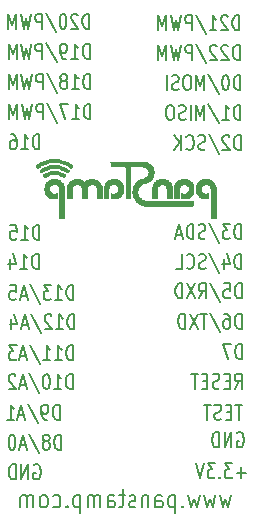
<source format=gbo>
%FSLAX46Y46*%
G04 Gerber Fmt 4.6, Leading zero omitted, Abs format (unit mm)*
G04 Created by KiCad (PCBNEW (2014-jul-16 BZR unknown)-product) date Fri 13 Mar 2015 08:43:45 PM CET*
%MOMM*%
G01*
G04 APERTURE LIST*
%ADD10C,0.150000*%
%ADD11C,0.177800*%
%ADD12C,0.002540*%
G04 APERTURE END LIST*
D10*
D11*
X207141904Y-69894524D02*
X207141904Y-68624524D01*
X206899999Y-68624524D01*
X206754857Y-68685000D01*
X206658095Y-68805952D01*
X206609714Y-68926905D01*
X206561333Y-69168810D01*
X206561333Y-69350238D01*
X206609714Y-69592143D01*
X206658095Y-69713095D01*
X206754857Y-69834048D01*
X206899999Y-69894524D01*
X207141904Y-69894524D01*
X206174285Y-68745476D02*
X206125904Y-68685000D01*
X206029142Y-68624524D01*
X205787238Y-68624524D01*
X205690476Y-68685000D01*
X205642095Y-68745476D01*
X205593714Y-68866429D01*
X205593714Y-68987381D01*
X205642095Y-69168810D01*
X206222666Y-69894524D01*
X205593714Y-69894524D01*
X204432571Y-68564048D02*
X205303428Y-70196905D01*
X204142285Y-69834048D02*
X203997142Y-69894524D01*
X203755238Y-69894524D01*
X203658476Y-69834048D01*
X203610095Y-69773571D01*
X203561714Y-69652619D01*
X203561714Y-69531667D01*
X203610095Y-69410714D01*
X203658476Y-69350238D01*
X203755238Y-69289762D01*
X203948761Y-69229286D01*
X204045523Y-69168810D01*
X204093904Y-69108333D01*
X204142285Y-68987381D01*
X204142285Y-68866429D01*
X204093904Y-68745476D01*
X204045523Y-68685000D01*
X203948761Y-68624524D01*
X203706857Y-68624524D01*
X203561714Y-68685000D01*
X202545714Y-69773571D02*
X202594095Y-69834048D01*
X202739238Y-69894524D01*
X202836000Y-69894524D01*
X202981142Y-69834048D01*
X203077904Y-69713095D01*
X203126285Y-69592143D01*
X203174666Y-69350238D01*
X203174666Y-69168810D01*
X203126285Y-68926905D01*
X203077904Y-68805952D01*
X202981142Y-68685000D01*
X202836000Y-68624524D01*
X202739238Y-68624524D01*
X202594095Y-68685000D01*
X202545714Y-68745476D01*
X202110285Y-69894524D02*
X202110285Y-68624524D01*
X201529714Y-69894524D02*
X201965142Y-69168810D01*
X201529714Y-68624524D02*
X202110285Y-69350238D01*
X194375047Y-64724524D02*
X194375047Y-63454524D01*
X194133142Y-63454524D01*
X193988000Y-63515000D01*
X193891238Y-63635952D01*
X193842857Y-63756905D01*
X193794476Y-63998810D01*
X193794476Y-64180238D01*
X193842857Y-64422143D01*
X193891238Y-64543095D01*
X193988000Y-64664048D01*
X194133142Y-64724524D01*
X194375047Y-64724524D01*
X192826857Y-64724524D02*
X193407428Y-64724524D01*
X193117142Y-64724524D02*
X193117142Y-63454524D01*
X193213904Y-63635952D01*
X193310666Y-63756905D01*
X193407428Y-63817381D01*
X192246285Y-63998810D02*
X192343047Y-63938333D01*
X192391428Y-63877857D01*
X192439809Y-63756905D01*
X192439809Y-63696429D01*
X192391428Y-63575476D01*
X192343047Y-63515000D01*
X192246285Y-63454524D01*
X192052762Y-63454524D01*
X191956000Y-63515000D01*
X191907619Y-63575476D01*
X191859238Y-63696429D01*
X191859238Y-63756905D01*
X191907619Y-63877857D01*
X191956000Y-63938333D01*
X192052762Y-63998810D01*
X192246285Y-63998810D01*
X192343047Y-64059286D01*
X192391428Y-64119762D01*
X192439809Y-64240714D01*
X192439809Y-64482619D01*
X192391428Y-64603571D01*
X192343047Y-64664048D01*
X192246285Y-64724524D01*
X192052762Y-64724524D01*
X191956000Y-64664048D01*
X191907619Y-64603571D01*
X191859238Y-64482619D01*
X191859238Y-64240714D01*
X191907619Y-64119762D01*
X191956000Y-64059286D01*
X192052762Y-63998810D01*
X190698095Y-63394048D02*
X191568952Y-65026905D01*
X190359428Y-64724524D02*
X190359428Y-63454524D01*
X189972381Y-63454524D01*
X189875619Y-63515000D01*
X189827238Y-63575476D01*
X189778857Y-63696429D01*
X189778857Y-63877857D01*
X189827238Y-63998810D01*
X189875619Y-64059286D01*
X189972381Y-64119762D01*
X190359428Y-64119762D01*
X189440190Y-63454524D02*
X189198285Y-64724524D01*
X189004762Y-63817381D01*
X188811238Y-64724524D01*
X188569333Y-63454524D01*
X188182285Y-64724524D02*
X188182285Y-63454524D01*
X187843619Y-64361667D01*
X187504952Y-63454524D01*
X187504952Y-64724524D01*
X192905142Y-90124524D02*
X192905142Y-88854524D01*
X192663237Y-88854524D01*
X192518095Y-88915000D01*
X192421333Y-89035952D01*
X192372952Y-89156905D01*
X192324571Y-89398810D01*
X192324571Y-89580238D01*
X192372952Y-89822143D01*
X192421333Y-89943095D01*
X192518095Y-90064048D01*
X192663237Y-90124524D01*
X192905142Y-90124524D01*
X191356952Y-90124524D02*
X191937523Y-90124524D01*
X191647237Y-90124524D02*
X191647237Y-88854524D01*
X191743999Y-89035952D01*
X191840761Y-89156905D01*
X191937523Y-89217381D01*
X190727999Y-88854524D02*
X190631238Y-88854524D01*
X190534476Y-88915000D01*
X190486095Y-88975476D01*
X190437714Y-89096429D01*
X190389333Y-89338333D01*
X190389333Y-89640714D01*
X190437714Y-89882619D01*
X190486095Y-90003571D01*
X190534476Y-90064048D01*
X190631238Y-90124524D01*
X190727999Y-90124524D01*
X190824761Y-90064048D01*
X190873142Y-90003571D01*
X190921523Y-89882619D01*
X190969904Y-89640714D01*
X190969904Y-89338333D01*
X190921523Y-89096429D01*
X190873142Y-88975476D01*
X190824761Y-88915000D01*
X190727999Y-88854524D01*
X189228190Y-88794048D02*
X190099047Y-90426905D01*
X188937904Y-89761667D02*
X188454095Y-89761667D01*
X189034666Y-90124524D02*
X188695999Y-88854524D01*
X188357333Y-90124524D01*
X188067047Y-88975476D02*
X188018666Y-88915000D01*
X187921904Y-88854524D01*
X187680000Y-88854524D01*
X187583238Y-88915000D01*
X187534857Y-88975476D01*
X187486476Y-89096429D01*
X187486476Y-89217381D01*
X187534857Y-89398810D01*
X188115428Y-90124524D01*
X187486476Y-90124524D01*
X207015047Y-59754524D02*
X207015047Y-58484524D01*
X206773142Y-58484524D01*
X206628000Y-58545000D01*
X206531238Y-58665952D01*
X206482857Y-58786905D01*
X206434476Y-59028810D01*
X206434476Y-59210238D01*
X206482857Y-59452143D01*
X206531238Y-59573095D01*
X206628000Y-59694048D01*
X206773142Y-59754524D01*
X207015047Y-59754524D01*
X206047428Y-58605476D02*
X205999047Y-58545000D01*
X205902285Y-58484524D01*
X205660381Y-58484524D01*
X205563619Y-58545000D01*
X205515238Y-58605476D01*
X205466857Y-58726429D01*
X205466857Y-58847381D01*
X205515238Y-59028810D01*
X206095809Y-59754524D01*
X205466857Y-59754524D01*
X204499238Y-59754524D02*
X205079809Y-59754524D01*
X204789523Y-59754524D02*
X204789523Y-58484524D01*
X204886285Y-58665952D01*
X204983047Y-58786905D01*
X205079809Y-58847381D01*
X203338095Y-58424048D02*
X204208952Y-60056905D01*
X202999428Y-59754524D02*
X202999428Y-58484524D01*
X202612381Y-58484524D01*
X202515619Y-58545000D01*
X202467238Y-58605476D01*
X202418857Y-58726429D01*
X202418857Y-58907857D01*
X202467238Y-59028810D01*
X202515619Y-59089286D01*
X202612381Y-59149762D01*
X202999428Y-59149762D01*
X202080190Y-58484524D02*
X201838285Y-59754524D01*
X201644762Y-58847381D01*
X201451238Y-59754524D01*
X201209333Y-58484524D01*
X200822285Y-59754524D02*
X200822285Y-58484524D01*
X200483619Y-59391667D01*
X200144952Y-58484524D01*
X200144952Y-59754524D01*
X189634095Y-96565000D02*
X189730857Y-96504524D01*
X189876000Y-96504524D01*
X190021142Y-96565000D01*
X190117904Y-96685952D01*
X190166285Y-96806905D01*
X190214666Y-97048810D01*
X190214666Y-97230238D01*
X190166285Y-97472143D01*
X190117904Y-97593095D01*
X190021142Y-97714048D01*
X189876000Y-97774524D01*
X189779238Y-97774524D01*
X189634095Y-97714048D01*
X189585714Y-97653571D01*
X189585714Y-97230238D01*
X189779238Y-97230238D01*
X189150285Y-97774524D02*
X189150285Y-96504524D01*
X188569714Y-97774524D01*
X188569714Y-96504524D01*
X188085904Y-97774524D02*
X188085904Y-96504524D01*
X187843999Y-96504524D01*
X187698857Y-96565000D01*
X187602095Y-96685952D01*
X187553714Y-96806905D01*
X187505333Y-97048810D01*
X187505333Y-97230238D01*
X187553714Y-97472143D01*
X187602095Y-97593095D01*
X187698857Y-97714048D01*
X187843999Y-97774524D01*
X188085904Y-97774524D01*
X206834095Y-93845000D02*
X206930857Y-93784524D01*
X207076000Y-93784524D01*
X207221142Y-93845000D01*
X207317904Y-93965952D01*
X207366285Y-94086905D01*
X207414666Y-94328810D01*
X207414666Y-94510238D01*
X207366285Y-94752143D01*
X207317904Y-94873095D01*
X207221142Y-94994048D01*
X207076000Y-95054524D01*
X206979238Y-95054524D01*
X206834095Y-94994048D01*
X206785714Y-94933571D01*
X206785714Y-94510238D01*
X206979238Y-94510238D01*
X206350285Y-95054524D02*
X206350285Y-93784524D01*
X205769714Y-95054524D01*
X205769714Y-93784524D01*
X205285904Y-95054524D02*
X205285904Y-93784524D01*
X205043999Y-93784524D01*
X204898857Y-93845000D01*
X204802095Y-93965952D01*
X204753714Y-94086905D01*
X204705333Y-94328810D01*
X204705333Y-94510238D01*
X204753714Y-94752143D01*
X204802095Y-94873095D01*
X204898857Y-94994048D01*
X205043999Y-95054524D01*
X205285904Y-95054524D01*
X207239904Y-87574524D02*
X207239904Y-86304524D01*
X206997999Y-86304524D01*
X206852857Y-86365000D01*
X206756095Y-86485952D01*
X206707714Y-86606905D01*
X206659333Y-86848810D01*
X206659333Y-87030238D01*
X206707714Y-87272143D01*
X206756095Y-87393095D01*
X206852857Y-87514048D01*
X206997999Y-87574524D01*
X207239904Y-87574524D01*
X206320666Y-86304524D02*
X205643333Y-86304524D01*
X206078761Y-87574524D01*
X207210952Y-85004524D02*
X207210952Y-83734524D01*
X206969047Y-83734524D01*
X206823905Y-83795000D01*
X206727143Y-83915952D01*
X206678762Y-84036905D01*
X206630381Y-84278810D01*
X206630381Y-84460238D01*
X206678762Y-84702143D01*
X206727143Y-84823095D01*
X206823905Y-84944048D01*
X206969047Y-85004524D01*
X207210952Y-85004524D01*
X205759524Y-83734524D02*
X205953047Y-83734524D01*
X206049809Y-83795000D01*
X206098190Y-83855476D01*
X206194952Y-84036905D01*
X206243333Y-84278810D01*
X206243333Y-84762619D01*
X206194952Y-84883571D01*
X206146571Y-84944048D01*
X206049809Y-85004524D01*
X205856286Y-85004524D01*
X205759524Y-84944048D01*
X205711143Y-84883571D01*
X205662762Y-84762619D01*
X205662762Y-84460238D01*
X205711143Y-84339286D01*
X205759524Y-84278810D01*
X205856286Y-84218333D01*
X206049809Y-84218333D01*
X206146571Y-84278810D01*
X206194952Y-84339286D01*
X206243333Y-84460238D01*
X204501619Y-83674048D02*
X205372476Y-85306905D01*
X204308095Y-83734524D02*
X203727524Y-83734524D01*
X204017809Y-85004524D02*
X204017809Y-83734524D01*
X203485619Y-83734524D02*
X202808286Y-85004524D01*
X202808286Y-83734524D02*
X203485619Y-85004524D01*
X202421238Y-85004524D02*
X202421238Y-83734524D01*
X202179333Y-83734524D01*
X202034191Y-83795000D01*
X201937429Y-83915952D01*
X201889048Y-84036905D01*
X201840667Y-84278810D01*
X201840667Y-84460238D01*
X201889048Y-84702143D01*
X201937429Y-84823095D01*
X202034191Y-84944048D01*
X202179333Y-85004524D01*
X202421238Y-85004524D01*
X206645619Y-90074524D02*
X206984285Y-89469762D01*
X207226190Y-90074524D02*
X207226190Y-88804524D01*
X206839143Y-88804524D01*
X206742381Y-88865000D01*
X206694000Y-88925476D01*
X206645619Y-89046429D01*
X206645619Y-89227857D01*
X206694000Y-89348810D01*
X206742381Y-89409286D01*
X206839143Y-89469762D01*
X207226190Y-89469762D01*
X206210190Y-89409286D02*
X205871524Y-89409286D01*
X205726381Y-90074524D02*
X206210190Y-90074524D01*
X206210190Y-88804524D01*
X205726381Y-88804524D01*
X205339333Y-90014048D02*
X205194190Y-90074524D01*
X204952286Y-90074524D01*
X204855524Y-90014048D01*
X204807143Y-89953571D01*
X204758762Y-89832619D01*
X204758762Y-89711667D01*
X204807143Y-89590714D01*
X204855524Y-89530238D01*
X204952286Y-89469762D01*
X205145809Y-89409286D01*
X205242571Y-89348810D01*
X205290952Y-89288333D01*
X205339333Y-89167381D01*
X205339333Y-89046429D01*
X205290952Y-88925476D01*
X205242571Y-88865000D01*
X205145809Y-88804524D01*
X204903905Y-88804524D01*
X204758762Y-88865000D01*
X204323333Y-89409286D02*
X203984667Y-89409286D01*
X203839524Y-90074524D02*
X204323333Y-90074524D01*
X204323333Y-88804524D01*
X203839524Y-88804524D01*
X203549238Y-88804524D02*
X202968667Y-88804524D01*
X203258952Y-90074524D02*
X203258952Y-88804524D01*
X207221904Y-82444524D02*
X207221904Y-81174524D01*
X206979999Y-81174524D01*
X206834857Y-81235000D01*
X206738095Y-81355952D01*
X206689714Y-81476905D01*
X206641333Y-81718810D01*
X206641333Y-81900238D01*
X206689714Y-82142143D01*
X206738095Y-82263095D01*
X206834857Y-82384048D01*
X206979999Y-82444524D01*
X207221904Y-82444524D01*
X205722095Y-81174524D02*
X206205904Y-81174524D01*
X206254285Y-81779286D01*
X206205904Y-81718810D01*
X206109142Y-81658333D01*
X205867238Y-81658333D01*
X205770476Y-81718810D01*
X205722095Y-81779286D01*
X205673714Y-81900238D01*
X205673714Y-82202619D01*
X205722095Y-82323571D01*
X205770476Y-82384048D01*
X205867238Y-82444524D01*
X206109142Y-82444524D01*
X206205904Y-82384048D01*
X206254285Y-82323571D01*
X204512571Y-81114048D02*
X205383428Y-82746905D01*
X203593333Y-82444524D02*
X203931999Y-81839762D01*
X204173904Y-82444524D02*
X204173904Y-81174524D01*
X203786857Y-81174524D01*
X203690095Y-81235000D01*
X203641714Y-81295476D01*
X203593333Y-81416429D01*
X203593333Y-81597857D01*
X203641714Y-81718810D01*
X203690095Y-81779286D01*
X203786857Y-81839762D01*
X204173904Y-81839762D01*
X203254666Y-81174524D02*
X202577333Y-82444524D01*
X202577333Y-81174524D02*
X203254666Y-82444524D01*
X202190285Y-82444524D02*
X202190285Y-81174524D01*
X201948380Y-81174524D01*
X201803238Y-81235000D01*
X201706476Y-81355952D01*
X201658095Y-81476905D01*
X201609714Y-81718810D01*
X201609714Y-81900238D01*
X201658095Y-82142143D01*
X201706476Y-82263095D01*
X201803238Y-82384048D01*
X201948380Y-82444524D01*
X202190285Y-82444524D01*
X207045047Y-62254524D02*
X207045047Y-60984524D01*
X206803142Y-60984524D01*
X206658000Y-61045000D01*
X206561238Y-61165952D01*
X206512857Y-61286905D01*
X206464476Y-61528810D01*
X206464476Y-61710238D01*
X206512857Y-61952143D01*
X206561238Y-62073095D01*
X206658000Y-62194048D01*
X206803142Y-62254524D01*
X207045047Y-62254524D01*
X206077428Y-61105476D02*
X206029047Y-61045000D01*
X205932285Y-60984524D01*
X205690381Y-60984524D01*
X205593619Y-61045000D01*
X205545238Y-61105476D01*
X205496857Y-61226429D01*
X205496857Y-61347381D01*
X205545238Y-61528810D01*
X206125809Y-62254524D01*
X205496857Y-62254524D01*
X205109809Y-61105476D02*
X205061428Y-61045000D01*
X204964666Y-60984524D01*
X204722762Y-60984524D01*
X204626000Y-61045000D01*
X204577619Y-61105476D01*
X204529238Y-61226429D01*
X204529238Y-61347381D01*
X204577619Y-61528810D01*
X205158190Y-62254524D01*
X204529238Y-62254524D01*
X203368095Y-60924048D02*
X204238952Y-62556905D01*
X203029428Y-62254524D02*
X203029428Y-60984524D01*
X202642381Y-60984524D01*
X202545619Y-61045000D01*
X202497238Y-61105476D01*
X202448857Y-61226429D01*
X202448857Y-61407857D01*
X202497238Y-61528810D01*
X202545619Y-61589286D01*
X202642381Y-61649762D01*
X203029428Y-61649762D01*
X202110190Y-60984524D02*
X201868285Y-62254524D01*
X201674762Y-61347381D01*
X201481238Y-62254524D01*
X201239333Y-60984524D01*
X200852285Y-62254524D02*
X200852285Y-60984524D01*
X200513619Y-61891667D01*
X200174952Y-60984524D01*
X200174952Y-62254524D01*
X207149333Y-77424524D02*
X207149333Y-76154524D01*
X206907428Y-76154524D01*
X206762286Y-76215000D01*
X206665524Y-76335952D01*
X206617143Y-76456905D01*
X206568762Y-76698810D01*
X206568762Y-76880238D01*
X206617143Y-77122143D01*
X206665524Y-77243095D01*
X206762286Y-77364048D01*
X206907428Y-77424524D01*
X207149333Y-77424524D01*
X206230095Y-76154524D02*
X205601143Y-76154524D01*
X205939809Y-76638333D01*
X205794667Y-76638333D01*
X205697905Y-76698810D01*
X205649524Y-76759286D01*
X205601143Y-76880238D01*
X205601143Y-77182619D01*
X205649524Y-77303571D01*
X205697905Y-77364048D01*
X205794667Y-77424524D01*
X206084952Y-77424524D01*
X206181714Y-77364048D01*
X206230095Y-77303571D01*
X204440000Y-76094048D02*
X205310857Y-77726905D01*
X204149714Y-77364048D02*
X204004571Y-77424524D01*
X203762667Y-77424524D01*
X203665905Y-77364048D01*
X203617524Y-77303571D01*
X203569143Y-77182619D01*
X203569143Y-77061667D01*
X203617524Y-76940714D01*
X203665905Y-76880238D01*
X203762667Y-76819762D01*
X203956190Y-76759286D01*
X204052952Y-76698810D01*
X204101333Y-76638333D01*
X204149714Y-76517381D01*
X204149714Y-76396429D01*
X204101333Y-76275476D01*
X204052952Y-76215000D01*
X203956190Y-76154524D01*
X203714286Y-76154524D01*
X203569143Y-76215000D01*
X203133714Y-77424524D02*
X203133714Y-76154524D01*
X202891809Y-76154524D01*
X202746667Y-76215000D01*
X202649905Y-76335952D01*
X202601524Y-76456905D01*
X202553143Y-76698810D01*
X202553143Y-76880238D01*
X202601524Y-77122143D01*
X202649905Y-77243095D01*
X202746667Y-77364048D01*
X202891809Y-77424524D01*
X203133714Y-77424524D01*
X202166095Y-77061667D02*
X201682286Y-77061667D01*
X202262857Y-77424524D02*
X201924190Y-76154524D01*
X201585524Y-77424524D01*
X207175142Y-79954524D02*
X207175142Y-78684524D01*
X206933237Y-78684524D01*
X206788095Y-78745000D01*
X206691333Y-78865952D01*
X206642952Y-78986905D01*
X206594571Y-79228810D01*
X206594571Y-79410238D01*
X206642952Y-79652143D01*
X206691333Y-79773095D01*
X206788095Y-79894048D01*
X206933237Y-79954524D01*
X207175142Y-79954524D01*
X205723714Y-79107857D02*
X205723714Y-79954524D01*
X205965618Y-78624048D02*
X206207523Y-79531190D01*
X205578571Y-79531190D01*
X204465809Y-78624048D02*
X205336666Y-80256905D01*
X204175523Y-79894048D02*
X204030380Y-79954524D01*
X203788476Y-79954524D01*
X203691714Y-79894048D01*
X203643333Y-79833571D01*
X203594952Y-79712619D01*
X203594952Y-79591667D01*
X203643333Y-79470714D01*
X203691714Y-79410238D01*
X203788476Y-79349762D01*
X203981999Y-79289286D01*
X204078761Y-79228810D01*
X204127142Y-79168333D01*
X204175523Y-79047381D01*
X204175523Y-78926429D01*
X204127142Y-78805476D01*
X204078761Y-78745000D01*
X203981999Y-78684524D01*
X203740095Y-78684524D01*
X203594952Y-78745000D01*
X202578952Y-79833571D02*
X202627333Y-79894048D01*
X202772476Y-79954524D01*
X202869238Y-79954524D01*
X203014380Y-79894048D01*
X203111142Y-79773095D01*
X203159523Y-79652143D01*
X203207904Y-79410238D01*
X203207904Y-79228810D01*
X203159523Y-78986905D01*
X203111142Y-78865952D01*
X203014380Y-78745000D01*
X202869238Y-78684524D01*
X202772476Y-78684524D01*
X202627333Y-78745000D01*
X202578952Y-78805476D01*
X201659714Y-79954524D02*
X202143523Y-79954524D01*
X202143523Y-78684524D01*
X207120571Y-67334524D02*
X207120571Y-66064524D01*
X206878666Y-66064524D01*
X206733524Y-66125000D01*
X206636762Y-66245952D01*
X206588381Y-66366905D01*
X206540000Y-66608810D01*
X206540000Y-66790238D01*
X206588381Y-67032143D01*
X206636762Y-67153095D01*
X206733524Y-67274048D01*
X206878666Y-67334524D01*
X207120571Y-67334524D01*
X205572381Y-67334524D02*
X206152952Y-67334524D01*
X205862666Y-67334524D02*
X205862666Y-66064524D01*
X205959428Y-66245952D01*
X206056190Y-66366905D01*
X206152952Y-66427381D01*
X204411238Y-66004048D02*
X205282095Y-67636905D01*
X204072571Y-67334524D02*
X204072571Y-66064524D01*
X203733905Y-66971667D01*
X203395238Y-66064524D01*
X203395238Y-67334524D01*
X202911428Y-67334524D02*
X202911428Y-66064524D01*
X202475999Y-67274048D02*
X202330856Y-67334524D01*
X202088952Y-67334524D01*
X201992190Y-67274048D01*
X201943809Y-67213571D01*
X201895428Y-67092619D01*
X201895428Y-66971667D01*
X201943809Y-66850714D01*
X201992190Y-66790238D01*
X202088952Y-66729762D01*
X202282475Y-66669286D01*
X202379237Y-66608810D01*
X202427618Y-66548333D01*
X202475999Y-66427381D01*
X202475999Y-66306429D01*
X202427618Y-66185476D01*
X202379237Y-66125000D01*
X202282475Y-66064524D01*
X202040571Y-66064524D01*
X201895428Y-66125000D01*
X201266475Y-66064524D02*
X201072952Y-66064524D01*
X200976190Y-66125000D01*
X200879428Y-66245952D01*
X200831047Y-66487857D01*
X200831047Y-66911190D01*
X200879428Y-67153095D01*
X200976190Y-67274048D01*
X201072952Y-67334524D01*
X201266475Y-67334524D01*
X201363237Y-67274048D01*
X201459999Y-67153095D01*
X201508380Y-66911190D01*
X201508380Y-66487857D01*
X201459999Y-66245952D01*
X201363237Y-66125000D01*
X201266475Y-66064524D01*
X207120571Y-64814524D02*
X207120571Y-63544524D01*
X206878666Y-63544524D01*
X206733524Y-63605000D01*
X206636762Y-63725952D01*
X206588381Y-63846905D01*
X206540000Y-64088810D01*
X206540000Y-64270238D01*
X206588381Y-64512143D01*
X206636762Y-64633095D01*
X206733524Y-64754048D01*
X206878666Y-64814524D01*
X207120571Y-64814524D01*
X205911047Y-63544524D02*
X205814286Y-63544524D01*
X205717524Y-63605000D01*
X205669143Y-63665476D01*
X205620762Y-63786429D01*
X205572381Y-64028333D01*
X205572381Y-64330714D01*
X205620762Y-64572619D01*
X205669143Y-64693571D01*
X205717524Y-64754048D01*
X205814286Y-64814524D01*
X205911047Y-64814524D01*
X206007809Y-64754048D01*
X206056190Y-64693571D01*
X206104571Y-64572619D01*
X206152952Y-64330714D01*
X206152952Y-64028333D01*
X206104571Y-63786429D01*
X206056190Y-63665476D01*
X206007809Y-63605000D01*
X205911047Y-63544524D01*
X204411238Y-63484048D02*
X205282095Y-65116905D01*
X204072571Y-64814524D02*
X204072571Y-63544524D01*
X203733905Y-64451667D01*
X203395238Y-63544524D01*
X203395238Y-64814524D01*
X202717904Y-63544524D02*
X202524381Y-63544524D01*
X202427619Y-63605000D01*
X202330857Y-63725952D01*
X202282476Y-63967857D01*
X202282476Y-64391190D01*
X202330857Y-64633095D01*
X202427619Y-64754048D01*
X202524381Y-64814524D01*
X202717904Y-64814524D01*
X202814666Y-64754048D01*
X202911428Y-64633095D01*
X202959809Y-64391190D01*
X202959809Y-63967857D01*
X202911428Y-63725952D01*
X202814666Y-63605000D01*
X202717904Y-63544524D01*
X201895428Y-64754048D02*
X201750285Y-64814524D01*
X201508381Y-64814524D01*
X201411619Y-64754048D01*
X201363238Y-64693571D01*
X201314857Y-64572619D01*
X201314857Y-64451667D01*
X201363238Y-64330714D01*
X201411619Y-64270238D01*
X201508381Y-64209762D01*
X201701904Y-64149286D01*
X201798666Y-64088810D01*
X201847047Y-64028333D01*
X201895428Y-63907381D01*
X201895428Y-63786429D01*
X201847047Y-63665476D01*
X201798666Y-63605000D01*
X201701904Y-63544524D01*
X201460000Y-63544524D01*
X201314857Y-63605000D01*
X200879428Y-64814524D02*
X200879428Y-63544524D01*
X190093714Y-69814524D02*
X190093714Y-68544524D01*
X189851809Y-68544524D01*
X189706667Y-68605000D01*
X189609905Y-68725952D01*
X189561524Y-68846905D01*
X189513143Y-69088810D01*
X189513143Y-69270238D01*
X189561524Y-69512143D01*
X189609905Y-69633095D01*
X189706667Y-69754048D01*
X189851809Y-69814524D01*
X190093714Y-69814524D01*
X188545524Y-69814524D02*
X189126095Y-69814524D01*
X188835809Y-69814524D02*
X188835809Y-68544524D01*
X188932571Y-68725952D01*
X189029333Y-68846905D01*
X189126095Y-68907381D01*
X187674667Y-68544524D02*
X187868190Y-68544524D01*
X187964952Y-68605000D01*
X188013333Y-68665476D01*
X188110095Y-68846905D01*
X188158476Y-69088810D01*
X188158476Y-69572619D01*
X188110095Y-69693571D01*
X188061714Y-69754048D01*
X187964952Y-69814524D01*
X187771429Y-69814524D01*
X187674667Y-69754048D01*
X187626286Y-69693571D01*
X187577905Y-69572619D01*
X187577905Y-69270238D01*
X187626286Y-69149286D01*
X187674667Y-69088810D01*
X187771429Y-69028333D01*
X187964952Y-69028333D01*
X188061714Y-69088810D01*
X188110095Y-69149286D01*
X188158476Y-69270238D01*
X190093714Y-77484524D02*
X190093714Y-76214524D01*
X189851809Y-76214524D01*
X189706667Y-76275000D01*
X189609905Y-76395952D01*
X189561524Y-76516905D01*
X189513143Y-76758810D01*
X189513143Y-76940238D01*
X189561524Y-77182143D01*
X189609905Y-77303095D01*
X189706667Y-77424048D01*
X189851809Y-77484524D01*
X190093714Y-77484524D01*
X188545524Y-77484524D02*
X189126095Y-77484524D01*
X188835809Y-77484524D02*
X188835809Y-76214524D01*
X188932571Y-76395952D01*
X189029333Y-76516905D01*
X189126095Y-76577381D01*
X187626286Y-76214524D02*
X188110095Y-76214524D01*
X188158476Y-76819286D01*
X188110095Y-76758810D01*
X188013333Y-76698333D01*
X187771429Y-76698333D01*
X187674667Y-76758810D01*
X187626286Y-76819286D01*
X187577905Y-76940238D01*
X187577905Y-77242619D01*
X187626286Y-77363571D01*
X187674667Y-77424048D01*
X187771429Y-77484524D01*
X188013333Y-77484524D01*
X188110095Y-77424048D01*
X188158476Y-77363571D01*
X193045142Y-85064524D02*
X193045142Y-83794524D01*
X192803237Y-83794524D01*
X192658095Y-83855000D01*
X192561333Y-83975952D01*
X192512952Y-84096905D01*
X192464571Y-84338810D01*
X192464571Y-84520238D01*
X192512952Y-84762143D01*
X192561333Y-84883095D01*
X192658095Y-85004048D01*
X192803237Y-85064524D01*
X193045142Y-85064524D01*
X191496952Y-85064524D02*
X192077523Y-85064524D01*
X191787237Y-85064524D02*
X191787237Y-83794524D01*
X191883999Y-83975952D01*
X191980761Y-84096905D01*
X192077523Y-84157381D01*
X191109904Y-83915476D02*
X191061523Y-83855000D01*
X190964761Y-83794524D01*
X190722857Y-83794524D01*
X190626095Y-83855000D01*
X190577714Y-83915476D01*
X190529333Y-84036429D01*
X190529333Y-84157381D01*
X190577714Y-84338810D01*
X191158285Y-85064524D01*
X190529333Y-85064524D01*
X189368190Y-83734048D02*
X190239047Y-85366905D01*
X189077904Y-84701667D02*
X188594095Y-84701667D01*
X189174666Y-85064524D02*
X188835999Y-83794524D01*
X188497333Y-85064524D01*
X187723238Y-84217857D02*
X187723238Y-85064524D01*
X187965142Y-83734048D02*
X188207047Y-84641190D01*
X187578095Y-84641190D01*
X192965142Y-82584524D02*
X192965142Y-81314524D01*
X192723237Y-81314524D01*
X192578095Y-81375000D01*
X192481333Y-81495952D01*
X192432952Y-81616905D01*
X192384571Y-81858810D01*
X192384571Y-82040238D01*
X192432952Y-82282143D01*
X192481333Y-82403095D01*
X192578095Y-82524048D01*
X192723237Y-82584524D01*
X192965142Y-82584524D01*
X191416952Y-82584524D02*
X191997523Y-82584524D01*
X191707237Y-82584524D02*
X191707237Y-81314524D01*
X191803999Y-81495952D01*
X191900761Y-81616905D01*
X191997523Y-81677381D01*
X191078285Y-81314524D02*
X190449333Y-81314524D01*
X190787999Y-81798333D01*
X190642857Y-81798333D01*
X190546095Y-81858810D01*
X190497714Y-81919286D01*
X190449333Y-82040238D01*
X190449333Y-82342619D01*
X190497714Y-82463571D01*
X190546095Y-82524048D01*
X190642857Y-82584524D01*
X190933142Y-82584524D01*
X191029904Y-82524048D01*
X191078285Y-82463571D01*
X189288190Y-81254048D02*
X190159047Y-82886905D01*
X188997904Y-82221667D02*
X188514095Y-82221667D01*
X189094666Y-82584524D02*
X188755999Y-81314524D01*
X188417333Y-82584524D01*
X187594857Y-81314524D02*
X188078666Y-81314524D01*
X188127047Y-81919286D01*
X188078666Y-81858810D01*
X187981904Y-81798333D01*
X187740000Y-81798333D01*
X187643238Y-81858810D01*
X187594857Y-81919286D01*
X187546476Y-82040238D01*
X187546476Y-82342619D01*
X187594857Y-82463571D01*
X187643238Y-82524048D01*
X187740000Y-82584524D01*
X187981904Y-82584524D01*
X188078666Y-82524048D01*
X188127047Y-82463571D01*
X194355047Y-62144524D02*
X194355047Y-60874524D01*
X194113142Y-60874524D01*
X193968000Y-60935000D01*
X193871238Y-61055952D01*
X193822857Y-61176905D01*
X193774476Y-61418810D01*
X193774476Y-61600238D01*
X193822857Y-61842143D01*
X193871238Y-61963095D01*
X193968000Y-62084048D01*
X194113142Y-62144524D01*
X194355047Y-62144524D01*
X192806857Y-62144524D02*
X193387428Y-62144524D01*
X193097142Y-62144524D02*
X193097142Y-60874524D01*
X193193904Y-61055952D01*
X193290666Y-61176905D01*
X193387428Y-61237381D01*
X192323047Y-62144524D02*
X192129523Y-62144524D01*
X192032762Y-62084048D01*
X191984381Y-62023571D01*
X191887619Y-61842143D01*
X191839238Y-61600238D01*
X191839238Y-61116429D01*
X191887619Y-60995476D01*
X191936000Y-60935000D01*
X192032762Y-60874524D01*
X192226285Y-60874524D01*
X192323047Y-60935000D01*
X192371428Y-60995476D01*
X192419809Y-61116429D01*
X192419809Y-61418810D01*
X192371428Y-61539762D01*
X192323047Y-61600238D01*
X192226285Y-61660714D01*
X192032762Y-61660714D01*
X191936000Y-61600238D01*
X191887619Y-61539762D01*
X191839238Y-61418810D01*
X190678095Y-60814048D02*
X191548952Y-62446905D01*
X190339428Y-62144524D02*
X190339428Y-60874524D01*
X189952381Y-60874524D01*
X189855619Y-60935000D01*
X189807238Y-60995476D01*
X189758857Y-61116429D01*
X189758857Y-61297857D01*
X189807238Y-61418810D01*
X189855619Y-61479286D01*
X189952381Y-61539762D01*
X190339428Y-61539762D01*
X189420190Y-60874524D02*
X189178285Y-62144524D01*
X188984762Y-61237381D01*
X188791238Y-62144524D01*
X188549333Y-60874524D01*
X188162285Y-62144524D02*
X188162285Y-60874524D01*
X187823619Y-61781667D01*
X187484952Y-60874524D01*
X187484952Y-62144524D01*
X190023714Y-79944524D02*
X190023714Y-78674524D01*
X189781809Y-78674524D01*
X189636667Y-78735000D01*
X189539905Y-78855952D01*
X189491524Y-78976905D01*
X189443143Y-79218810D01*
X189443143Y-79400238D01*
X189491524Y-79642143D01*
X189539905Y-79763095D01*
X189636667Y-79884048D01*
X189781809Y-79944524D01*
X190023714Y-79944524D01*
X188475524Y-79944524D02*
X189056095Y-79944524D01*
X188765809Y-79944524D02*
X188765809Y-78674524D01*
X188862571Y-78855952D01*
X188959333Y-78976905D01*
X189056095Y-79037381D01*
X187604667Y-79097857D02*
X187604667Y-79944524D01*
X187846571Y-78614048D02*
X188088476Y-79521190D01*
X187459524Y-79521190D01*
X194415047Y-67264524D02*
X194415047Y-65994524D01*
X194173142Y-65994524D01*
X194028000Y-66055000D01*
X193931238Y-66175952D01*
X193882857Y-66296905D01*
X193834476Y-66538810D01*
X193834476Y-66720238D01*
X193882857Y-66962143D01*
X193931238Y-67083095D01*
X194028000Y-67204048D01*
X194173142Y-67264524D01*
X194415047Y-67264524D01*
X192866857Y-67264524D02*
X193447428Y-67264524D01*
X193157142Y-67264524D02*
X193157142Y-65994524D01*
X193253904Y-66175952D01*
X193350666Y-66296905D01*
X193447428Y-66357381D01*
X192528190Y-65994524D02*
X191850857Y-65994524D01*
X192286285Y-67264524D01*
X190738095Y-65934048D02*
X191608952Y-67566905D01*
X190399428Y-67264524D02*
X190399428Y-65994524D01*
X190012381Y-65994524D01*
X189915619Y-66055000D01*
X189867238Y-66115476D01*
X189818857Y-66236429D01*
X189818857Y-66417857D01*
X189867238Y-66538810D01*
X189915619Y-66599286D01*
X190012381Y-66659762D01*
X190399428Y-66659762D01*
X189480190Y-65994524D02*
X189238285Y-67264524D01*
X189044762Y-66357381D01*
X188851238Y-67264524D01*
X188609333Y-65994524D01*
X188222285Y-67264524D02*
X188222285Y-65994524D01*
X187883619Y-66901667D01*
X187544952Y-65994524D01*
X187544952Y-67264524D01*
X192955142Y-87694524D02*
X192955142Y-86424524D01*
X192713237Y-86424524D01*
X192568095Y-86485000D01*
X192471333Y-86605952D01*
X192422952Y-86726905D01*
X192374571Y-86968810D01*
X192374571Y-87150238D01*
X192422952Y-87392143D01*
X192471333Y-87513095D01*
X192568095Y-87634048D01*
X192713237Y-87694524D01*
X192955142Y-87694524D01*
X191406952Y-87694524D02*
X191987523Y-87694524D01*
X191697237Y-87694524D02*
X191697237Y-86424524D01*
X191793999Y-86605952D01*
X191890761Y-86726905D01*
X191987523Y-86787381D01*
X190439333Y-87694524D02*
X191019904Y-87694524D01*
X190729618Y-87694524D02*
X190729618Y-86424524D01*
X190826380Y-86605952D01*
X190923142Y-86726905D01*
X191019904Y-86787381D01*
X189278190Y-86364048D02*
X190149047Y-87996905D01*
X188987904Y-87331667D02*
X188504095Y-87331667D01*
X189084666Y-87694524D02*
X188745999Y-86424524D01*
X188407333Y-87694524D01*
X188165428Y-86424524D02*
X187536476Y-86424524D01*
X187875142Y-86908333D01*
X187730000Y-86908333D01*
X187633238Y-86968810D01*
X187584857Y-87029286D01*
X187536476Y-87150238D01*
X187536476Y-87452619D01*
X187584857Y-87573571D01*
X187633238Y-87634048D01*
X187730000Y-87694524D01*
X188020285Y-87694524D01*
X188117047Y-87634048D01*
X188165428Y-87573571D01*
X191941333Y-95254524D02*
X191941333Y-93984524D01*
X191699428Y-93984524D01*
X191554286Y-94045000D01*
X191457524Y-94165952D01*
X191409143Y-94286905D01*
X191360762Y-94528810D01*
X191360762Y-94710238D01*
X191409143Y-94952143D01*
X191457524Y-95073095D01*
X191554286Y-95194048D01*
X191699428Y-95254524D01*
X191941333Y-95254524D01*
X190780190Y-94528810D02*
X190876952Y-94468333D01*
X190925333Y-94407857D01*
X190973714Y-94286905D01*
X190973714Y-94226429D01*
X190925333Y-94105476D01*
X190876952Y-94045000D01*
X190780190Y-93984524D01*
X190586667Y-93984524D01*
X190489905Y-94045000D01*
X190441524Y-94105476D01*
X190393143Y-94226429D01*
X190393143Y-94286905D01*
X190441524Y-94407857D01*
X190489905Y-94468333D01*
X190586667Y-94528810D01*
X190780190Y-94528810D01*
X190876952Y-94589286D01*
X190925333Y-94649762D01*
X190973714Y-94770714D01*
X190973714Y-95012619D01*
X190925333Y-95133571D01*
X190876952Y-95194048D01*
X190780190Y-95254524D01*
X190586667Y-95254524D01*
X190489905Y-95194048D01*
X190441524Y-95133571D01*
X190393143Y-95012619D01*
X190393143Y-94770714D01*
X190441524Y-94649762D01*
X190489905Y-94589286D01*
X190586667Y-94528810D01*
X189232000Y-93924048D02*
X190102857Y-95556905D01*
X188941714Y-94891667D02*
X188457905Y-94891667D01*
X189038476Y-95254524D02*
X188699809Y-93984524D01*
X188361143Y-95254524D01*
X187828952Y-93984524D02*
X187732191Y-93984524D01*
X187635429Y-94045000D01*
X187587048Y-94105476D01*
X187538667Y-94226429D01*
X187490286Y-94468333D01*
X187490286Y-94770714D01*
X187538667Y-95012619D01*
X187587048Y-95133571D01*
X187635429Y-95194048D01*
X187732191Y-95254524D01*
X187828952Y-95254524D01*
X187925714Y-95194048D01*
X187974095Y-95133571D01*
X188022476Y-95012619D01*
X188070857Y-94770714D01*
X188070857Y-94468333D01*
X188022476Y-94226429D01*
X187974095Y-94105476D01*
X187925714Y-94045000D01*
X187828952Y-93984524D01*
X191811333Y-92704524D02*
X191811333Y-91434524D01*
X191569428Y-91434524D01*
X191424286Y-91495000D01*
X191327524Y-91615952D01*
X191279143Y-91736905D01*
X191230762Y-91978810D01*
X191230762Y-92160238D01*
X191279143Y-92402143D01*
X191327524Y-92523095D01*
X191424286Y-92644048D01*
X191569428Y-92704524D01*
X191811333Y-92704524D01*
X190746952Y-92704524D02*
X190553428Y-92704524D01*
X190456667Y-92644048D01*
X190408286Y-92583571D01*
X190311524Y-92402143D01*
X190263143Y-92160238D01*
X190263143Y-91676429D01*
X190311524Y-91555476D01*
X190359905Y-91495000D01*
X190456667Y-91434524D01*
X190650190Y-91434524D01*
X190746952Y-91495000D01*
X190795333Y-91555476D01*
X190843714Y-91676429D01*
X190843714Y-91978810D01*
X190795333Y-92099762D01*
X190746952Y-92160238D01*
X190650190Y-92220714D01*
X190456667Y-92220714D01*
X190359905Y-92160238D01*
X190311524Y-92099762D01*
X190263143Y-91978810D01*
X189102000Y-91374048D02*
X189972857Y-93006905D01*
X188811714Y-92341667D02*
X188327905Y-92341667D01*
X188908476Y-92704524D02*
X188569809Y-91434524D01*
X188231143Y-92704524D01*
X187360286Y-92704524D02*
X187940857Y-92704524D01*
X187650571Y-92704524D02*
X187650571Y-91434524D01*
X187747333Y-91615952D01*
X187844095Y-91736905D01*
X187940857Y-91797381D01*
X194325047Y-59624524D02*
X194325047Y-58354524D01*
X194083142Y-58354524D01*
X193938000Y-58415000D01*
X193841238Y-58535952D01*
X193792857Y-58656905D01*
X193744476Y-58898810D01*
X193744476Y-59080238D01*
X193792857Y-59322143D01*
X193841238Y-59443095D01*
X193938000Y-59564048D01*
X194083142Y-59624524D01*
X194325047Y-59624524D01*
X193357428Y-58475476D02*
X193309047Y-58415000D01*
X193212285Y-58354524D01*
X192970381Y-58354524D01*
X192873619Y-58415000D01*
X192825238Y-58475476D01*
X192776857Y-58596429D01*
X192776857Y-58717381D01*
X192825238Y-58898810D01*
X193405809Y-59624524D01*
X192776857Y-59624524D01*
X192147904Y-58354524D02*
X192051143Y-58354524D01*
X191954381Y-58415000D01*
X191906000Y-58475476D01*
X191857619Y-58596429D01*
X191809238Y-58838333D01*
X191809238Y-59140714D01*
X191857619Y-59382619D01*
X191906000Y-59503571D01*
X191954381Y-59564048D01*
X192051143Y-59624524D01*
X192147904Y-59624524D01*
X192244666Y-59564048D01*
X192293047Y-59503571D01*
X192341428Y-59382619D01*
X192389809Y-59140714D01*
X192389809Y-58838333D01*
X192341428Y-58596429D01*
X192293047Y-58475476D01*
X192244666Y-58415000D01*
X192147904Y-58354524D01*
X190648095Y-58294048D02*
X191518952Y-59926905D01*
X190309428Y-59624524D02*
X190309428Y-58354524D01*
X189922381Y-58354524D01*
X189825619Y-58415000D01*
X189777238Y-58475476D01*
X189728857Y-58596429D01*
X189728857Y-58777857D01*
X189777238Y-58898810D01*
X189825619Y-58959286D01*
X189922381Y-59019762D01*
X190309428Y-59019762D01*
X189390190Y-58354524D02*
X189148285Y-59624524D01*
X188954762Y-58717381D01*
X188761238Y-59624524D01*
X188519333Y-58354524D01*
X188132285Y-59624524D02*
X188132285Y-58354524D01*
X187793619Y-59261667D01*
X187454952Y-58354524D01*
X187454952Y-59624524D01*
X207270761Y-91444524D02*
X206690190Y-91444524D01*
X206980475Y-92714524D02*
X206980475Y-91444524D01*
X206351523Y-92049286D02*
X206012857Y-92049286D01*
X205867714Y-92714524D02*
X206351523Y-92714524D01*
X206351523Y-91444524D01*
X205867714Y-91444524D01*
X205480666Y-92654048D02*
X205335523Y-92714524D01*
X205093619Y-92714524D01*
X204996857Y-92654048D01*
X204948476Y-92593571D01*
X204900095Y-92472619D01*
X204900095Y-92351667D01*
X204948476Y-92230714D01*
X204996857Y-92170238D01*
X205093619Y-92109762D01*
X205287142Y-92049286D01*
X205383904Y-91988810D01*
X205432285Y-91928333D01*
X205480666Y-91807381D01*
X205480666Y-91686429D01*
X205432285Y-91565476D01*
X205383904Y-91505000D01*
X205287142Y-91444524D01*
X205045238Y-91444524D01*
X204900095Y-91505000D01*
X204609809Y-91444524D02*
X204029238Y-91444524D01*
X204319523Y-92714524D02*
X204319523Y-91444524D01*
X207582000Y-97190714D02*
X206807905Y-97190714D01*
X207194953Y-97674524D02*
X207194953Y-96706905D01*
X206420857Y-96404524D02*
X205791905Y-96404524D01*
X206130571Y-96888333D01*
X205985429Y-96888333D01*
X205888667Y-96948810D01*
X205840286Y-97009286D01*
X205791905Y-97130238D01*
X205791905Y-97432619D01*
X205840286Y-97553571D01*
X205888667Y-97614048D01*
X205985429Y-97674524D01*
X206275714Y-97674524D01*
X206372476Y-97614048D01*
X206420857Y-97553571D01*
X205356476Y-97553571D02*
X205308095Y-97614048D01*
X205356476Y-97674524D01*
X205404857Y-97614048D01*
X205356476Y-97553571D01*
X205356476Y-97674524D01*
X204969428Y-96404524D02*
X204340476Y-96404524D01*
X204679142Y-96888333D01*
X204534000Y-96888333D01*
X204437238Y-96948810D01*
X204388857Y-97009286D01*
X204340476Y-97130238D01*
X204340476Y-97432619D01*
X204388857Y-97553571D01*
X204437238Y-97614048D01*
X204534000Y-97674524D01*
X204824285Y-97674524D01*
X204921047Y-97614048D01*
X204969428Y-97553571D01*
X204050190Y-96404524D02*
X203711523Y-97674524D01*
X203372857Y-96404524D01*
X206330714Y-99123429D02*
X206088810Y-100139429D01*
X205846905Y-99413714D01*
X205605000Y-100139429D01*
X205363095Y-99123429D01*
X205000238Y-99123429D02*
X204758334Y-100139429D01*
X204516429Y-99413714D01*
X204274524Y-100139429D01*
X204032619Y-99123429D01*
X203669762Y-99123429D02*
X203427858Y-100139429D01*
X203185953Y-99413714D01*
X202944048Y-100139429D01*
X202702143Y-99123429D01*
X202218334Y-99994286D02*
X202157858Y-100066857D01*
X202218334Y-100139429D01*
X202278810Y-100066857D01*
X202218334Y-99994286D01*
X202218334Y-100139429D01*
X201613572Y-99123429D02*
X201613572Y-100647429D01*
X201613572Y-99196000D02*
X201492620Y-99123429D01*
X201250715Y-99123429D01*
X201129763Y-99196000D01*
X201069286Y-99268571D01*
X201008810Y-99413714D01*
X201008810Y-99849143D01*
X201069286Y-99994286D01*
X201129763Y-100066857D01*
X201250715Y-100139429D01*
X201492620Y-100139429D01*
X201613572Y-100066857D01*
X199920238Y-100139429D02*
X199920238Y-99341143D01*
X199980715Y-99196000D01*
X200101667Y-99123429D01*
X200343572Y-99123429D01*
X200464524Y-99196000D01*
X199920238Y-100066857D02*
X200041191Y-100139429D01*
X200343572Y-100139429D01*
X200464524Y-100066857D01*
X200525000Y-99921714D01*
X200525000Y-99776571D01*
X200464524Y-99631429D01*
X200343572Y-99558857D01*
X200041191Y-99558857D01*
X199920238Y-99486286D01*
X199315476Y-99123429D02*
X199315476Y-100139429D01*
X199315476Y-99268571D02*
X199255000Y-99196000D01*
X199134047Y-99123429D01*
X198952619Y-99123429D01*
X198831667Y-99196000D01*
X198771190Y-99341143D01*
X198771190Y-100139429D01*
X198226904Y-100066857D02*
X198105952Y-100139429D01*
X197864047Y-100139429D01*
X197743095Y-100066857D01*
X197682619Y-99921714D01*
X197682619Y-99849143D01*
X197743095Y-99704000D01*
X197864047Y-99631429D01*
X198045476Y-99631429D01*
X198166428Y-99558857D01*
X198226904Y-99413714D01*
X198226904Y-99341143D01*
X198166428Y-99196000D01*
X198045476Y-99123429D01*
X197864047Y-99123429D01*
X197743095Y-99196000D01*
X197319762Y-99123429D02*
X196835952Y-99123429D01*
X197138333Y-98615429D02*
X197138333Y-99921714D01*
X197077857Y-100066857D01*
X196956904Y-100139429D01*
X196835952Y-100139429D01*
X195868333Y-100139429D02*
X195868333Y-99341143D01*
X195928810Y-99196000D01*
X196049762Y-99123429D01*
X196291667Y-99123429D01*
X196412619Y-99196000D01*
X195868333Y-100066857D02*
X195989286Y-100139429D01*
X196291667Y-100139429D01*
X196412619Y-100066857D01*
X196473095Y-99921714D01*
X196473095Y-99776571D01*
X196412619Y-99631429D01*
X196291667Y-99558857D01*
X195989286Y-99558857D01*
X195868333Y-99486286D01*
X195263571Y-100139429D02*
X195263571Y-99123429D01*
X195263571Y-99268571D02*
X195203095Y-99196000D01*
X195082142Y-99123429D01*
X194900714Y-99123429D01*
X194779762Y-99196000D01*
X194719285Y-99341143D01*
X194719285Y-100139429D01*
X194719285Y-99341143D02*
X194658809Y-99196000D01*
X194537857Y-99123429D01*
X194356428Y-99123429D01*
X194235476Y-99196000D01*
X194175000Y-99341143D01*
X194175000Y-100139429D01*
X193570238Y-99123429D02*
X193570238Y-100647429D01*
X193570238Y-99196000D02*
X193449286Y-99123429D01*
X193207381Y-99123429D01*
X193086429Y-99196000D01*
X193025952Y-99268571D01*
X192965476Y-99413714D01*
X192965476Y-99849143D01*
X193025952Y-99994286D01*
X193086429Y-100066857D01*
X193207381Y-100139429D01*
X193449286Y-100139429D01*
X193570238Y-100066857D01*
X192421190Y-99994286D02*
X192360714Y-100066857D01*
X192421190Y-100139429D01*
X192481666Y-100066857D01*
X192421190Y-99994286D01*
X192421190Y-100139429D01*
X191272142Y-100066857D02*
X191393095Y-100139429D01*
X191634999Y-100139429D01*
X191755952Y-100066857D01*
X191816428Y-99994286D01*
X191876904Y-99849143D01*
X191876904Y-99413714D01*
X191816428Y-99268571D01*
X191755952Y-99196000D01*
X191634999Y-99123429D01*
X191393095Y-99123429D01*
X191272142Y-99196000D01*
X190546428Y-100139429D02*
X190667381Y-100066857D01*
X190727857Y-99994286D01*
X190788333Y-99849143D01*
X190788333Y-99413714D01*
X190727857Y-99268571D01*
X190667381Y-99196000D01*
X190546428Y-99123429D01*
X190365000Y-99123429D01*
X190244048Y-99196000D01*
X190183571Y-99268571D01*
X190123095Y-99413714D01*
X190123095Y-99849143D01*
X190183571Y-99994286D01*
X190244048Y-100066857D01*
X190365000Y-100139429D01*
X190546428Y-100139429D01*
X189578809Y-100139429D02*
X189578809Y-99123429D01*
X189578809Y-99268571D02*
X189518333Y-99196000D01*
X189397380Y-99123429D01*
X189215952Y-99123429D01*
X189095000Y-99196000D01*
X189034523Y-99341143D01*
X189034523Y-100139429D01*
X189034523Y-99341143D02*
X188974047Y-99196000D01*
X188853095Y-99123429D01*
X188671666Y-99123429D01*
X188550714Y-99196000D01*
X188490238Y-99341143D01*
X188490238Y-100139429D01*
D12*
G36*
X191761200Y-70674800D02*
X191710400Y-70674800D01*
X191710400Y-70725600D01*
X191761200Y-70725600D01*
X191761200Y-70674800D01*
X191761200Y-70674800D01*
G37*
X191761200Y-70674800D02*
X191710400Y-70674800D01*
X191710400Y-70725600D01*
X191761200Y-70725600D01*
X191761200Y-70674800D01*
G36*
X191710400Y-70674800D02*
X191659600Y-70674800D01*
X191659600Y-70725600D01*
X191710400Y-70725600D01*
X191710400Y-70674800D01*
X191710400Y-70674800D01*
G37*
X191710400Y-70674800D02*
X191659600Y-70674800D01*
X191659600Y-70725600D01*
X191710400Y-70725600D01*
X191710400Y-70674800D01*
G36*
X191659600Y-70674800D02*
X191608800Y-70674800D01*
X191608800Y-70725600D01*
X191659600Y-70725600D01*
X191659600Y-70674800D01*
X191659600Y-70674800D01*
G37*
X191659600Y-70674800D02*
X191608800Y-70674800D01*
X191608800Y-70725600D01*
X191659600Y-70725600D01*
X191659600Y-70674800D01*
G36*
X191608800Y-70674800D02*
X191558000Y-70674800D01*
X191558000Y-70725600D01*
X191608800Y-70725600D01*
X191608800Y-70674800D01*
X191608800Y-70674800D01*
G37*
X191608800Y-70674800D02*
X191558000Y-70674800D01*
X191558000Y-70725600D01*
X191608800Y-70725600D01*
X191608800Y-70674800D01*
G36*
X191558000Y-70674800D02*
X191507200Y-70674800D01*
X191507200Y-70725600D01*
X191558000Y-70725600D01*
X191558000Y-70674800D01*
X191558000Y-70674800D01*
G37*
X191558000Y-70674800D02*
X191507200Y-70674800D01*
X191507200Y-70725600D01*
X191558000Y-70725600D01*
X191558000Y-70674800D01*
G36*
X191507200Y-70674800D02*
X191456400Y-70674800D01*
X191456400Y-70725600D01*
X191507200Y-70725600D01*
X191507200Y-70674800D01*
X191507200Y-70674800D01*
G37*
X191507200Y-70674800D02*
X191456400Y-70674800D01*
X191456400Y-70725600D01*
X191507200Y-70725600D01*
X191507200Y-70674800D01*
G36*
X191456400Y-70674800D02*
X191405600Y-70674800D01*
X191405600Y-70725600D01*
X191456400Y-70725600D01*
X191456400Y-70674800D01*
X191456400Y-70674800D01*
G37*
X191456400Y-70674800D02*
X191405600Y-70674800D01*
X191405600Y-70725600D01*
X191456400Y-70725600D01*
X191456400Y-70674800D01*
G36*
X191405600Y-70674800D02*
X191354800Y-70674800D01*
X191354800Y-70725600D01*
X191405600Y-70725600D01*
X191405600Y-70674800D01*
X191405600Y-70674800D01*
G37*
X191405600Y-70674800D02*
X191354800Y-70674800D01*
X191354800Y-70725600D01*
X191405600Y-70725600D01*
X191405600Y-70674800D01*
G36*
X191354800Y-70674800D02*
X191304000Y-70674800D01*
X191304000Y-70725600D01*
X191354800Y-70725600D01*
X191354800Y-70674800D01*
X191354800Y-70674800D01*
G37*
X191354800Y-70674800D02*
X191304000Y-70674800D01*
X191304000Y-70725600D01*
X191354800Y-70725600D01*
X191354800Y-70674800D01*
G36*
X191304000Y-70674800D02*
X191253200Y-70674800D01*
X191253200Y-70725600D01*
X191304000Y-70725600D01*
X191304000Y-70674800D01*
X191304000Y-70674800D01*
G37*
X191304000Y-70674800D02*
X191253200Y-70674800D01*
X191253200Y-70725600D01*
X191304000Y-70725600D01*
X191304000Y-70674800D01*
G36*
X191253200Y-70674800D02*
X191202400Y-70674800D01*
X191202400Y-70725600D01*
X191253200Y-70725600D01*
X191253200Y-70674800D01*
X191253200Y-70674800D01*
G37*
X191253200Y-70674800D02*
X191202400Y-70674800D01*
X191202400Y-70725600D01*
X191253200Y-70725600D01*
X191253200Y-70674800D01*
G36*
X191202400Y-70674800D02*
X191151600Y-70674800D01*
X191151600Y-70725600D01*
X191202400Y-70725600D01*
X191202400Y-70674800D01*
X191202400Y-70674800D01*
G37*
X191202400Y-70674800D02*
X191151600Y-70674800D01*
X191151600Y-70725600D01*
X191202400Y-70725600D01*
X191202400Y-70674800D01*
G36*
X191151600Y-70674800D02*
X191100800Y-70674800D01*
X191100800Y-70725600D01*
X191151600Y-70725600D01*
X191151600Y-70674800D01*
X191151600Y-70674800D01*
G37*
X191151600Y-70674800D02*
X191100800Y-70674800D01*
X191100800Y-70725600D01*
X191151600Y-70725600D01*
X191151600Y-70674800D01*
G36*
X191100800Y-70674800D02*
X191050000Y-70674800D01*
X191050000Y-70725600D01*
X191100800Y-70725600D01*
X191100800Y-70674800D01*
X191100800Y-70674800D01*
G37*
X191100800Y-70674800D02*
X191050000Y-70674800D01*
X191050000Y-70725600D01*
X191100800Y-70725600D01*
X191100800Y-70674800D01*
G36*
X191050000Y-70674800D02*
X190999200Y-70674800D01*
X190999200Y-70725600D01*
X191050000Y-70725600D01*
X191050000Y-70674800D01*
X191050000Y-70674800D01*
G37*
X191050000Y-70674800D02*
X190999200Y-70674800D01*
X190999200Y-70725600D01*
X191050000Y-70725600D01*
X191050000Y-70674800D01*
G36*
X190999200Y-70674800D02*
X190948400Y-70674800D01*
X190948400Y-70725600D01*
X190999200Y-70725600D01*
X190999200Y-70674800D01*
X190999200Y-70674800D01*
G37*
X190999200Y-70674800D02*
X190948400Y-70674800D01*
X190948400Y-70725600D01*
X190999200Y-70725600D01*
X190999200Y-70674800D01*
G36*
X191964400Y-70725600D02*
X191913600Y-70725600D01*
X191913600Y-70776400D01*
X191964400Y-70776400D01*
X191964400Y-70725600D01*
X191964400Y-70725600D01*
G37*
X191964400Y-70725600D02*
X191913600Y-70725600D01*
X191913600Y-70776400D01*
X191964400Y-70776400D01*
X191964400Y-70725600D01*
G36*
X191913600Y-70725600D02*
X191862800Y-70725600D01*
X191862800Y-70776400D01*
X191913600Y-70776400D01*
X191913600Y-70725600D01*
X191913600Y-70725600D01*
G37*
X191913600Y-70725600D02*
X191862800Y-70725600D01*
X191862800Y-70776400D01*
X191913600Y-70776400D01*
X191913600Y-70725600D01*
G36*
X191862800Y-70725600D02*
X191812000Y-70725600D01*
X191812000Y-70776400D01*
X191862800Y-70776400D01*
X191862800Y-70725600D01*
X191862800Y-70725600D01*
G37*
X191862800Y-70725600D02*
X191812000Y-70725600D01*
X191812000Y-70776400D01*
X191862800Y-70776400D01*
X191862800Y-70725600D01*
G36*
X191812000Y-70725600D02*
X191761200Y-70725600D01*
X191761200Y-70776400D01*
X191812000Y-70776400D01*
X191812000Y-70725600D01*
X191812000Y-70725600D01*
G37*
X191812000Y-70725600D02*
X191761200Y-70725600D01*
X191761200Y-70776400D01*
X191812000Y-70776400D01*
X191812000Y-70725600D01*
G36*
X191761200Y-70725600D02*
X191710400Y-70725600D01*
X191710400Y-70776400D01*
X191761200Y-70776400D01*
X191761200Y-70725600D01*
X191761200Y-70725600D01*
G37*
X191761200Y-70725600D02*
X191710400Y-70725600D01*
X191710400Y-70776400D01*
X191761200Y-70776400D01*
X191761200Y-70725600D01*
G36*
X191710400Y-70725600D02*
X191659600Y-70725600D01*
X191659600Y-70776400D01*
X191710400Y-70776400D01*
X191710400Y-70725600D01*
X191710400Y-70725600D01*
G37*
X191710400Y-70725600D02*
X191659600Y-70725600D01*
X191659600Y-70776400D01*
X191710400Y-70776400D01*
X191710400Y-70725600D01*
G36*
X191659600Y-70725600D02*
X191608800Y-70725600D01*
X191608800Y-70776400D01*
X191659600Y-70776400D01*
X191659600Y-70725600D01*
X191659600Y-70725600D01*
G37*
X191659600Y-70725600D02*
X191608800Y-70725600D01*
X191608800Y-70776400D01*
X191659600Y-70776400D01*
X191659600Y-70725600D01*
G36*
X191608800Y-70725600D02*
X191558000Y-70725600D01*
X191558000Y-70776400D01*
X191608800Y-70776400D01*
X191608800Y-70725600D01*
X191608800Y-70725600D01*
G37*
X191608800Y-70725600D02*
X191558000Y-70725600D01*
X191558000Y-70776400D01*
X191608800Y-70776400D01*
X191608800Y-70725600D01*
G36*
X191558000Y-70725600D02*
X191507200Y-70725600D01*
X191507200Y-70776400D01*
X191558000Y-70776400D01*
X191558000Y-70725600D01*
X191558000Y-70725600D01*
G37*
X191558000Y-70725600D02*
X191507200Y-70725600D01*
X191507200Y-70776400D01*
X191558000Y-70776400D01*
X191558000Y-70725600D01*
G36*
X191507200Y-70725600D02*
X191456400Y-70725600D01*
X191456400Y-70776400D01*
X191507200Y-70776400D01*
X191507200Y-70725600D01*
X191507200Y-70725600D01*
G37*
X191507200Y-70725600D02*
X191456400Y-70725600D01*
X191456400Y-70776400D01*
X191507200Y-70776400D01*
X191507200Y-70725600D01*
G36*
X191456400Y-70725600D02*
X191405600Y-70725600D01*
X191405600Y-70776400D01*
X191456400Y-70776400D01*
X191456400Y-70725600D01*
X191456400Y-70725600D01*
G37*
X191456400Y-70725600D02*
X191405600Y-70725600D01*
X191405600Y-70776400D01*
X191456400Y-70776400D01*
X191456400Y-70725600D01*
G36*
X191405600Y-70725600D02*
X191354800Y-70725600D01*
X191354800Y-70776400D01*
X191405600Y-70776400D01*
X191405600Y-70725600D01*
X191405600Y-70725600D01*
G37*
X191405600Y-70725600D02*
X191354800Y-70725600D01*
X191354800Y-70776400D01*
X191405600Y-70776400D01*
X191405600Y-70725600D01*
G36*
X191354800Y-70725600D02*
X191304000Y-70725600D01*
X191304000Y-70776400D01*
X191354800Y-70776400D01*
X191354800Y-70725600D01*
X191354800Y-70725600D01*
G37*
X191354800Y-70725600D02*
X191304000Y-70725600D01*
X191304000Y-70776400D01*
X191354800Y-70776400D01*
X191354800Y-70725600D01*
G36*
X191304000Y-70725600D02*
X191253200Y-70725600D01*
X191253200Y-70776400D01*
X191304000Y-70776400D01*
X191304000Y-70725600D01*
X191304000Y-70725600D01*
G37*
X191304000Y-70725600D02*
X191253200Y-70725600D01*
X191253200Y-70776400D01*
X191304000Y-70776400D01*
X191304000Y-70725600D01*
G36*
X191253200Y-70725600D02*
X191202400Y-70725600D01*
X191202400Y-70776400D01*
X191253200Y-70776400D01*
X191253200Y-70725600D01*
X191253200Y-70725600D01*
G37*
X191253200Y-70725600D02*
X191202400Y-70725600D01*
X191202400Y-70776400D01*
X191253200Y-70776400D01*
X191253200Y-70725600D01*
G36*
X191202400Y-70725600D02*
X191151600Y-70725600D01*
X191151600Y-70776400D01*
X191202400Y-70776400D01*
X191202400Y-70725600D01*
X191202400Y-70725600D01*
G37*
X191202400Y-70725600D02*
X191151600Y-70725600D01*
X191151600Y-70776400D01*
X191202400Y-70776400D01*
X191202400Y-70725600D01*
G36*
X191151600Y-70725600D02*
X191100800Y-70725600D01*
X191100800Y-70776400D01*
X191151600Y-70776400D01*
X191151600Y-70725600D01*
X191151600Y-70725600D01*
G37*
X191151600Y-70725600D02*
X191100800Y-70725600D01*
X191100800Y-70776400D01*
X191151600Y-70776400D01*
X191151600Y-70725600D01*
G36*
X191100800Y-70725600D02*
X191050000Y-70725600D01*
X191050000Y-70776400D01*
X191100800Y-70776400D01*
X191100800Y-70725600D01*
X191100800Y-70725600D01*
G37*
X191100800Y-70725600D02*
X191050000Y-70725600D01*
X191050000Y-70776400D01*
X191100800Y-70776400D01*
X191100800Y-70725600D01*
G36*
X191050000Y-70725600D02*
X190999200Y-70725600D01*
X190999200Y-70776400D01*
X191050000Y-70776400D01*
X191050000Y-70725600D01*
X191050000Y-70725600D01*
G37*
X191050000Y-70725600D02*
X190999200Y-70725600D01*
X190999200Y-70776400D01*
X191050000Y-70776400D01*
X191050000Y-70725600D01*
G36*
X190999200Y-70725600D02*
X190948400Y-70725600D01*
X190948400Y-70776400D01*
X190999200Y-70776400D01*
X190999200Y-70725600D01*
X190999200Y-70725600D01*
G37*
X190999200Y-70725600D02*
X190948400Y-70725600D01*
X190948400Y-70776400D01*
X190999200Y-70776400D01*
X190999200Y-70725600D01*
G36*
X190948400Y-70725600D02*
X190897600Y-70725600D01*
X190897600Y-70776400D01*
X190948400Y-70776400D01*
X190948400Y-70725600D01*
X190948400Y-70725600D01*
G37*
X190948400Y-70725600D02*
X190897600Y-70725600D01*
X190897600Y-70776400D01*
X190948400Y-70776400D01*
X190948400Y-70725600D01*
G36*
X190897600Y-70725600D02*
X190846800Y-70725600D01*
X190846800Y-70776400D01*
X190897600Y-70776400D01*
X190897600Y-70725600D01*
X190897600Y-70725600D01*
G37*
X190897600Y-70725600D02*
X190846800Y-70725600D01*
X190846800Y-70776400D01*
X190897600Y-70776400D01*
X190897600Y-70725600D01*
G36*
X190846800Y-70725600D02*
X190796000Y-70725600D01*
X190796000Y-70776400D01*
X190846800Y-70776400D01*
X190846800Y-70725600D01*
X190846800Y-70725600D01*
G37*
X190846800Y-70725600D02*
X190796000Y-70725600D01*
X190796000Y-70776400D01*
X190846800Y-70776400D01*
X190846800Y-70725600D01*
G36*
X190796000Y-70725600D02*
X190745200Y-70725600D01*
X190745200Y-70776400D01*
X190796000Y-70776400D01*
X190796000Y-70725600D01*
X190796000Y-70725600D01*
G37*
X190796000Y-70725600D02*
X190745200Y-70725600D01*
X190745200Y-70776400D01*
X190796000Y-70776400D01*
X190796000Y-70725600D01*
G36*
X190745200Y-70725600D02*
X190694400Y-70725600D01*
X190694400Y-70776400D01*
X190745200Y-70776400D01*
X190745200Y-70725600D01*
X190745200Y-70725600D01*
G37*
X190745200Y-70725600D02*
X190694400Y-70725600D01*
X190694400Y-70776400D01*
X190745200Y-70776400D01*
X190745200Y-70725600D01*
G36*
X192167600Y-70776400D02*
X192116800Y-70776400D01*
X192116800Y-70827200D01*
X192167600Y-70827200D01*
X192167600Y-70776400D01*
X192167600Y-70776400D01*
G37*
X192167600Y-70776400D02*
X192116800Y-70776400D01*
X192116800Y-70827200D01*
X192167600Y-70827200D01*
X192167600Y-70776400D01*
G36*
X192116800Y-70776400D02*
X192066000Y-70776400D01*
X192066000Y-70827200D01*
X192116800Y-70827200D01*
X192116800Y-70776400D01*
X192116800Y-70776400D01*
G37*
X192116800Y-70776400D02*
X192066000Y-70776400D01*
X192066000Y-70827200D01*
X192116800Y-70827200D01*
X192116800Y-70776400D01*
G36*
X192066000Y-70776400D02*
X192015200Y-70776400D01*
X192015200Y-70827200D01*
X192066000Y-70827200D01*
X192066000Y-70776400D01*
X192066000Y-70776400D01*
G37*
X192066000Y-70776400D02*
X192015200Y-70776400D01*
X192015200Y-70827200D01*
X192066000Y-70827200D01*
X192066000Y-70776400D01*
G36*
X192015200Y-70776400D02*
X191964400Y-70776400D01*
X191964400Y-70827200D01*
X192015200Y-70827200D01*
X192015200Y-70776400D01*
X192015200Y-70776400D01*
G37*
X192015200Y-70776400D02*
X191964400Y-70776400D01*
X191964400Y-70827200D01*
X192015200Y-70827200D01*
X192015200Y-70776400D01*
G36*
X191964400Y-70776400D02*
X191913600Y-70776400D01*
X191913600Y-70827200D01*
X191964400Y-70827200D01*
X191964400Y-70776400D01*
X191964400Y-70776400D01*
G37*
X191964400Y-70776400D02*
X191913600Y-70776400D01*
X191913600Y-70827200D01*
X191964400Y-70827200D01*
X191964400Y-70776400D01*
G36*
X191913600Y-70776400D02*
X191862800Y-70776400D01*
X191862800Y-70827200D01*
X191913600Y-70827200D01*
X191913600Y-70776400D01*
X191913600Y-70776400D01*
G37*
X191913600Y-70776400D02*
X191862800Y-70776400D01*
X191862800Y-70827200D01*
X191913600Y-70827200D01*
X191913600Y-70776400D01*
G36*
X191862800Y-70776400D02*
X191812000Y-70776400D01*
X191812000Y-70827200D01*
X191862800Y-70827200D01*
X191862800Y-70776400D01*
X191862800Y-70776400D01*
G37*
X191862800Y-70776400D02*
X191812000Y-70776400D01*
X191812000Y-70827200D01*
X191862800Y-70827200D01*
X191862800Y-70776400D01*
G36*
X191812000Y-70776400D02*
X191761200Y-70776400D01*
X191761200Y-70827200D01*
X191812000Y-70827200D01*
X191812000Y-70776400D01*
X191812000Y-70776400D01*
G37*
X191812000Y-70776400D02*
X191761200Y-70776400D01*
X191761200Y-70827200D01*
X191812000Y-70827200D01*
X191812000Y-70776400D01*
G36*
X191761200Y-70776400D02*
X191710400Y-70776400D01*
X191710400Y-70827200D01*
X191761200Y-70827200D01*
X191761200Y-70776400D01*
X191761200Y-70776400D01*
G37*
X191761200Y-70776400D02*
X191710400Y-70776400D01*
X191710400Y-70827200D01*
X191761200Y-70827200D01*
X191761200Y-70776400D01*
G36*
X191710400Y-70776400D02*
X191659600Y-70776400D01*
X191659600Y-70827200D01*
X191710400Y-70827200D01*
X191710400Y-70776400D01*
X191710400Y-70776400D01*
G37*
X191710400Y-70776400D02*
X191659600Y-70776400D01*
X191659600Y-70827200D01*
X191710400Y-70827200D01*
X191710400Y-70776400D01*
G36*
X191659600Y-70776400D02*
X191608800Y-70776400D01*
X191608800Y-70827200D01*
X191659600Y-70827200D01*
X191659600Y-70776400D01*
X191659600Y-70776400D01*
G37*
X191659600Y-70776400D02*
X191608800Y-70776400D01*
X191608800Y-70827200D01*
X191659600Y-70827200D01*
X191659600Y-70776400D01*
G36*
X191608800Y-70776400D02*
X191558000Y-70776400D01*
X191558000Y-70827200D01*
X191608800Y-70827200D01*
X191608800Y-70776400D01*
X191608800Y-70776400D01*
G37*
X191608800Y-70776400D02*
X191558000Y-70776400D01*
X191558000Y-70827200D01*
X191608800Y-70827200D01*
X191608800Y-70776400D01*
G36*
X191558000Y-70776400D02*
X191507200Y-70776400D01*
X191507200Y-70827200D01*
X191558000Y-70827200D01*
X191558000Y-70776400D01*
X191558000Y-70776400D01*
G37*
X191558000Y-70776400D02*
X191507200Y-70776400D01*
X191507200Y-70827200D01*
X191558000Y-70827200D01*
X191558000Y-70776400D01*
G36*
X191507200Y-70776400D02*
X191456400Y-70776400D01*
X191456400Y-70827200D01*
X191507200Y-70827200D01*
X191507200Y-70776400D01*
X191507200Y-70776400D01*
G37*
X191507200Y-70776400D02*
X191456400Y-70776400D01*
X191456400Y-70827200D01*
X191507200Y-70827200D01*
X191507200Y-70776400D01*
G36*
X191456400Y-70776400D02*
X191405600Y-70776400D01*
X191405600Y-70827200D01*
X191456400Y-70827200D01*
X191456400Y-70776400D01*
X191456400Y-70776400D01*
G37*
X191456400Y-70776400D02*
X191405600Y-70776400D01*
X191405600Y-70827200D01*
X191456400Y-70827200D01*
X191456400Y-70776400D01*
G36*
X191405600Y-70776400D02*
X191354800Y-70776400D01*
X191354800Y-70827200D01*
X191405600Y-70827200D01*
X191405600Y-70776400D01*
X191405600Y-70776400D01*
G37*
X191405600Y-70776400D02*
X191354800Y-70776400D01*
X191354800Y-70827200D01*
X191405600Y-70827200D01*
X191405600Y-70776400D01*
G36*
X191354800Y-70776400D02*
X191304000Y-70776400D01*
X191304000Y-70827200D01*
X191354800Y-70827200D01*
X191354800Y-70776400D01*
X191354800Y-70776400D01*
G37*
X191354800Y-70776400D02*
X191304000Y-70776400D01*
X191304000Y-70827200D01*
X191354800Y-70827200D01*
X191354800Y-70776400D01*
G36*
X191304000Y-70776400D02*
X191253200Y-70776400D01*
X191253200Y-70827200D01*
X191304000Y-70827200D01*
X191304000Y-70776400D01*
X191304000Y-70776400D01*
G37*
X191304000Y-70776400D02*
X191253200Y-70776400D01*
X191253200Y-70827200D01*
X191304000Y-70827200D01*
X191304000Y-70776400D01*
G36*
X191253200Y-70776400D02*
X191202400Y-70776400D01*
X191202400Y-70827200D01*
X191253200Y-70827200D01*
X191253200Y-70776400D01*
X191253200Y-70776400D01*
G37*
X191253200Y-70776400D02*
X191202400Y-70776400D01*
X191202400Y-70827200D01*
X191253200Y-70827200D01*
X191253200Y-70776400D01*
G36*
X191202400Y-70776400D02*
X191151600Y-70776400D01*
X191151600Y-70827200D01*
X191202400Y-70827200D01*
X191202400Y-70776400D01*
X191202400Y-70776400D01*
G37*
X191202400Y-70776400D02*
X191151600Y-70776400D01*
X191151600Y-70827200D01*
X191202400Y-70827200D01*
X191202400Y-70776400D01*
G36*
X191151600Y-70776400D02*
X191100800Y-70776400D01*
X191100800Y-70827200D01*
X191151600Y-70827200D01*
X191151600Y-70776400D01*
X191151600Y-70776400D01*
G37*
X191151600Y-70776400D02*
X191100800Y-70776400D01*
X191100800Y-70827200D01*
X191151600Y-70827200D01*
X191151600Y-70776400D01*
G36*
X191100800Y-70776400D02*
X191050000Y-70776400D01*
X191050000Y-70827200D01*
X191100800Y-70827200D01*
X191100800Y-70776400D01*
X191100800Y-70776400D01*
G37*
X191100800Y-70776400D02*
X191050000Y-70776400D01*
X191050000Y-70827200D01*
X191100800Y-70827200D01*
X191100800Y-70776400D01*
G36*
X191050000Y-70776400D02*
X190999200Y-70776400D01*
X190999200Y-70827200D01*
X191050000Y-70827200D01*
X191050000Y-70776400D01*
X191050000Y-70776400D01*
G37*
X191050000Y-70776400D02*
X190999200Y-70776400D01*
X190999200Y-70827200D01*
X191050000Y-70827200D01*
X191050000Y-70776400D01*
G36*
X190999200Y-70776400D02*
X190948400Y-70776400D01*
X190948400Y-70827200D01*
X190999200Y-70827200D01*
X190999200Y-70776400D01*
X190999200Y-70776400D01*
G37*
X190999200Y-70776400D02*
X190948400Y-70776400D01*
X190948400Y-70827200D01*
X190999200Y-70827200D01*
X190999200Y-70776400D01*
G36*
X190948400Y-70776400D02*
X190897600Y-70776400D01*
X190897600Y-70827200D01*
X190948400Y-70827200D01*
X190948400Y-70776400D01*
X190948400Y-70776400D01*
G37*
X190948400Y-70776400D02*
X190897600Y-70776400D01*
X190897600Y-70827200D01*
X190948400Y-70827200D01*
X190948400Y-70776400D01*
G36*
X190897600Y-70776400D02*
X190846800Y-70776400D01*
X190846800Y-70827200D01*
X190897600Y-70827200D01*
X190897600Y-70776400D01*
X190897600Y-70776400D01*
G37*
X190897600Y-70776400D02*
X190846800Y-70776400D01*
X190846800Y-70827200D01*
X190897600Y-70827200D01*
X190897600Y-70776400D01*
G36*
X190846800Y-70776400D02*
X190796000Y-70776400D01*
X190796000Y-70827200D01*
X190846800Y-70827200D01*
X190846800Y-70776400D01*
X190846800Y-70776400D01*
G37*
X190846800Y-70776400D02*
X190796000Y-70776400D01*
X190796000Y-70827200D01*
X190846800Y-70827200D01*
X190846800Y-70776400D01*
G36*
X190796000Y-70776400D02*
X190745200Y-70776400D01*
X190745200Y-70827200D01*
X190796000Y-70827200D01*
X190796000Y-70776400D01*
X190796000Y-70776400D01*
G37*
X190796000Y-70776400D02*
X190745200Y-70776400D01*
X190745200Y-70827200D01*
X190796000Y-70827200D01*
X190796000Y-70776400D01*
G36*
X190745200Y-70776400D02*
X190694400Y-70776400D01*
X190694400Y-70827200D01*
X190745200Y-70827200D01*
X190745200Y-70776400D01*
X190745200Y-70776400D01*
G37*
X190745200Y-70776400D02*
X190694400Y-70776400D01*
X190694400Y-70827200D01*
X190745200Y-70827200D01*
X190745200Y-70776400D01*
G36*
X190694400Y-70776400D02*
X190643600Y-70776400D01*
X190643600Y-70827200D01*
X190694400Y-70827200D01*
X190694400Y-70776400D01*
X190694400Y-70776400D01*
G37*
X190694400Y-70776400D02*
X190643600Y-70776400D01*
X190643600Y-70827200D01*
X190694400Y-70827200D01*
X190694400Y-70776400D01*
G36*
X190643600Y-70776400D02*
X190592800Y-70776400D01*
X190592800Y-70827200D01*
X190643600Y-70827200D01*
X190643600Y-70776400D01*
X190643600Y-70776400D01*
G37*
X190643600Y-70776400D02*
X190592800Y-70776400D01*
X190592800Y-70827200D01*
X190643600Y-70827200D01*
X190643600Y-70776400D01*
G36*
X190592800Y-70776400D02*
X190542000Y-70776400D01*
X190542000Y-70827200D01*
X190592800Y-70827200D01*
X190592800Y-70776400D01*
X190592800Y-70776400D01*
G37*
X190592800Y-70776400D02*
X190542000Y-70776400D01*
X190542000Y-70827200D01*
X190592800Y-70827200D01*
X190592800Y-70776400D01*
G36*
X192269200Y-70827200D02*
X192218400Y-70827200D01*
X192218400Y-70878000D01*
X192269200Y-70878000D01*
X192269200Y-70827200D01*
X192269200Y-70827200D01*
G37*
X192269200Y-70827200D02*
X192218400Y-70827200D01*
X192218400Y-70878000D01*
X192269200Y-70878000D01*
X192269200Y-70827200D01*
G36*
X192218400Y-70827200D02*
X192167600Y-70827200D01*
X192167600Y-70878000D01*
X192218400Y-70878000D01*
X192218400Y-70827200D01*
X192218400Y-70827200D01*
G37*
X192218400Y-70827200D02*
X192167600Y-70827200D01*
X192167600Y-70878000D01*
X192218400Y-70878000D01*
X192218400Y-70827200D01*
G36*
X192167600Y-70827200D02*
X192116800Y-70827200D01*
X192116800Y-70878000D01*
X192167600Y-70878000D01*
X192167600Y-70827200D01*
X192167600Y-70827200D01*
G37*
X192167600Y-70827200D02*
X192116800Y-70827200D01*
X192116800Y-70878000D01*
X192167600Y-70878000D01*
X192167600Y-70827200D01*
G36*
X192116800Y-70827200D02*
X192066000Y-70827200D01*
X192066000Y-70878000D01*
X192116800Y-70878000D01*
X192116800Y-70827200D01*
X192116800Y-70827200D01*
G37*
X192116800Y-70827200D02*
X192066000Y-70827200D01*
X192066000Y-70878000D01*
X192116800Y-70878000D01*
X192116800Y-70827200D01*
G36*
X192066000Y-70827200D02*
X192015200Y-70827200D01*
X192015200Y-70878000D01*
X192066000Y-70878000D01*
X192066000Y-70827200D01*
X192066000Y-70827200D01*
G37*
X192066000Y-70827200D02*
X192015200Y-70827200D01*
X192015200Y-70878000D01*
X192066000Y-70878000D01*
X192066000Y-70827200D01*
G36*
X192015200Y-70827200D02*
X191964400Y-70827200D01*
X191964400Y-70878000D01*
X192015200Y-70878000D01*
X192015200Y-70827200D01*
X192015200Y-70827200D01*
G37*
X192015200Y-70827200D02*
X191964400Y-70827200D01*
X191964400Y-70878000D01*
X192015200Y-70878000D01*
X192015200Y-70827200D01*
G36*
X191964400Y-70827200D02*
X191913600Y-70827200D01*
X191913600Y-70878000D01*
X191964400Y-70878000D01*
X191964400Y-70827200D01*
X191964400Y-70827200D01*
G37*
X191964400Y-70827200D02*
X191913600Y-70827200D01*
X191913600Y-70878000D01*
X191964400Y-70878000D01*
X191964400Y-70827200D01*
G36*
X191913600Y-70827200D02*
X191862800Y-70827200D01*
X191862800Y-70878000D01*
X191913600Y-70878000D01*
X191913600Y-70827200D01*
X191913600Y-70827200D01*
G37*
X191913600Y-70827200D02*
X191862800Y-70827200D01*
X191862800Y-70878000D01*
X191913600Y-70878000D01*
X191913600Y-70827200D01*
G36*
X191862800Y-70827200D02*
X191812000Y-70827200D01*
X191812000Y-70878000D01*
X191862800Y-70878000D01*
X191862800Y-70827200D01*
X191862800Y-70827200D01*
G37*
X191862800Y-70827200D02*
X191812000Y-70827200D01*
X191812000Y-70878000D01*
X191862800Y-70878000D01*
X191862800Y-70827200D01*
G36*
X191812000Y-70827200D02*
X191761200Y-70827200D01*
X191761200Y-70878000D01*
X191812000Y-70878000D01*
X191812000Y-70827200D01*
X191812000Y-70827200D01*
G37*
X191812000Y-70827200D02*
X191761200Y-70827200D01*
X191761200Y-70878000D01*
X191812000Y-70878000D01*
X191812000Y-70827200D01*
G36*
X191761200Y-70827200D02*
X191710400Y-70827200D01*
X191710400Y-70878000D01*
X191761200Y-70878000D01*
X191761200Y-70827200D01*
X191761200Y-70827200D01*
G37*
X191761200Y-70827200D02*
X191710400Y-70827200D01*
X191710400Y-70878000D01*
X191761200Y-70878000D01*
X191761200Y-70827200D01*
G36*
X191710400Y-70827200D02*
X191659600Y-70827200D01*
X191659600Y-70878000D01*
X191710400Y-70878000D01*
X191710400Y-70827200D01*
X191710400Y-70827200D01*
G37*
X191710400Y-70827200D02*
X191659600Y-70827200D01*
X191659600Y-70878000D01*
X191710400Y-70878000D01*
X191710400Y-70827200D01*
G36*
X191659600Y-70827200D02*
X191608800Y-70827200D01*
X191608800Y-70878000D01*
X191659600Y-70878000D01*
X191659600Y-70827200D01*
X191659600Y-70827200D01*
G37*
X191659600Y-70827200D02*
X191608800Y-70827200D01*
X191608800Y-70878000D01*
X191659600Y-70878000D01*
X191659600Y-70827200D01*
G36*
X191608800Y-70827200D02*
X191558000Y-70827200D01*
X191558000Y-70878000D01*
X191608800Y-70878000D01*
X191608800Y-70827200D01*
X191608800Y-70827200D01*
G37*
X191608800Y-70827200D02*
X191558000Y-70827200D01*
X191558000Y-70878000D01*
X191608800Y-70878000D01*
X191608800Y-70827200D01*
G36*
X191558000Y-70827200D02*
X191507200Y-70827200D01*
X191507200Y-70878000D01*
X191558000Y-70878000D01*
X191558000Y-70827200D01*
X191558000Y-70827200D01*
G37*
X191558000Y-70827200D02*
X191507200Y-70827200D01*
X191507200Y-70878000D01*
X191558000Y-70878000D01*
X191558000Y-70827200D01*
G36*
X191507200Y-70827200D02*
X191456400Y-70827200D01*
X191456400Y-70878000D01*
X191507200Y-70878000D01*
X191507200Y-70827200D01*
X191507200Y-70827200D01*
G37*
X191507200Y-70827200D02*
X191456400Y-70827200D01*
X191456400Y-70878000D01*
X191507200Y-70878000D01*
X191507200Y-70827200D01*
G36*
X191456400Y-70827200D02*
X191405600Y-70827200D01*
X191405600Y-70878000D01*
X191456400Y-70878000D01*
X191456400Y-70827200D01*
X191456400Y-70827200D01*
G37*
X191456400Y-70827200D02*
X191405600Y-70827200D01*
X191405600Y-70878000D01*
X191456400Y-70878000D01*
X191456400Y-70827200D01*
G36*
X191405600Y-70827200D02*
X191354800Y-70827200D01*
X191354800Y-70878000D01*
X191405600Y-70878000D01*
X191405600Y-70827200D01*
X191405600Y-70827200D01*
G37*
X191405600Y-70827200D02*
X191354800Y-70827200D01*
X191354800Y-70878000D01*
X191405600Y-70878000D01*
X191405600Y-70827200D01*
G36*
X191354800Y-70827200D02*
X191304000Y-70827200D01*
X191304000Y-70878000D01*
X191354800Y-70878000D01*
X191354800Y-70827200D01*
X191354800Y-70827200D01*
G37*
X191354800Y-70827200D02*
X191304000Y-70827200D01*
X191304000Y-70878000D01*
X191354800Y-70878000D01*
X191354800Y-70827200D01*
G36*
X191304000Y-70827200D02*
X191253200Y-70827200D01*
X191253200Y-70878000D01*
X191304000Y-70878000D01*
X191304000Y-70827200D01*
X191304000Y-70827200D01*
G37*
X191304000Y-70827200D02*
X191253200Y-70827200D01*
X191253200Y-70878000D01*
X191304000Y-70878000D01*
X191304000Y-70827200D01*
G36*
X191253200Y-70827200D02*
X191202400Y-70827200D01*
X191202400Y-70878000D01*
X191253200Y-70878000D01*
X191253200Y-70827200D01*
X191253200Y-70827200D01*
G37*
X191253200Y-70827200D02*
X191202400Y-70827200D01*
X191202400Y-70878000D01*
X191253200Y-70878000D01*
X191253200Y-70827200D01*
G36*
X191202400Y-70827200D02*
X191151600Y-70827200D01*
X191151600Y-70878000D01*
X191202400Y-70878000D01*
X191202400Y-70827200D01*
X191202400Y-70827200D01*
G37*
X191202400Y-70827200D02*
X191151600Y-70827200D01*
X191151600Y-70878000D01*
X191202400Y-70878000D01*
X191202400Y-70827200D01*
G36*
X191151600Y-70827200D02*
X191100800Y-70827200D01*
X191100800Y-70878000D01*
X191151600Y-70878000D01*
X191151600Y-70827200D01*
X191151600Y-70827200D01*
G37*
X191151600Y-70827200D02*
X191100800Y-70827200D01*
X191100800Y-70878000D01*
X191151600Y-70878000D01*
X191151600Y-70827200D01*
G36*
X191100800Y-70827200D02*
X191050000Y-70827200D01*
X191050000Y-70878000D01*
X191100800Y-70878000D01*
X191100800Y-70827200D01*
X191100800Y-70827200D01*
G37*
X191100800Y-70827200D02*
X191050000Y-70827200D01*
X191050000Y-70878000D01*
X191100800Y-70878000D01*
X191100800Y-70827200D01*
G36*
X191050000Y-70827200D02*
X190999200Y-70827200D01*
X190999200Y-70878000D01*
X191050000Y-70878000D01*
X191050000Y-70827200D01*
X191050000Y-70827200D01*
G37*
X191050000Y-70827200D02*
X190999200Y-70827200D01*
X190999200Y-70878000D01*
X191050000Y-70878000D01*
X191050000Y-70827200D01*
G36*
X190999200Y-70827200D02*
X190948400Y-70827200D01*
X190948400Y-70878000D01*
X190999200Y-70878000D01*
X190999200Y-70827200D01*
X190999200Y-70827200D01*
G37*
X190999200Y-70827200D02*
X190948400Y-70827200D01*
X190948400Y-70878000D01*
X190999200Y-70878000D01*
X190999200Y-70827200D01*
G36*
X190948400Y-70827200D02*
X190897600Y-70827200D01*
X190897600Y-70878000D01*
X190948400Y-70878000D01*
X190948400Y-70827200D01*
X190948400Y-70827200D01*
G37*
X190948400Y-70827200D02*
X190897600Y-70827200D01*
X190897600Y-70878000D01*
X190948400Y-70878000D01*
X190948400Y-70827200D01*
G36*
X190897600Y-70827200D02*
X190846800Y-70827200D01*
X190846800Y-70878000D01*
X190897600Y-70878000D01*
X190897600Y-70827200D01*
X190897600Y-70827200D01*
G37*
X190897600Y-70827200D02*
X190846800Y-70827200D01*
X190846800Y-70878000D01*
X190897600Y-70878000D01*
X190897600Y-70827200D01*
G36*
X190846800Y-70827200D02*
X190796000Y-70827200D01*
X190796000Y-70878000D01*
X190846800Y-70878000D01*
X190846800Y-70827200D01*
X190846800Y-70827200D01*
G37*
X190846800Y-70827200D02*
X190796000Y-70827200D01*
X190796000Y-70878000D01*
X190846800Y-70878000D01*
X190846800Y-70827200D01*
G36*
X190796000Y-70827200D02*
X190745200Y-70827200D01*
X190745200Y-70878000D01*
X190796000Y-70878000D01*
X190796000Y-70827200D01*
X190796000Y-70827200D01*
G37*
X190796000Y-70827200D02*
X190745200Y-70827200D01*
X190745200Y-70878000D01*
X190796000Y-70878000D01*
X190796000Y-70827200D01*
G36*
X190745200Y-70827200D02*
X190694400Y-70827200D01*
X190694400Y-70878000D01*
X190745200Y-70878000D01*
X190745200Y-70827200D01*
X190745200Y-70827200D01*
G37*
X190745200Y-70827200D02*
X190694400Y-70827200D01*
X190694400Y-70878000D01*
X190745200Y-70878000D01*
X190745200Y-70827200D01*
G36*
X190694400Y-70827200D02*
X190643600Y-70827200D01*
X190643600Y-70878000D01*
X190694400Y-70878000D01*
X190694400Y-70827200D01*
X190694400Y-70827200D01*
G37*
X190694400Y-70827200D02*
X190643600Y-70827200D01*
X190643600Y-70878000D01*
X190694400Y-70878000D01*
X190694400Y-70827200D01*
G36*
X190643600Y-70827200D02*
X190592800Y-70827200D01*
X190592800Y-70878000D01*
X190643600Y-70878000D01*
X190643600Y-70827200D01*
X190643600Y-70827200D01*
G37*
X190643600Y-70827200D02*
X190592800Y-70827200D01*
X190592800Y-70878000D01*
X190643600Y-70878000D01*
X190643600Y-70827200D01*
G36*
X190592800Y-70827200D02*
X190542000Y-70827200D01*
X190542000Y-70878000D01*
X190592800Y-70878000D01*
X190592800Y-70827200D01*
X190592800Y-70827200D01*
G37*
X190592800Y-70827200D02*
X190542000Y-70827200D01*
X190542000Y-70878000D01*
X190592800Y-70878000D01*
X190592800Y-70827200D01*
G36*
X190542000Y-70827200D02*
X190491200Y-70827200D01*
X190491200Y-70878000D01*
X190542000Y-70878000D01*
X190542000Y-70827200D01*
X190542000Y-70827200D01*
G37*
X190542000Y-70827200D02*
X190491200Y-70827200D01*
X190491200Y-70878000D01*
X190542000Y-70878000D01*
X190542000Y-70827200D01*
G36*
X190491200Y-70827200D02*
X190440400Y-70827200D01*
X190440400Y-70878000D01*
X190491200Y-70878000D01*
X190491200Y-70827200D01*
X190491200Y-70827200D01*
G37*
X190491200Y-70827200D02*
X190440400Y-70827200D01*
X190440400Y-70878000D01*
X190491200Y-70878000D01*
X190491200Y-70827200D01*
G36*
X190440400Y-70827200D02*
X190389600Y-70827200D01*
X190389600Y-70878000D01*
X190440400Y-70878000D01*
X190440400Y-70827200D01*
X190440400Y-70827200D01*
G37*
X190440400Y-70827200D02*
X190389600Y-70827200D01*
X190389600Y-70878000D01*
X190440400Y-70878000D01*
X190440400Y-70827200D01*
G36*
X199127200Y-70878000D02*
X199076400Y-70878000D01*
X199076400Y-70928800D01*
X199127200Y-70928800D01*
X199127200Y-70878000D01*
X199127200Y-70878000D01*
G37*
X199127200Y-70878000D02*
X199076400Y-70878000D01*
X199076400Y-70928800D01*
X199127200Y-70928800D01*
X199127200Y-70878000D01*
G36*
X199076400Y-70878000D02*
X199025600Y-70878000D01*
X199025600Y-70928800D01*
X199076400Y-70928800D01*
X199076400Y-70878000D01*
X199076400Y-70878000D01*
G37*
X199076400Y-70878000D02*
X199025600Y-70878000D01*
X199025600Y-70928800D01*
X199076400Y-70928800D01*
X199076400Y-70878000D01*
G36*
X199025600Y-70878000D02*
X198974800Y-70878000D01*
X198974800Y-70928800D01*
X199025600Y-70928800D01*
X199025600Y-70878000D01*
X199025600Y-70878000D01*
G37*
X199025600Y-70878000D02*
X198974800Y-70878000D01*
X198974800Y-70928800D01*
X199025600Y-70928800D01*
X199025600Y-70878000D01*
G36*
X198974800Y-70878000D02*
X198924000Y-70878000D01*
X198924000Y-70928800D01*
X198974800Y-70928800D01*
X198974800Y-70878000D01*
X198974800Y-70878000D01*
G37*
X198974800Y-70878000D02*
X198924000Y-70878000D01*
X198924000Y-70928800D01*
X198974800Y-70928800D01*
X198974800Y-70878000D01*
G36*
X198924000Y-70878000D02*
X198873200Y-70878000D01*
X198873200Y-70928800D01*
X198924000Y-70928800D01*
X198924000Y-70878000D01*
X198924000Y-70878000D01*
G37*
X198924000Y-70878000D02*
X198873200Y-70878000D01*
X198873200Y-70928800D01*
X198924000Y-70928800D01*
X198924000Y-70878000D01*
G36*
X198873200Y-70878000D02*
X198822400Y-70878000D01*
X198822400Y-70928800D01*
X198873200Y-70928800D01*
X198873200Y-70878000D01*
X198873200Y-70878000D01*
G37*
X198873200Y-70878000D02*
X198822400Y-70878000D01*
X198822400Y-70928800D01*
X198873200Y-70928800D01*
X198873200Y-70878000D01*
G36*
X198822400Y-70878000D02*
X198771600Y-70878000D01*
X198771600Y-70928800D01*
X198822400Y-70928800D01*
X198822400Y-70878000D01*
X198822400Y-70878000D01*
G37*
X198822400Y-70878000D02*
X198771600Y-70878000D01*
X198771600Y-70928800D01*
X198822400Y-70928800D01*
X198822400Y-70878000D01*
G36*
X198771600Y-70878000D02*
X198720800Y-70878000D01*
X198720800Y-70928800D01*
X198771600Y-70928800D01*
X198771600Y-70878000D01*
X198771600Y-70878000D01*
G37*
X198771600Y-70878000D02*
X198720800Y-70878000D01*
X198720800Y-70928800D01*
X198771600Y-70928800D01*
X198771600Y-70878000D01*
G36*
X198720800Y-70878000D02*
X198670000Y-70878000D01*
X198670000Y-70928800D01*
X198720800Y-70928800D01*
X198720800Y-70878000D01*
X198720800Y-70878000D01*
G37*
X198720800Y-70878000D02*
X198670000Y-70878000D01*
X198670000Y-70928800D01*
X198720800Y-70928800D01*
X198720800Y-70878000D01*
G36*
X198670000Y-70878000D02*
X198619200Y-70878000D01*
X198619200Y-70928800D01*
X198670000Y-70928800D01*
X198670000Y-70878000D01*
X198670000Y-70878000D01*
G37*
X198670000Y-70878000D02*
X198619200Y-70878000D01*
X198619200Y-70928800D01*
X198670000Y-70928800D01*
X198670000Y-70878000D01*
G36*
X198619200Y-70878000D02*
X198568400Y-70878000D01*
X198568400Y-70928800D01*
X198619200Y-70928800D01*
X198619200Y-70878000D01*
X198619200Y-70878000D01*
G37*
X198619200Y-70878000D02*
X198568400Y-70878000D01*
X198568400Y-70928800D01*
X198619200Y-70928800D01*
X198619200Y-70878000D01*
G36*
X198568400Y-70878000D02*
X198517600Y-70878000D01*
X198517600Y-70928800D01*
X198568400Y-70928800D01*
X198568400Y-70878000D01*
X198568400Y-70878000D01*
G37*
X198568400Y-70878000D02*
X198517600Y-70878000D01*
X198517600Y-70928800D01*
X198568400Y-70928800D01*
X198568400Y-70878000D01*
G36*
X198517600Y-70878000D02*
X198466800Y-70878000D01*
X198466800Y-70928800D01*
X198517600Y-70928800D01*
X198517600Y-70878000D01*
X198517600Y-70878000D01*
G37*
X198517600Y-70878000D02*
X198466800Y-70878000D01*
X198466800Y-70928800D01*
X198517600Y-70928800D01*
X198517600Y-70878000D01*
G36*
X198466800Y-70878000D02*
X198416000Y-70878000D01*
X198416000Y-70928800D01*
X198466800Y-70928800D01*
X198466800Y-70878000D01*
X198466800Y-70878000D01*
G37*
X198466800Y-70878000D02*
X198416000Y-70878000D01*
X198416000Y-70928800D01*
X198466800Y-70928800D01*
X198466800Y-70878000D01*
G36*
X198416000Y-70878000D02*
X198365200Y-70878000D01*
X198365200Y-70928800D01*
X198416000Y-70928800D01*
X198416000Y-70878000D01*
X198416000Y-70878000D01*
G37*
X198416000Y-70878000D02*
X198365200Y-70878000D01*
X198365200Y-70928800D01*
X198416000Y-70928800D01*
X198416000Y-70878000D01*
G36*
X198365200Y-70878000D02*
X198314400Y-70878000D01*
X198314400Y-70928800D01*
X198365200Y-70928800D01*
X198365200Y-70878000D01*
X198365200Y-70878000D01*
G37*
X198365200Y-70878000D02*
X198314400Y-70878000D01*
X198314400Y-70928800D01*
X198365200Y-70928800D01*
X198365200Y-70878000D01*
G36*
X198314400Y-70878000D02*
X198263600Y-70878000D01*
X198263600Y-70928800D01*
X198314400Y-70928800D01*
X198314400Y-70878000D01*
X198314400Y-70878000D01*
G37*
X198314400Y-70878000D02*
X198263600Y-70878000D01*
X198263600Y-70928800D01*
X198314400Y-70928800D01*
X198314400Y-70878000D01*
G36*
X198263600Y-70878000D02*
X198212800Y-70878000D01*
X198212800Y-70928800D01*
X198263600Y-70928800D01*
X198263600Y-70878000D01*
X198263600Y-70878000D01*
G37*
X198263600Y-70878000D02*
X198212800Y-70878000D01*
X198212800Y-70928800D01*
X198263600Y-70928800D01*
X198263600Y-70878000D01*
G36*
X198212800Y-70878000D02*
X198162000Y-70878000D01*
X198162000Y-70928800D01*
X198212800Y-70928800D01*
X198212800Y-70878000D01*
X198212800Y-70878000D01*
G37*
X198212800Y-70878000D02*
X198162000Y-70878000D01*
X198162000Y-70928800D01*
X198212800Y-70928800D01*
X198212800Y-70878000D01*
G36*
X198162000Y-70878000D02*
X198111200Y-70878000D01*
X198111200Y-70928800D01*
X198162000Y-70928800D01*
X198162000Y-70878000D01*
X198162000Y-70878000D01*
G37*
X198162000Y-70878000D02*
X198111200Y-70878000D01*
X198111200Y-70928800D01*
X198162000Y-70928800D01*
X198162000Y-70878000D01*
G36*
X198111200Y-70878000D02*
X198060400Y-70878000D01*
X198060400Y-70928800D01*
X198111200Y-70928800D01*
X198111200Y-70878000D01*
X198111200Y-70878000D01*
G37*
X198111200Y-70878000D02*
X198060400Y-70878000D01*
X198060400Y-70928800D01*
X198111200Y-70928800D01*
X198111200Y-70878000D01*
G36*
X198060400Y-70878000D02*
X198009600Y-70878000D01*
X198009600Y-70928800D01*
X198060400Y-70928800D01*
X198060400Y-70878000D01*
X198060400Y-70878000D01*
G37*
X198060400Y-70878000D02*
X198009600Y-70878000D01*
X198009600Y-70928800D01*
X198060400Y-70928800D01*
X198060400Y-70878000D01*
G36*
X198009600Y-70878000D02*
X197958800Y-70878000D01*
X197958800Y-70928800D01*
X198009600Y-70928800D01*
X198009600Y-70878000D01*
X198009600Y-70878000D01*
G37*
X198009600Y-70878000D02*
X197958800Y-70878000D01*
X197958800Y-70928800D01*
X198009600Y-70928800D01*
X198009600Y-70878000D01*
G36*
X197958800Y-70878000D02*
X197908000Y-70878000D01*
X197908000Y-70928800D01*
X197958800Y-70928800D01*
X197958800Y-70878000D01*
X197958800Y-70878000D01*
G37*
X197958800Y-70878000D02*
X197908000Y-70878000D01*
X197908000Y-70928800D01*
X197958800Y-70928800D01*
X197958800Y-70878000D01*
G36*
X197908000Y-70878000D02*
X197857200Y-70878000D01*
X197857200Y-70928800D01*
X197908000Y-70928800D01*
X197908000Y-70878000D01*
X197908000Y-70878000D01*
G37*
X197908000Y-70878000D02*
X197857200Y-70878000D01*
X197857200Y-70928800D01*
X197908000Y-70928800D01*
X197908000Y-70878000D01*
G36*
X197857200Y-70878000D02*
X197806400Y-70878000D01*
X197806400Y-70928800D01*
X197857200Y-70928800D01*
X197857200Y-70878000D01*
X197857200Y-70878000D01*
G37*
X197857200Y-70878000D02*
X197806400Y-70878000D01*
X197806400Y-70928800D01*
X197857200Y-70928800D01*
X197857200Y-70878000D01*
G36*
X197806400Y-70878000D02*
X197755600Y-70878000D01*
X197755600Y-70928800D01*
X197806400Y-70928800D01*
X197806400Y-70878000D01*
X197806400Y-70878000D01*
G37*
X197806400Y-70878000D02*
X197755600Y-70878000D01*
X197755600Y-70928800D01*
X197806400Y-70928800D01*
X197806400Y-70878000D01*
G36*
X197755600Y-70878000D02*
X197704800Y-70878000D01*
X197704800Y-70928800D01*
X197755600Y-70928800D01*
X197755600Y-70878000D01*
X197755600Y-70878000D01*
G37*
X197755600Y-70878000D02*
X197704800Y-70878000D01*
X197704800Y-70928800D01*
X197755600Y-70928800D01*
X197755600Y-70878000D01*
G36*
X197704800Y-70878000D02*
X197654000Y-70878000D01*
X197654000Y-70928800D01*
X197704800Y-70928800D01*
X197704800Y-70878000D01*
X197704800Y-70878000D01*
G37*
X197704800Y-70878000D02*
X197654000Y-70878000D01*
X197654000Y-70928800D01*
X197704800Y-70928800D01*
X197704800Y-70878000D01*
G36*
X197654000Y-70878000D02*
X197603200Y-70878000D01*
X197603200Y-70928800D01*
X197654000Y-70928800D01*
X197654000Y-70878000D01*
X197654000Y-70878000D01*
G37*
X197654000Y-70878000D02*
X197603200Y-70878000D01*
X197603200Y-70928800D01*
X197654000Y-70928800D01*
X197654000Y-70878000D01*
G36*
X197603200Y-70878000D02*
X197552400Y-70878000D01*
X197552400Y-70928800D01*
X197603200Y-70928800D01*
X197603200Y-70878000D01*
X197603200Y-70878000D01*
G37*
X197603200Y-70878000D02*
X197552400Y-70878000D01*
X197552400Y-70928800D01*
X197603200Y-70928800D01*
X197603200Y-70878000D01*
G36*
X197552400Y-70878000D02*
X197501600Y-70878000D01*
X197501600Y-70928800D01*
X197552400Y-70928800D01*
X197552400Y-70878000D01*
X197552400Y-70878000D01*
G37*
X197552400Y-70878000D02*
X197501600Y-70878000D01*
X197501600Y-70928800D01*
X197552400Y-70928800D01*
X197552400Y-70878000D01*
G36*
X197501600Y-70878000D02*
X197450800Y-70878000D01*
X197450800Y-70928800D01*
X197501600Y-70928800D01*
X197501600Y-70878000D01*
X197501600Y-70878000D01*
G37*
X197501600Y-70878000D02*
X197450800Y-70878000D01*
X197450800Y-70928800D01*
X197501600Y-70928800D01*
X197501600Y-70878000D01*
G36*
X197450800Y-70878000D02*
X197400000Y-70878000D01*
X197400000Y-70928800D01*
X197450800Y-70928800D01*
X197450800Y-70878000D01*
X197450800Y-70878000D01*
G37*
X197450800Y-70878000D02*
X197400000Y-70878000D01*
X197400000Y-70928800D01*
X197450800Y-70928800D01*
X197450800Y-70878000D01*
G36*
X197400000Y-70878000D02*
X197349200Y-70878000D01*
X197349200Y-70928800D01*
X197400000Y-70928800D01*
X197400000Y-70878000D01*
X197400000Y-70878000D01*
G37*
X197400000Y-70878000D02*
X197349200Y-70878000D01*
X197349200Y-70928800D01*
X197400000Y-70928800D01*
X197400000Y-70878000D01*
G36*
X197349200Y-70878000D02*
X197298400Y-70878000D01*
X197298400Y-70928800D01*
X197349200Y-70928800D01*
X197349200Y-70878000D01*
X197349200Y-70878000D01*
G37*
X197349200Y-70878000D02*
X197298400Y-70878000D01*
X197298400Y-70928800D01*
X197349200Y-70928800D01*
X197349200Y-70878000D01*
G36*
X197298400Y-70878000D02*
X197247600Y-70878000D01*
X197247600Y-70928800D01*
X197298400Y-70928800D01*
X197298400Y-70878000D01*
X197298400Y-70878000D01*
G37*
X197298400Y-70878000D02*
X197247600Y-70878000D01*
X197247600Y-70928800D01*
X197298400Y-70928800D01*
X197298400Y-70878000D01*
G36*
X197247600Y-70878000D02*
X197196800Y-70878000D01*
X197196800Y-70928800D01*
X197247600Y-70928800D01*
X197247600Y-70878000D01*
X197247600Y-70878000D01*
G37*
X197247600Y-70878000D02*
X197196800Y-70878000D01*
X197196800Y-70928800D01*
X197247600Y-70928800D01*
X197247600Y-70878000D01*
G36*
X197196800Y-70878000D02*
X197146000Y-70878000D01*
X197146000Y-70928800D01*
X197196800Y-70928800D01*
X197196800Y-70878000D01*
X197196800Y-70878000D01*
G37*
X197196800Y-70878000D02*
X197146000Y-70878000D01*
X197146000Y-70928800D01*
X197196800Y-70928800D01*
X197196800Y-70878000D01*
G36*
X197146000Y-70878000D02*
X197095200Y-70878000D01*
X197095200Y-70928800D01*
X197146000Y-70928800D01*
X197146000Y-70878000D01*
X197146000Y-70878000D01*
G37*
X197146000Y-70878000D02*
X197095200Y-70878000D01*
X197095200Y-70928800D01*
X197146000Y-70928800D01*
X197146000Y-70878000D01*
G36*
X197095200Y-70878000D02*
X197044400Y-70878000D01*
X197044400Y-70928800D01*
X197095200Y-70928800D01*
X197095200Y-70878000D01*
X197095200Y-70878000D01*
G37*
X197095200Y-70878000D02*
X197044400Y-70878000D01*
X197044400Y-70928800D01*
X197095200Y-70928800D01*
X197095200Y-70878000D01*
G36*
X197044400Y-70878000D02*
X196993600Y-70878000D01*
X196993600Y-70928800D01*
X197044400Y-70928800D01*
X197044400Y-70878000D01*
X197044400Y-70878000D01*
G37*
X197044400Y-70878000D02*
X196993600Y-70878000D01*
X196993600Y-70928800D01*
X197044400Y-70928800D01*
X197044400Y-70878000D01*
G36*
X196993600Y-70878000D02*
X196942800Y-70878000D01*
X196942800Y-70928800D01*
X196993600Y-70928800D01*
X196993600Y-70878000D01*
X196993600Y-70878000D01*
G37*
X196993600Y-70878000D02*
X196942800Y-70878000D01*
X196942800Y-70928800D01*
X196993600Y-70928800D01*
X196993600Y-70878000D01*
G36*
X196942800Y-70878000D02*
X196892000Y-70878000D01*
X196892000Y-70928800D01*
X196942800Y-70928800D01*
X196942800Y-70878000D01*
X196942800Y-70878000D01*
G37*
X196942800Y-70878000D02*
X196892000Y-70878000D01*
X196892000Y-70928800D01*
X196942800Y-70928800D01*
X196942800Y-70878000D01*
G36*
X196892000Y-70878000D02*
X196841200Y-70878000D01*
X196841200Y-70928800D01*
X196892000Y-70928800D01*
X196892000Y-70878000D01*
X196892000Y-70878000D01*
G37*
X196892000Y-70878000D02*
X196841200Y-70878000D01*
X196841200Y-70928800D01*
X196892000Y-70928800D01*
X196892000Y-70878000D01*
G36*
X196841200Y-70878000D02*
X196790400Y-70878000D01*
X196790400Y-70928800D01*
X196841200Y-70928800D01*
X196841200Y-70878000D01*
X196841200Y-70878000D01*
G37*
X196841200Y-70878000D02*
X196790400Y-70878000D01*
X196790400Y-70928800D01*
X196841200Y-70928800D01*
X196841200Y-70878000D01*
G36*
X196790400Y-70878000D02*
X196739600Y-70878000D01*
X196739600Y-70928800D01*
X196790400Y-70928800D01*
X196790400Y-70878000D01*
X196790400Y-70878000D01*
G37*
X196790400Y-70878000D02*
X196739600Y-70878000D01*
X196739600Y-70928800D01*
X196790400Y-70928800D01*
X196790400Y-70878000D01*
G36*
X196739600Y-70878000D02*
X196688800Y-70878000D01*
X196688800Y-70928800D01*
X196739600Y-70928800D01*
X196739600Y-70878000D01*
X196739600Y-70878000D01*
G37*
X196739600Y-70878000D02*
X196688800Y-70878000D01*
X196688800Y-70928800D01*
X196739600Y-70928800D01*
X196739600Y-70878000D01*
G36*
X196688800Y-70878000D02*
X196638000Y-70878000D01*
X196638000Y-70928800D01*
X196688800Y-70928800D01*
X196688800Y-70878000D01*
X196688800Y-70878000D01*
G37*
X196688800Y-70878000D02*
X196638000Y-70878000D01*
X196638000Y-70928800D01*
X196688800Y-70928800D01*
X196688800Y-70878000D01*
G36*
X196638000Y-70878000D02*
X196587200Y-70878000D01*
X196587200Y-70928800D01*
X196638000Y-70928800D01*
X196638000Y-70878000D01*
X196638000Y-70878000D01*
G37*
X196638000Y-70878000D02*
X196587200Y-70878000D01*
X196587200Y-70928800D01*
X196638000Y-70928800D01*
X196638000Y-70878000D01*
G36*
X196587200Y-70878000D02*
X196536400Y-70878000D01*
X196536400Y-70928800D01*
X196587200Y-70928800D01*
X196587200Y-70878000D01*
X196587200Y-70878000D01*
G37*
X196587200Y-70878000D02*
X196536400Y-70878000D01*
X196536400Y-70928800D01*
X196587200Y-70928800D01*
X196587200Y-70878000D01*
G36*
X196536400Y-70878000D02*
X196485600Y-70878000D01*
X196485600Y-70928800D01*
X196536400Y-70928800D01*
X196536400Y-70878000D01*
X196536400Y-70878000D01*
G37*
X196536400Y-70878000D02*
X196485600Y-70878000D01*
X196485600Y-70928800D01*
X196536400Y-70928800D01*
X196536400Y-70878000D01*
G36*
X196485600Y-70878000D02*
X196434800Y-70878000D01*
X196434800Y-70928800D01*
X196485600Y-70928800D01*
X196485600Y-70878000D01*
X196485600Y-70878000D01*
G37*
X196485600Y-70878000D02*
X196434800Y-70878000D01*
X196434800Y-70928800D01*
X196485600Y-70928800D01*
X196485600Y-70878000D01*
G36*
X196434800Y-70878000D02*
X196384000Y-70878000D01*
X196384000Y-70928800D01*
X196434800Y-70928800D01*
X196434800Y-70878000D01*
X196434800Y-70878000D01*
G37*
X196434800Y-70878000D02*
X196384000Y-70878000D01*
X196384000Y-70928800D01*
X196434800Y-70928800D01*
X196434800Y-70878000D01*
G36*
X196384000Y-70878000D02*
X196333200Y-70878000D01*
X196333200Y-70928800D01*
X196384000Y-70928800D01*
X196384000Y-70878000D01*
X196384000Y-70878000D01*
G37*
X196384000Y-70878000D02*
X196333200Y-70878000D01*
X196333200Y-70928800D01*
X196384000Y-70928800D01*
X196384000Y-70878000D01*
G36*
X196333200Y-70878000D02*
X196282400Y-70878000D01*
X196282400Y-70928800D01*
X196333200Y-70928800D01*
X196333200Y-70878000D01*
X196333200Y-70878000D01*
G37*
X196333200Y-70878000D02*
X196282400Y-70878000D01*
X196282400Y-70928800D01*
X196333200Y-70928800D01*
X196333200Y-70878000D01*
G36*
X196282400Y-70878000D02*
X196231600Y-70878000D01*
X196231600Y-70928800D01*
X196282400Y-70928800D01*
X196282400Y-70878000D01*
X196282400Y-70878000D01*
G37*
X196282400Y-70878000D02*
X196231600Y-70878000D01*
X196231600Y-70928800D01*
X196282400Y-70928800D01*
X196282400Y-70878000D01*
G36*
X196231600Y-70878000D02*
X196180800Y-70878000D01*
X196180800Y-70928800D01*
X196231600Y-70928800D01*
X196231600Y-70878000D01*
X196231600Y-70878000D01*
G37*
X196231600Y-70878000D02*
X196180800Y-70878000D01*
X196180800Y-70928800D01*
X196231600Y-70928800D01*
X196231600Y-70878000D01*
G36*
X196180800Y-70878000D02*
X196130000Y-70878000D01*
X196130000Y-70928800D01*
X196180800Y-70928800D01*
X196180800Y-70878000D01*
X196180800Y-70878000D01*
G37*
X196180800Y-70878000D02*
X196130000Y-70878000D01*
X196130000Y-70928800D01*
X196180800Y-70928800D01*
X196180800Y-70878000D01*
G36*
X196130000Y-70878000D02*
X196079200Y-70878000D01*
X196079200Y-70928800D01*
X196130000Y-70928800D01*
X196130000Y-70878000D01*
X196130000Y-70878000D01*
G37*
X196130000Y-70878000D02*
X196079200Y-70878000D01*
X196079200Y-70928800D01*
X196130000Y-70928800D01*
X196130000Y-70878000D01*
G36*
X192421600Y-70878000D02*
X192370800Y-70878000D01*
X192370800Y-70928800D01*
X192421600Y-70928800D01*
X192421600Y-70878000D01*
X192421600Y-70878000D01*
G37*
X192421600Y-70878000D02*
X192370800Y-70878000D01*
X192370800Y-70928800D01*
X192421600Y-70928800D01*
X192421600Y-70878000D01*
G36*
X192370800Y-70878000D02*
X192320000Y-70878000D01*
X192320000Y-70928800D01*
X192370800Y-70928800D01*
X192370800Y-70878000D01*
X192370800Y-70878000D01*
G37*
X192370800Y-70878000D02*
X192320000Y-70878000D01*
X192320000Y-70928800D01*
X192370800Y-70928800D01*
X192370800Y-70878000D01*
G36*
X192320000Y-70878000D02*
X192269200Y-70878000D01*
X192269200Y-70928800D01*
X192320000Y-70928800D01*
X192320000Y-70878000D01*
X192320000Y-70878000D01*
G37*
X192320000Y-70878000D02*
X192269200Y-70878000D01*
X192269200Y-70928800D01*
X192320000Y-70928800D01*
X192320000Y-70878000D01*
G36*
X192269200Y-70878000D02*
X192218400Y-70878000D01*
X192218400Y-70928800D01*
X192269200Y-70928800D01*
X192269200Y-70878000D01*
X192269200Y-70878000D01*
G37*
X192269200Y-70878000D02*
X192218400Y-70878000D01*
X192218400Y-70928800D01*
X192269200Y-70928800D01*
X192269200Y-70878000D01*
G36*
X192218400Y-70878000D02*
X192167600Y-70878000D01*
X192167600Y-70928800D01*
X192218400Y-70928800D01*
X192218400Y-70878000D01*
X192218400Y-70878000D01*
G37*
X192218400Y-70878000D02*
X192167600Y-70878000D01*
X192167600Y-70928800D01*
X192218400Y-70928800D01*
X192218400Y-70878000D01*
G36*
X192167600Y-70878000D02*
X192116800Y-70878000D01*
X192116800Y-70928800D01*
X192167600Y-70928800D01*
X192167600Y-70878000D01*
X192167600Y-70878000D01*
G37*
X192167600Y-70878000D02*
X192116800Y-70878000D01*
X192116800Y-70928800D01*
X192167600Y-70928800D01*
X192167600Y-70878000D01*
G36*
X192116800Y-70878000D02*
X192066000Y-70878000D01*
X192066000Y-70928800D01*
X192116800Y-70928800D01*
X192116800Y-70878000D01*
X192116800Y-70878000D01*
G37*
X192116800Y-70878000D02*
X192066000Y-70878000D01*
X192066000Y-70928800D01*
X192116800Y-70928800D01*
X192116800Y-70878000D01*
G36*
X192066000Y-70878000D02*
X192015200Y-70878000D01*
X192015200Y-70928800D01*
X192066000Y-70928800D01*
X192066000Y-70878000D01*
X192066000Y-70878000D01*
G37*
X192066000Y-70878000D02*
X192015200Y-70878000D01*
X192015200Y-70928800D01*
X192066000Y-70928800D01*
X192066000Y-70878000D01*
G36*
X192015200Y-70878000D02*
X191964400Y-70878000D01*
X191964400Y-70928800D01*
X192015200Y-70928800D01*
X192015200Y-70878000D01*
X192015200Y-70878000D01*
G37*
X192015200Y-70878000D02*
X191964400Y-70878000D01*
X191964400Y-70928800D01*
X192015200Y-70928800D01*
X192015200Y-70878000D01*
G36*
X191964400Y-70878000D02*
X191913600Y-70878000D01*
X191913600Y-70928800D01*
X191964400Y-70928800D01*
X191964400Y-70878000D01*
X191964400Y-70878000D01*
G37*
X191964400Y-70878000D02*
X191913600Y-70878000D01*
X191913600Y-70928800D01*
X191964400Y-70928800D01*
X191964400Y-70878000D01*
G36*
X191913600Y-70878000D02*
X191862800Y-70878000D01*
X191862800Y-70928800D01*
X191913600Y-70928800D01*
X191913600Y-70878000D01*
X191913600Y-70878000D01*
G37*
X191913600Y-70878000D02*
X191862800Y-70878000D01*
X191862800Y-70928800D01*
X191913600Y-70928800D01*
X191913600Y-70878000D01*
G36*
X191862800Y-70878000D02*
X191812000Y-70878000D01*
X191812000Y-70928800D01*
X191862800Y-70928800D01*
X191862800Y-70878000D01*
X191862800Y-70878000D01*
G37*
X191862800Y-70878000D02*
X191812000Y-70878000D01*
X191812000Y-70928800D01*
X191862800Y-70928800D01*
X191862800Y-70878000D01*
G36*
X191812000Y-70878000D02*
X191761200Y-70878000D01*
X191761200Y-70928800D01*
X191812000Y-70928800D01*
X191812000Y-70878000D01*
X191812000Y-70878000D01*
G37*
X191812000Y-70878000D02*
X191761200Y-70878000D01*
X191761200Y-70928800D01*
X191812000Y-70928800D01*
X191812000Y-70878000D01*
G36*
X191761200Y-70878000D02*
X191710400Y-70878000D01*
X191710400Y-70928800D01*
X191761200Y-70928800D01*
X191761200Y-70878000D01*
X191761200Y-70878000D01*
G37*
X191761200Y-70878000D02*
X191710400Y-70878000D01*
X191710400Y-70928800D01*
X191761200Y-70928800D01*
X191761200Y-70878000D01*
G36*
X191710400Y-70878000D02*
X191659600Y-70878000D01*
X191659600Y-70928800D01*
X191710400Y-70928800D01*
X191710400Y-70878000D01*
X191710400Y-70878000D01*
G37*
X191710400Y-70878000D02*
X191659600Y-70878000D01*
X191659600Y-70928800D01*
X191710400Y-70928800D01*
X191710400Y-70878000D01*
G36*
X191659600Y-70878000D02*
X191608800Y-70878000D01*
X191608800Y-70928800D01*
X191659600Y-70928800D01*
X191659600Y-70878000D01*
X191659600Y-70878000D01*
G37*
X191659600Y-70878000D02*
X191608800Y-70878000D01*
X191608800Y-70928800D01*
X191659600Y-70928800D01*
X191659600Y-70878000D01*
G36*
X191608800Y-70878000D02*
X191558000Y-70878000D01*
X191558000Y-70928800D01*
X191608800Y-70928800D01*
X191608800Y-70878000D01*
X191608800Y-70878000D01*
G37*
X191608800Y-70878000D02*
X191558000Y-70878000D01*
X191558000Y-70928800D01*
X191608800Y-70928800D01*
X191608800Y-70878000D01*
G36*
X191558000Y-70878000D02*
X191507200Y-70878000D01*
X191507200Y-70928800D01*
X191558000Y-70928800D01*
X191558000Y-70878000D01*
X191558000Y-70878000D01*
G37*
X191558000Y-70878000D02*
X191507200Y-70878000D01*
X191507200Y-70928800D01*
X191558000Y-70928800D01*
X191558000Y-70878000D01*
G36*
X191202400Y-70878000D02*
X191151600Y-70878000D01*
X191151600Y-70928800D01*
X191202400Y-70928800D01*
X191202400Y-70878000D01*
X191202400Y-70878000D01*
G37*
X191202400Y-70878000D02*
X191151600Y-70878000D01*
X191151600Y-70928800D01*
X191202400Y-70928800D01*
X191202400Y-70878000D01*
G36*
X191151600Y-70878000D02*
X191100800Y-70878000D01*
X191100800Y-70928800D01*
X191151600Y-70928800D01*
X191151600Y-70878000D01*
X191151600Y-70878000D01*
G37*
X191151600Y-70878000D02*
X191100800Y-70878000D01*
X191100800Y-70928800D01*
X191151600Y-70928800D01*
X191151600Y-70878000D01*
G36*
X191100800Y-70878000D02*
X191050000Y-70878000D01*
X191050000Y-70928800D01*
X191100800Y-70928800D01*
X191100800Y-70878000D01*
X191100800Y-70878000D01*
G37*
X191100800Y-70878000D02*
X191050000Y-70878000D01*
X191050000Y-70928800D01*
X191100800Y-70928800D01*
X191100800Y-70878000D01*
G36*
X191050000Y-70878000D02*
X190999200Y-70878000D01*
X190999200Y-70928800D01*
X191050000Y-70928800D01*
X191050000Y-70878000D01*
X191050000Y-70878000D01*
G37*
X191050000Y-70878000D02*
X190999200Y-70878000D01*
X190999200Y-70928800D01*
X191050000Y-70928800D01*
X191050000Y-70878000D01*
G36*
X190999200Y-70878000D02*
X190948400Y-70878000D01*
X190948400Y-70928800D01*
X190999200Y-70928800D01*
X190999200Y-70878000D01*
X190999200Y-70878000D01*
G37*
X190999200Y-70878000D02*
X190948400Y-70878000D01*
X190948400Y-70928800D01*
X190999200Y-70928800D01*
X190999200Y-70878000D01*
G36*
X190948400Y-70878000D02*
X190897600Y-70878000D01*
X190897600Y-70928800D01*
X190948400Y-70928800D01*
X190948400Y-70878000D01*
X190948400Y-70878000D01*
G37*
X190948400Y-70878000D02*
X190897600Y-70878000D01*
X190897600Y-70928800D01*
X190948400Y-70928800D01*
X190948400Y-70878000D01*
G36*
X190897600Y-70878000D02*
X190846800Y-70878000D01*
X190846800Y-70928800D01*
X190897600Y-70928800D01*
X190897600Y-70878000D01*
X190897600Y-70878000D01*
G37*
X190897600Y-70878000D02*
X190846800Y-70878000D01*
X190846800Y-70928800D01*
X190897600Y-70928800D01*
X190897600Y-70878000D01*
G36*
X190846800Y-70878000D02*
X190796000Y-70878000D01*
X190796000Y-70928800D01*
X190846800Y-70928800D01*
X190846800Y-70878000D01*
X190846800Y-70878000D01*
G37*
X190846800Y-70878000D02*
X190796000Y-70878000D01*
X190796000Y-70928800D01*
X190846800Y-70928800D01*
X190846800Y-70878000D01*
G36*
X190796000Y-70878000D02*
X190745200Y-70878000D01*
X190745200Y-70928800D01*
X190796000Y-70928800D01*
X190796000Y-70878000D01*
X190796000Y-70878000D01*
G37*
X190796000Y-70878000D02*
X190745200Y-70878000D01*
X190745200Y-70928800D01*
X190796000Y-70928800D01*
X190796000Y-70878000D01*
G36*
X190745200Y-70878000D02*
X190694400Y-70878000D01*
X190694400Y-70928800D01*
X190745200Y-70928800D01*
X190745200Y-70878000D01*
X190745200Y-70878000D01*
G37*
X190745200Y-70878000D02*
X190694400Y-70878000D01*
X190694400Y-70928800D01*
X190745200Y-70928800D01*
X190745200Y-70878000D01*
G36*
X190694400Y-70878000D02*
X190643600Y-70878000D01*
X190643600Y-70928800D01*
X190694400Y-70928800D01*
X190694400Y-70878000D01*
X190694400Y-70878000D01*
G37*
X190694400Y-70878000D02*
X190643600Y-70878000D01*
X190643600Y-70928800D01*
X190694400Y-70928800D01*
X190694400Y-70878000D01*
G36*
X190643600Y-70878000D02*
X190592800Y-70878000D01*
X190592800Y-70928800D01*
X190643600Y-70928800D01*
X190643600Y-70878000D01*
X190643600Y-70878000D01*
G37*
X190643600Y-70878000D02*
X190592800Y-70878000D01*
X190592800Y-70928800D01*
X190643600Y-70928800D01*
X190643600Y-70878000D01*
G36*
X190592800Y-70878000D02*
X190542000Y-70878000D01*
X190542000Y-70928800D01*
X190592800Y-70928800D01*
X190592800Y-70878000D01*
X190592800Y-70878000D01*
G37*
X190592800Y-70878000D02*
X190542000Y-70878000D01*
X190542000Y-70928800D01*
X190592800Y-70928800D01*
X190592800Y-70878000D01*
G36*
X190542000Y-70878000D02*
X190491200Y-70878000D01*
X190491200Y-70928800D01*
X190542000Y-70928800D01*
X190542000Y-70878000D01*
X190542000Y-70878000D01*
G37*
X190542000Y-70878000D02*
X190491200Y-70878000D01*
X190491200Y-70928800D01*
X190542000Y-70928800D01*
X190542000Y-70878000D01*
G36*
X190491200Y-70878000D02*
X190440400Y-70878000D01*
X190440400Y-70928800D01*
X190491200Y-70928800D01*
X190491200Y-70878000D01*
X190491200Y-70878000D01*
G37*
X190491200Y-70878000D02*
X190440400Y-70878000D01*
X190440400Y-70928800D01*
X190491200Y-70928800D01*
X190491200Y-70878000D01*
G36*
X190440400Y-70878000D02*
X190389600Y-70878000D01*
X190389600Y-70928800D01*
X190440400Y-70928800D01*
X190440400Y-70878000D01*
X190440400Y-70878000D01*
G37*
X190440400Y-70878000D02*
X190389600Y-70878000D01*
X190389600Y-70928800D01*
X190440400Y-70928800D01*
X190440400Y-70878000D01*
G36*
X190389600Y-70878000D02*
X190338800Y-70878000D01*
X190338800Y-70928800D01*
X190389600Y-70928800D01*
X190389600Y-70878000D01*
X190389600Y-70878000D01*
G37*
X190389600Y-70878000D02*
X190338800Y-70878000D01*
X190338800Y-70928800D01*
X190389600Y-70928800D01*
X190389600Y-70878000D01*
G36*
X190338800Y-70878000D02*
X190288000Y-70878000D01*
X190288000Y-70928800D01*
X190338800Y-70928800D01*
X190338800Y-70878000D01*
X190338800Y-70878000D01*
G37*
X190338800Y-70878000D02*
X190288000Y-70878000D01*
X190288000Y-70928800D01*
X190338800Y-70928800D01*
X190338800Y-70878000D01*
G36*
X199228800Y-70928800D02*
X199178000Y-70928800D01*
X199178000Y-70979600D01*
X199228800Y-70979600D01*
X199228800Y-70928800D01*
X199228800Y-70928800D01*
G37*
X199228800Y-70928800D02*
X199178000Y-70928800D01*
X199178000Y-70979600D01*
X199228800Y-70979600D01*
X199228800Y-70928800D01*
G36*
X199178000Y-70928800D02*
X199127200Y-70928800D01*
X199127200Y-70979600D01*
X199178000Y-70979600D01*
X199178000Y-70928800D01*
X199178000Y-70928800D01*
G37*
X199178000Y-70928800D02*
X199127200Y-70928800D01*
X199127200Y-70979600D01*
X199178000Y-70979600D01*
X199178000Y-70928800D01*
G36*
X199127200Y-70928800D02*
X199076400Y-70928800D01*
X199076400Y-70979600D01*
X199127200Y-70979600D01*
X199127200Y-70928800D01*
X199127200Y-70928800D01*
G37*
X199127200Y-70928800D02*
X199076400Y-70928800D01*
X199076400Y-70979600D01*
X199127200Y-70979600D01*
X199127200Y-70928800D01*
G36*
X199076400Y-70928800D02*
X199025600Y-70928800D01*
X199025600Y-70979600D01*
X199076400Y-70979600D01*
X199076400Y-70928800D01*
X199076400Y-70928800D01*
G37*
X199076400Y-70928800D02*
X199025600Y-70928800D01*
X199025600Y-70979600D01*
X199076400Y-70979600D01*
X199076400Y-70928800D01*
G36*
X199025600Y-70928800D02*
X198974800Y-70928800D01*
X198974800Y-70979600D01*
X199025600Y-70979600D01*
X199025600Y-70928800D01*
X199025600Y-70928800D01*
G37*
X199025600Y-70928800D02*
X198974800Y-70928800D01*
X198974800Y-70979600D01*
X199025600Y-70979600D01*
X199025600Y-70928800D01*
G36*
X198974800Y-70928800D02*
X198924000Y-70928800D01*
X198924000Y-70979600D01*
X198974800Y-70979600D01*
X198974800Y-70928800D01*
X198974800Y-70928800D01*
G37*
X198974800Y-70928800D02*
X198924000Y-70928800D01*
X198924000Y-70979600D01*
X198974800Y-70979600D01*
X198974800Y-70928800D01*
G36*
X198924000Y-70928800D02*
X198873200Y-70928800D01*
X198873200Y-70979600D01*
X198924000Y-70979600D01*
X198924000Y-70928800D01*
X198924000Y-70928800D01*
G37*
X198924000Y-70928800D02*
X198873200Y-70928800D01*
X198873200Y-70979600D01*
X198924000Y-70979600D01*
X198924000Y-70928800D01*
G36*
X198873200Y-70928800D02*
X198822400Y-70928800D01*
X198822400Y-70979600D01*
X198873200Y-70979600D01*
X198873200Y-70928800D01*
X198873200Y-70928800D01*
G37*
X198873200Y-70928800D02*
X198822400Y-70928800D01*
X198822400Y-70979600D01*
X198873200Y-70979600D01*
X198873200Y-70928800D01*
G36*
X198822400Y-70928800D02*
X198771600Y-70928800D01*
X198771600Y-70979600D01*
X198822400Y-70979600D01*
X198822400Y-70928800D01*
X198822400Y-70928800D01*
G37*
X198822400Y-70928800D02*
X198771600Y-70928800D01*
X198771600Y-70979600D01*
X198822400Y-70979600D01*
X198822400Y-70928800D01*
G36*
X198771600Y-70928800D02*
X198720800Y-70928800D01*
X198720800Y-70979600D01*
X198771600Y-70979600D01*
X198771600Y-70928800D01*
X198771600Y-70928800D01*
G37*
X198771600Y-70928800D02*
X198720800Y-70928800D01*
X198720800Y-70979600D01*
X198771600Y-70979600D01*
X198771600Y-70928800D01*
G36*
X198720800Y-70928800D02*
X198670000Y-70928800D01*
X198670000Y-70979600D01*
X198720800Y-70979600D01*
X198720800Y-70928800D01*
X198720800Y-70928800D01*
G37*
X198720800Y-70928800D02*
X198670000Y-70928800D01*
X198670000Y-70979600D01*
X198720800Y-70979600D01*
X198720800Y-70928800D01*
G36*
X198670000Y-70928800D02*
X198619200Y-70928800D01*
X198619200Y-70979600D01*
X198670000Y-70979600D01*
X198670000Y-70928800D01*
X198670000Y-70928800D01*
G37*
X198670000Y-70928800D02*
X198619200Y-70928800D01*
X198619200Y-70979600D01*
X198670000Y-70979600D01*
X198670000Y-70928800D01*
G36*
X198619200Y-70928800D02*
X198568400Y-70928800D01*
X198568400Y-70979600D01*
X198619200Y-70979600D01*
X198619200Y-70928800D01*
X198619200Y-70928800D01*
G37*
X198619200Y-70928800D02*
X198568400Y-70928800D01*
X198568400Y-70979600D01*
X198619200Y-70979600D01*
X198619200Y-70928800D01*
G36*
X198568400Y-70928800D02*
X198517600Y-70928800D01*
X198517600Y-70979600D01*
X198568400Y-70979600D01*
X198568400Y-70928800D01*
X198568400Y-70928800D01*
G37*
X198568400Y-70928800D02*
X198517600Y-70928800D01*
X198517600Y-70979600D01*
X198568400Y-70979600D01*
X198568400Y-70928800D01*
G36*
X198517600Y-70928800D02*
X198466800Y-70928800D01*
X198466800Y-70979600D01*
X198517600Y-70979600D01*
X198517600Y-70928800D01*
X198517600Y-70928800D01*
G37*
X198517600Y-70928800D02*
X198466800Y-70928800D01*
X198466800Y-70979600D01*
X198517600Y-70979600D01*
X198517600Y-70928800D01*
G36*
X198466800Y-70928800D02*
X198416000Y-70928800D01*
X198416000Y-70979600D01*
X198466800Y-70979600D01*
X198466800Y-70928800D01*
X198466800Y-70928800D01*
G37*
X198466800Y-70928800D02*
X198416000Y-70928800D01*
X198416000Y-70979600D01*
X198466800Y-70979600D01*
X198466800Y-70928800D01*
G36*
X198416000Y-70928800D02*
X198365200Y-70928800D01*
X198365200Y-70979600D01*
X198416000Y-70979600D01*
X198416000Y-70928800D01*
X198416000Y-70928800D01*
G37*
X198416000Y-70928800D02*
X198365200Y-70928800D01*
X198365200Y-70979600D01*
X198416000Y-70979600D01*
X198416000Y-70928800D01*
G36*
X198365200Y-70928800D02*
X198314400Y-70928800D01*
X198314400Y-70979600D01*
X198365200Y-70979600D01*
X198365200Y-70928800D01*
X198365200Y-70928800D01*
G37*
X198365200Y-70928800D02*
X198314400Y-70928800D01*
X198314400Y-70979600D01*
X198365200Y-70979600D01*
X198365200Y-70928800D01*
G36*
X198314400Y-70928800D02*
X198263600Y-70928800D01*
X198263600Y-70979600D01*
X198314400Y-70979600D01*
X198314400Y-70928800D01*
X198314400Y-70928800D01*
G37*
X198314400Y-70928800D02*
X198263600Y-70928800D01*
X198263600Y-70979600D01*
X198314400Y-70979600D01*
X198314400Y-70928800D01*
G36*
X198263600Y-70928800D02*
X198212800Y-70928800D01*
X198212800Y-70979600D01*
X198263600Y-70979600D01*
X198263600Y-70928800D01*
X198263600Y-70928800D01*
G37*
X198263600Y-70928800D02*
X198212800Y-70928800D01*
X198212800Y-70979600D01*
X198263600Y-70979600D01*
X198263600Y-70928800D01*
G36*
X198212800Y-70928800D02*
X198162000Y-70928800D01*
X198162000Y-70979600D01*
X198212800Y-70979600D01*
X198212800Y-70928800D01*
X198212800Y-70928800D01*
G37*
X198212800Y-70928800D02*
X198162000Y-70928800D01*
X198162000Y-70979600D01*
X198212800Y-70979600D01*
X198212800Y-70928800D01*
G36*
X198162000Y-70928800D02*
X198111200Y-70928800D01*
X198111200Y-70979600D01*
X198162000Y-70979600D01*
X198162000Y-70928800D01*
X198162000Y-70928800D01*
G37*
X198162000Y-70928800D02*
X198111200Y-70928800D01*
X198111200Y-70979600D01*
X198162000Y-70979600D01*
X198162000Y-70928800D01*
G36*
X198111200Y-70928800D02*
X198060400Y-70928800D01*
X198060400Y-70979600D01*
X198111200Y-70979600D01*
X198111200Y-70928800D01*
X198111200Y-70928800D01*
G37*
X198111200Y-70928800D02*
X198060400Y-70928800D01*
X198060400Y-70979600D01*
X198111200Y-70979600D01*
X198111200Y-70928800D01*
G36*
X198060400Y-70928800D02*
X198009600Y-70928800D01*
X198009600Y-70979600D01*
X198060400Y-70979600D01*
X198060400Y-70928800D01*
X198060400Y-70928800D01*
G37*
X198060400Y-70928800D02*
X198009600Y-70928800D01*
X198009600Y-70979600D01*
X198060400Y-70979600D01*
X198060400Y-70928800D01*
G36*
X198009600Y-70928800D02*
X197958800Y-70928800D01*
X197958800Y-70979600D01*
X198009600Y-70979600D01*
X198009600Y-70928800D01*
X198009600Y-70928800D01*
G37*
X198009600Y-70928800D02*
X197958800Y-70928800D01*
X197958800Y-70979600D01*
X198009600Y-70979600D01*
X198009600Y-70928800D01*
G36*
X197958800Y-70928800D02*
X197908000Y-70928800D01*
X197908000Y-70979600D01*
X197958800Y-70979600D01*
X197958800Y-70928800D01*
X197958800Y-70928800D01*
G37*
X197958800Y-70928800D02*
X197908000Y-70928800D01*
X197908000Y-70979600D01*
X197958800Y-70979600D01*
X197958800Y-70928800D01*
G36*
X197908000Y-70928800D02*
X197857200Y-70928800D01*
X197857200Y-70979600D01*
X197908000Y-70979600D01*
X197908000Y-70928800D01*
X197908000Y-70928800D01*
G37*
X197908000Y-70928800D02*
X197857200Y-70928800D01*
X197857200Y-70979600D01*
X197908000Y-70979600D01*
X197908000Y-70928800D01*
G36*
X197857200Y-70928800D02*
X197806400Y-70928800D01*
X197806400Y-70979600D01*
X197857200Y-70979600D01*
X197857200Y-70928800D01*
X197857200Y-70928800D01*
G37*
X197857200Y-70928800D02*
X197806400Y-70928800D01*
X197806400Y-70979600D01*
X197857200Y-70979600D01*
X197857200Y-70928800D01*
G36*
X197806400Y-70928800D02*
X197755600Y-70928800D01*
X197755600Y-70979600D01*
X197806400Y-70979600D01*
X197806400Y-70928800D01*
X197806400Y-70928800D01*
G37*
X197806400Y-70928800D02*
X197755600Y-70928800D01*
X197755600Y-70979600D01*
X197806400Y-70979600D01*
X197806400Y-70928800D01*
G36*
X197755600Y-70928800D02*
X197704800Y-70928800D01*
X197704800Y-70979600D01*
X197755600Y-70979600D01*
X197755600Y-70928800D01*
X197755600Y-70928800D01*
G37*
X197755600Y-70928800D02*
X197704800Y-70928800D01*
X197704800Y-70979600D01*
X197755600Y-70979600D01*
X197755600Y-70928800D01*
G36*
X197704800Y-70928800D02*
X197654000Y-70928800D01*
X197654000Y-70979600D01*
X197704800Y-70979600D01*
X197704800Y-70928800D01*
X197704800Y-70928800D01*
G37*
X197704800Y-70928800D02*
X197654000Y-70928800D01*
X197654000Y-70979600D01*
X197704800Y-70979600D01*
X197704800Y-70928800D01*
G36*
X197654000Y-70928800D02*
X197603200Y-70928800D01*
X197603200Y-70979600D01*
X197654000Y-70979600D01*
X197654000Y-70928800D01*
X197654000Y-70928800D01*
G37*
X197654000Y-70928800D02*
X197603200Y-70928800D01*
X197603200Y-70979600D01*
X197654000Y-70979600D01*
X197654000Y-70928800D01*
G36*
X197603200Y-70928800D02*
X197552400Y-70928800D01*
X197552400Y-70979600D01*
X197603200Y-70979600D01*
X197603200Y-70928800D01*
X197603200Y-70928800D01*
G37*
X197603200Y-70928800D02*
X197552400Y-70928800D01*
X197552400Y-70979600D01*
X197603200Y-70979600D01*
X197603200Y-70928800D01*
G36*
X197552400Y-70928800D02*
X197501600Y-70928800D01*
X197501600Y-70979600D01*
X197552400Y-70979600D01*
X197552400Y-70928800D01*
X197552400Y-70928800D01*
G37*
X197552400Y-70928800D02*
X197501600Y-70928800D01*
X197501600Y-70979600D01*
X197552400Y-70979600D01*
X197552400Y-70928800D01*
G36*
X197501600Y-70928800D02*
X197450800Y-70928800D01*
X197450800Y-70979600D01*
X197501600Y-70979600D01*
X197501600Y-70928800D01*
X197501600Y-70928800D01*
G37*
X197501600Y-70928800D02*
X197450800Y-70928800D01*
X197450800Y-70979600D01*
X197501600Y-70979600D01*
X197501600Y-70928800D01*
G36*
X197450800Y-70928800D02*
X197400000Y-70928800D01*
X197400000Y-70979600D01*
X197450800Y-70979600D01*
X197450800Y-70928800D01*
X197450800Y-70928800D01*
G37*
X197450800Y-70928800D02*
X197400000Y-70928800D01*
X197400000Y-70979600D01*
X197450800Y-70979600D01*
X197450800Y-70928800D01*
G36*
X197400000Y-70928800D02*
X197349200Y-70928800D01*
X197349200Y-70979600D01*
X197400000Y-70979600D01*
X197400000Y-70928800D01*
X197400000Y-70928800D01*
G37*
X197400000Y-70928800D02*
X197349200Y-70928800D01*
X197349200Y-70979600D01*
X197400000Y-70979600D01*
X197400000Y-70928800D01*
G36*
X197349200Y-70928800D02*
X197298400Y-70928800D01*
X197298400Y-70979600D01*
X197349200Y-70979600D01*
X197349200Y-70928800D01*
X197349200Y-70928800D01*
G37*
X197349200Y-70928800D02*
X197298400Y-70928800D01*
X197298400Y-70979600D01*
X197349200Y-70979600D01*
X197349200Y-70928800D01*
G36*
X197298400Y-70928800D02*
X197247600Y-70928800D01*
X197247600Y-70979600D01*
X197298400Y-70979600D01*
X197298400Y-70928800D01*
X197298400Y-70928800D01*
G37*
X197298400Y-70928800D02*
X197247600Y-70928800D01*
X197247600Y-70979600D01*
X197298400Y-70979600D01*
X197298400Y-70928800D01*
G36*
X197247600Y-70928800D02*
X197196800Y-70928800D01*
X197196800Y-70979600D01*
X197247600Y-70979600D01*
X197247600Y-70928800D01*
X197247600Y-70928800D01*
G37*
X197247600Y-70928800D02*
X197196800Y-70928800D01*
X197196800Y-70979600D01*
X197247600Y-70979600D01*
X197247600Y-70928800D01*
G36*
X197196800Y-70928800D02*
X197146000Y-70928800D01*
X197146000Y-70979600D01*
X197196800Y-70979600D01*
X197196800Y-70928800D01*
X197196800Y-70928800D01*
G37*
X197196800Y-70928800D02*
X197146000Y-70928800D01*
X197146000Y-70979600D01*
X197196800Y-70979600D01*
X197196800Y-70928800D01*
G36*
X197146000Y-70928800D02*
X197095200Y-70928800D01*
X197095200Y-70979600D01*
X197146000Y-70979600D01*
X197146000Y-70928800D01*
X197146000Y-70928800D01*
G37*
X197146000Y-70928800D02*
X197095200Y-70928800D01*
X197095200Y-70979600D01*
X197146000Y-70979600D01*
X197146000Y-70928800D01*
G36*
X197095200Y-70928800D02*
X197044400Y-70928800D01*
X197044400Y-70979600D01*
X197095200Y-70979600D01*
X197095200Y-70928800D01*
X197095200Y-70928800D01*
G37*
X197095200Y-70928800D02*
X197044400Y-70928800D01*
X197044400Y-70979600D01*
X197095200Y-70979600D01*
X197095200Y-70928800D01*
G36*
X197044400Y-70928800D02*
X196993600Y-70928800D01*
X196993600Y-70979600D01*
X197044400Y-70979600D01*
X197044400Y-70928800D01*
X197044400Y-70928800D01*
G37*
X197044400Y-70928800D02*
X196993600Y-70928800D01*
X196993600Y-70979600D01*
X197044400Y-70979600D01*
X197044400Y-70928800D01*
G36*
X196993600Y-70928800D02*
X196942800Y-70928800D01*
X196942800Y-70979600D01*
X196993600Y-70979600D01*
X196993600Y-70928800D01*
X196993600Y-70928800D01*
G37*
X196993600Y-70928800D02*
X196942800Y-70928800D01*
X196942800Y-70979600D01*
X196993600Y-70979600D01*
X196993600Y-70928800D01*
G36*
X196942800Y-70928800D02*
X196892000Y-70928800D01*
X196892000Y-70979600D01*
X196942800Y-70979600D01*
X196942800Y-70928800D01*
X196942800Y-70928800D01*
G37*
X196942800Y-70928800D02*
X196892000Y-70928800D01*
X196892000Y-70979600D01*
X196942800Y-70979600D01*
X196942800Y-70928800D01*
G36*
X196892000Y-70928800D02*
X196841200Y-70928800D01*
X196841200Y-70979600D01*
X196892000Y-70979600D01*
X196892000Y-70928800D01*
X196892000Y-70928800D01*
G37*
X196892000Y-70928800D02*
X196841200Y-70928800D01*
X196841200Y-70979600D01*
X196892000Y-70979600D01*
X196892000Y-70928800D01*
G36*
X196841200Y-70928800D02*
X196790400Y-70928800D01*
X196790400Y-70979600D01*
X196841200Y-70979600D01*
X196841200Y-70928800D01*
X196841200Y-70928800D01*
G37*
X196841200Y-70928800D02*
X196790400Y-70928800D01*
X196790400Y-70979600D01*
X196841200Y-70979600D01*
X196841200Y-70928800D01*
G36*
X196790400Y-70928800D02*
X196739600Y-70928800D01*
X196739600Y-70979600D01*
X196790400Y-70979600D01*
X196790400Y-70928800D01*
X196790400Y-70928800D01*
G37*
X196790400Y-70928800D02*
X196739600Y-70928800D01*
X196739600Y-70979600D01*
X196790400Y-70979600D01*
X196790400Y-70928800D01*
G36*
X196739600Y-70928800D02*
X196688800Y-70928800D01*
X196688800Y-70979600D01*
X196739600Y-70979600D01*
X196739600Y-70928800D01*
X196739600Y-70928800D01*
G37*
X196739600Y-70928800D02*
X196688800Y-70928800D01*
X196688800Y-70979600D01*
X196739600Y-70979600D01*
X196739600Y-70928800D01*
G36*
X196688800Y-70928800D02*
X196638000Y-70928800D01*
X196638000Y-70979600D01*
X196688800Y-70979600D01*
X196688800Y-70928800D01*
X196688800Y-70928800D01*
G37*
X196688800Y-70928800D02*
X196638000Y-70928800D01*
X196638000Y-70979600D01*
X196688800Y-70979600D01*
X196688800Y-70928800D01*
G36*
X196638000Y-70928800D02*
X196587200Y-70928800D01*
X196587200Y-70979600D01*
X196638000Y-70979600D01*
X196638000Y-70928800D01*
X196638000Y-70928800D01*
G37*
X196638000Y-70928800D02*
X196587200Y-70928800D01*
X196587200Y-70979600D01*
X196638000Y-70979600D01*
X196638000Y-70928800D01*
G36*
X196587200Y-70928800D02*
X196536400Y-70928800D01*
X196536400Y-70979600D01*
X196587200Y-70979600D01*
X196587200Y-70928800D01*
X196587200Y-70928800D01*
G37*
X196587200Y-70928800D02*
X196536400Y-70928800D01*
X196536400Y-70979600D01*
X196587200Y-70979600D01*
X196587200Y-70928800D01*
G36*
X196536400Y-70928800D02*
X196485600Y-70928800D01*
X196485600Y-70979600D01*
X196536400Y-70979600D01*
X196536400Y-70928800D01*
X196536400Y-70928800D01*
G37*
X196536400Y-70928800D02*
X196485600Y-70928800D01*
X196485600Y-70979600D01*
X196536400Y-70979600D01*
X196536400Y-70928800D01*
G36*
X196485600Y-70928800D02*
X196434800Y-70928800D01*
X196434800Y-70979600D01*
X196485600Y-70979600D01*
X196485600Y-70928800D01*
X196485600Y-70928800D01*
G37*
X196485600Y-70928800D02*
X196434800Y-70928800D01*
X196434800Y-70979600D01*
X196485600Y-70979600D01*
X196485600Y-70928800D01*
G36*
X196434800Y-70928800D02*
X196384000Y-70928800D01*
X196384000Y-70979600D01*
X196434800Y-70979600D01*
X196434800Y-70928800D01*
X196434800Y-70928800D01*
G37*
X196434800Y-70928800D02*
X196384000Y-70928800D01*
X196384000Y-70979600D01*
X196434800Y-70979600D01*
X196434800Y-70928800D01*
G36*
X196384000Y-70928800D02*
X196333200Y-70928800D01*
X196333200Y-70979600D01*
X196384000Y-70979600D01*
X196384000Y-70928800D01*
X196384000Y-70928800D01*
G37*
X196384000Y-70928800D02*
X196333200Y-70928800D01*
X196333200Y-70979600D01*
X196384000Y-70979600D01*
X196384000Y-70928800D01*
G36*
X196333200Y-70928800D02*
X196282400Y-70928800D01*
X196282400Y-70979600D01*
X196333200Y-70979600D01*
X196333200Y-70928800D01*
X196333200Y-70928800D01*
G37*
X196333200Y-70928800D02*
X196282400Y-70928800D01*
X196282400Y-70979600D01*
X196333200Y-70979600D01*
X196333200Y-70928800D01*
G36*
X196282400Y-70928800D02*
X196231600Y-70928800D01*
X196231600Y-70979600D01*
X196282400Y-70979600D01*
X196282400Y-70928800D01*
X196282400Y-70928800D01*
G37*
X196282400Y-70928800D02*
X196231600Y-70928800D01*
X196231600Y-70979600D01*
X196282400Y-70979600D01*
X196282400Y-70928800D01*
G36*
X196231600Y-70928800D02*
X196180800Y-70928800D01*
X196180800Y-70979600D01*
X196231600Y-70979600D01*
X196231600Y-70928800D01*
X196231600Y-70928800D01*
G37*
X196231600Y-70928800D02*
X196180800Y-70928800D01*
X196180800Y-70979600D01*
X196231600Y-70979600D01*
X196231600Y-70928800D01*
G36*
X196180800Y-70928800D02*
X196130000Y-70928800D01*
X196130000Y-70979600D01*
X196180800Y-70979600D01*
X196180800Y-70928800D01*
X196180800Y-70928800D01*
G37*
X196180800Y-70928800D02*
X196130000Y-70928800D01*
X196130000Y-70979600D01*
X196180800Y-70979600D01*
X196180800Y-70928800D01*
G36*
X192523200Y-70928800D02*
X192472400Y-70928800D01*
X192472400Y-70979600D01*
X192523200Y-70979600D01*
X192523200Y-70928800D01*
X192523200Y-70928800D01*
G37*
X192523200Y-70928800D02*
X192472400Y-70928800D01*
X192472400Y-70979600D01*
X192523200Y-70979600D01*
X192523200Y-70928800D01*
G36*
X192472400Y-70928800D02*
X192421600Y-70928800D01*
X192421600Y-70979600D01*
X192472400Y-70979600D01*
X192472400Y-70928800D01*
X192472400Y-70928800D01*
G37*
X192472400Y-70928800D02*
X192421600Y-70928800D01*
X192421600Y-70979600D01*
X192472400Y-70979600D01*
X192472400Y-70928800D01*
G36*
X192421600Y-70928800D02*
X192370800Y-70928800D01*
X192370800Y-70979600D01*
X192421600Y-70979600D01*
X192421600Y-70928800D01*
X192421600Y-70928800D01*
G37*
X192421600Y-70928800D02*
X192370800Y-70928800D01*
X192370800Y-70979600D01*
X192421600Y-70979600D01*
X192421600Y-70928800D01*
G36*
X192370800Y-70928800D02*
X192320000Y-70928800D01*
X192320000Y-70979600D01*
X192370800Y-70979600D01*
X192370800Y-70928800D01*
X192370800Y-70928800D01*
G37*
X192370800Y-70928800D02*
X192320000Y-70928800D01*
X192320000Y-70979600D01*
X192370800Y-70979600D01*
X192370800Y-70928800D01*
G36*
X192320000Y-70928800D02*
X192269200Y-70928800D01*
X192269200Y-70979600D01*
X192320000Y-70979600D01*
X192320000Y-70928800D01*
X192320000Y-70928800D01*
G37*
X192320000Y-70928800D02*
X192269200Y-70928800D01*
X192269200Y-70979600D01*
X192320000Y-70979600D01*
X192320000Y-70928800D01*
G36*
X192269200Y-70928800D02*
X192218400Y-70928800D01*
X192218400Y-70979600D01*
X192269200Y-70979600D01*
X192269200Y-70928800D01*
X192269200Y-70928800D01*
G37*
X192269200Y-70928800D02*
X192218400Y-70928800D01*
X192218400Y-70979600D01*
X192269200Y-70979600D01*
X192269200Y-70928800D01*
G36*
X192218400Y-70928800D02*
X192167600Y-70928800D01*
X192167600Y-70979600D01*
X192218400Y-70979600D01*
X192218400Y-70928800D01*
X192218400Y-70928800D01*
G37*
X192218400Y-70928800D02*
X192167600Y-70928800D01*
X192167600Y-70979600D01*
X192218400Y-70979600D01*
X192218400Y-70928800D01*
G36*
X192167600Y-70928800D02*
X192116800Y-70928800D01*
X192116800Y-70979600D01*
X192167600Y-70979600D01*
X192167600Y-70928800D01*
X192167600Y-70928800D01*
G37*
X192167600Y-70928800D02*
X192116800Y-70928800D01*
X192116800Y-70979600D01*
X192167600Y-70979600D01*
X192167600Y-70928800D01*
G36*
X192116800Y-70928800D02*
X192066000Y-70928800D01*
X192066000Y-70979600D01*
X192116800Y-70979600D01*
X192116800Y-70928800D01*
X192116800Y-70928800D01*
G37*
X192116800Y-70928800D02*
X192066000Y-70928800D01*
X192066000Y-70979600D01*
X192116800Y-70979600D01*
X192116800Y-70928800D01*
G36*
X192066000Y-70928800D02*
X192015200Y-70928800D01*
X192015200Y-70979600D01*
X192066000Y-70979600D01*
X192066000Y-70928800D01*
X192066000Y-70928800D01*
G37*
X192066000Y-70928800D02*
X192015200Y-70928800D01*
X192015200Y-70979600D01*
X192066000Y-70979600D01*
X192066000Y-70928800D01*
G36*
X192015200Y-70928800D02*
X191964400Y-70928800D01*
X191964400Y-70979600D01*
X192015200Y-70979600D01*
X192015200Y-70928800D01*
X192015200Y-70928800D01*
G37*
X192015200Y-70928800D02*
X191964400Y-70928800D01*
X191964400Y-70979600D01*
X192015200Y-70979600D01*
X192015200Y-70928800D01*
G36*
X191964400Y-70928800D02*
X191913600Y-70928800D01*
X191913600Y-70979600D01*
X191964400Y-70979600D01*
X191964400Y-70928800D01*
X191964400Y-70928800D01*
G37*
X191964400Y-70928800D02*
X191913600Y-70928800D01*
X191913600Y-70979600D01*
X191964400Y-70979600D01*
X191964400Y-70928800D01*
G36*
X191913600Y-70928800D02*
X191862800Y-70928800D01*
X191862800Y-70979600D01*
X191913600Y-70979600D01*
X191913600Y-70928800D01*
X191913600Y-70928800D01*
G37*
X191913600Y-70928800D02*
X191862800Y-70928800D01*
X191862800Y-70979600D01*
X191913600Y-70979600D01*
X191913600Y-70928800D01*
G36*
X190846800Y-70928800D02*
X190796000Y-70928800D01*
X190796000Y-70979600D01*
X190846800Y-70979600D01*
X190846800Y-70928800D01*
X190846800Y-70928800D01*
G37*
X190846800Y-70928800D02*
X190796000Y-70928800D01*
X190796000Y-70979600D01*
X190846800Y-70979600D01*
X190846800Y-70928800D01*
G36*
X190796000Y-70928800D02*
X190745200Y-70928800D01*
X190745200Y-70979600D01*
X190796000Y-70979600D01*
X190796000Y-70928800D01*
X190796000Y-70928800D01*
G37*
X190796000Y-70928800D02*
X190745200Y-70928800D01*
X190745200Y-70979600D01*
X190796000Y-70979600D01*
X190796000Y-70928800D01*
G36*
X190745200Y-70928800D02*
X190694400Y-70928800D01*
X190694400Y-70979600D01*
X190745200Y-70979600D01*
X190745200Y-70928800D01*
X190745200Y-70928800D01*
G37*
X190745200Y-70928800D02*
X190694400Y-70928800D01*
X190694400Y-70979600D01*
X190745200Y-70979600D01*
X190745200Y-70928800D01*
G36*
X190694400Y-70928800D02*
X190643600Y-70928800D01*
X190643600Y-70979600D01*
X190694400Y-70979600D01*
X190694400Y-70928800D01*
X190694400Y-70928800D01*
G37*
X190694400Y-70928800D02*
X190643600Y-70928800D01*
X190643600Y-70979600D01*
X190694400Y-70979600D01*
X190694400Y-70928800D01*
G36*
X190643600Y-70928800D02*
X190592800Y-70928800D01*
X190592800Y-70979600D01*
X190643600Y-70979600D01*
X190643600Y-70928800D01*
X190643600Y-70928800D01*
G37*
X190643600Y-70928800D02*
X190592800Y-70928800D01*
X190592800Y-70979600D01*
X190643600Y-70979600D01*
X190643600Y-70928800D01*
G36*
X190592800Y-70928800D02*
X190542000Y-70928800D01*
X190542000Y-70979600D01*
X190592800Y-70979600D01*
X190592800Y-70928800D01*
X190592800Y-70928800D01*
G37*
X190592800Y-70928800D02*
X190542000Y-70928800D01*
X190542000Y-70979600D01*
X190592800Y-70979600D01*
X190592800Y-70928800D01*
G36*
X190542000Y-70928800D02*
X190491200Y-70928800D01*
X190491200Y-70979600D01*
X190542000Y-70979600D01*
X190542000Y-70928800D01*
X190542000Y-70928800D01*
G37*
X190542000Y-70928800D02*
X190491200Y-70928800D01*
X190491200Y-70979600D01*
X190542000Y-70979600D01*
X190542000Y-70928800D01*
G36*
X190491200Y-70928800D02*
X190440400Y-70928800D01*
X190440400Y-70979600D01*
X190491200Y-70979600D01*
X190491200Y-70928800D01*
X190491200Y-70928800D01*
G37*
X190491200Y-70928800D02*
X190440400Y-70928800D01*
X190440400Y-70979600D01*
X190491200Y-70979600D01*
X190491200Y-70928800D01*
G36*
X190440400Y-70928800D02*
X190389600Y-70928800D01*
X190389600Y-70979600D01*
X190440400Y-70979600D01*
X190440400Y-70928800D01*
X190440400Y-70928800D01*
G37*
X190440400Y-70928800D02*
X190389600Y-70928800D01*
X190389600Y-70979600D01*
X190440400Y-70979600D01*
X190440400Y-70928800D01*
G36*
X190389600Y-70928800D02*
X190338800Y-70928800D01*
X190338800Y-70979600D01*
X190389600Y-70979600D01*
X190389600Y-70928800D01*
X190389600Y-70928800D01*
G37*
X190389600Y-70928800D02*
X190338800Y-70928800D01*
X190338800Y-70979600D01*
X190389600Y-70979600D01*
X190389600Y-70928800D01*
G36*
X190338800Y-70928800D02*
X190288000Y-70928800D01*
X190288000Y-70979600D01*
X190338800Y-70979600D01*
X190338800Y-70928800D01*
X190338800Y-70928800D01*
G37*
X190338800Y-70928800D02*
X190288000Y-70928800D01*
X190288000Y-70979600D01*
X190338800Y-70979600D01*
X190338800Y-70928800D01*
G36*
X190288000Y-70928800D02*
X190237200Y-70928800D01*
X190237200Y-70979600D01*
X190288000Y-70979600D01*
X190288000Y-70928800D01*
X190288000Y-70928800D01*
G37*
X190288000Y-70928800D02*
X190237200Y-70928800D01*
X190237200Y-70979600D01*
X190288000Y-70979600D01*
X190288000Y-70928800D01*
G36*
X190237200Y-70928800D02*
X190186400Y-70928800D01*
X190186400Y-70979600D01*
X190237200Y-70979600D01*
X190237200Y-70928800D01*
X190237200Y-70928800D01*
G37*
X190237200Y-70928800D02*
X190186400Y-70928800D01*
X190186400Y-70979600D01*
X190237200Y-70979600D01*
X190237200Y-70928800D01*
G36*
X199330400Y-70979600D02*
X199279600Y-70979600D01*
X199279600Y-71030400D01*
X199330400Y-71030400D01*
X199330400Y-70979600D01*
X199330400Y-70979600D01*
G37*
X199330400Y-70979600D02*
X199279600Y-70979600D01*
X199279600Y-71030400D01*
X199330400Y-71030400D01*
X199330400Y-70979600D01*
G36*
X199279600Y-70979600D02*
X199228800Y-70979600D01*
X199228800Y-71030400D01*
X199279600Y-71030400D01*
X199279600Y-70979600D01*
X199279600Y-70979600D01*
G37*
X199279600Y-70979600D02*
X199228800Y-70979600D01*
X199228800Y-71030400D01*
X199279600Y-71030400D01*
X199279600Y-70979600D01*
G36*
X199228800Y-70979600D02*
X199178000Y-70979600D01*
X199178000Y-71030400D01*
X199228800Y-71030400D01*
X199228800Y-70979600D01*
X199228800Y-70979600D01*
G37*
X199228800Y-70979600D02*
X199178000Y-70979600D01*
X199178000Y-71030400D01*
X199228800Y-71030400D01*
X199228800Y-70979600D01*
G36*
X199178000Y-70979600D02*
X199127200Y-70979600D01*
X199127200Y-71030400D01*
X199178000Y-71030400D01*
X199178000Y-70979600D01*
X199178000Y-70979600D01*
G37*
X199178000Y-70979600D02*
X199127200Y-70979600D01*
X199127200Y-71030400D01*
X199178000Y-71030400D01*
X199178000Y-70979600D01*
G36*
X199127200Y-70979600D02*
X199076400Y-70979600D01*
X199076400Y-71030400D01*
X199127200Y-71030400D01*
X199127200Y-70979600D01*
X199127200Y-70979600D01*
G37*
X199127200Y-70979600D02*
X199076400Y-70979600D01*
X199076400Y-71030400D01*
X199127200Y-71030400D01*
X199127200Y-70979600D01*
G36*
X199076400Y-70979600D02*
X199025600Y-70979600D01*
X199025600Y-71030400D01*
X199076400Y-71030400D01*
X199076400Y-70979600D01*
X199076400Y-70979600D01*
G37*
X199076400Y-70979600D02*
X199025600Y-70979600D01*
X199025600Y-71030400D01*
X199076400Y-71030400D01*
X199076400Y-70979600D01*
G36*
X199025600Y-70979600D02*
X198974800Y-70979600D01*
X198974800Y-71030400D01*
X199025600Y-71030400D01*
X199025600Y-70979600D01*
X199025600Y-70979600D01*
G37*
X199025600Y-70979600D02*
X198974800Y-70979600D01*
X198974800Y-71030400D01*
X199025600Y-71030400D01*
X199025600Y-70979600D01*
G36*
X198974800Y-70979600D02*
X198924000Y-70979600D01*
X198924000Y-71030400D01*
X198974800Y-71030400D01*
X198974800Y-70979600D01*
X198974800Y-70979600D01*
G37*
X198974800Y-70979600D02*
X198924000Y-70979600D01*
X198924000Y-71030400D01*
X198974800Y-71030400D01*
X198974800Y-70979600D01*
G36*
X198924000Y-70979600D02*
X198873200Y-70979600D01*
X198873200Y-71030400D01*
X198924000Y-71030400D01*
X198924000Y-70979600D01*
X198924000Y-70979600D01*
G37*
X198924000Y-70979600D02*
X198873200Y-70979600D01*
X198873200Y-71030400D01*
X198924000Y-71030400D01*
X198924000Y-70979600D01*
G36*
X198873200Y-70979600D02*
X198822400Y-70979600D01*
X198822400Y-71030400D01*
X198873200Y-71030400D01*
X198873200Y-70979600D01*
X198873200Y-70979600D01*
G37*
X198873200Y-70979600D02*
X198822400Y-70979600D01*
X198822400Y-71030400D01*
X198873200Y-71030400D01*
X198873200Y-70979600D01*
G36*
X198822400Y-70979600D02*
X198771600Y-70979600D01*
X198771600Y-71030400D01*
X198822400Y-71030400D01*
X198822400Y-70979600D01*
X198822400Y-70979600D01*
G37*
X198822400Y-70979600D02*
X198771600Y-70979600D01*
X198771600Y-71030400D01*
X198822400Y-71030400D01*
X198822400Y-70979600D01*
G36*
X198771600Y-70979600D02*
X198720800Y-70979600D01*
X198720800Y-71030400D01*
X198771600Y-71030400D01*
X198771600Y-70979600D01*
X198771600Y-70979600D01*
G37*
X198771600Y-70979600D02*
X198720800Y-70979600D01*
X198720800Y-71030400D01*
X198771600Y-71030400D01*
X198771600Y-70979600D01*
G36*
X198720800Y-70979600D02*
X198670000Y-70979600D01*
X198670000Y-71030400D01*
X198720800Y-71030400D01*
X198720800Y-70979600D01*
X198720800Y-70979600D01*
G37*
X198720800Y-70979600D02*
X198670000Y-70979600D01*
X198670000Y-71030400D01*
X198720800Y-71030400D01*
X198720800Y-70979600D01*
G36*
X198670000Y-70979600D02*
X198619200Y-70979600D01*
X198619200Y-71030400D01*
X198670000Y-71030400D01*
X198670000Y-70979600D01*
X198670000Y-70979600D01*
G37*
X198670000Y-70979600D02*
X198619200Y-70979600D01*
X198619200Y-71030400D01*
X198670000Y-71030400D01*
X198670000Y-70979600D01*
G36*
X198619200Y-70979600D02*
X198568400Y-70979600D01*
X198568400Y-71030400D01*
X198619200Y-71030400D01*
X198619200Y-70979600D01*
X198619200Y-70979600D01*
G37*
X198619200Y-70979600D02*
X198568400Y-70979600D01*
X198568400Y-71030400D01*
X198619200Y-71030400D01*
X198619200Y-70979600D01*
G36*
X198568400Y-70979600D02*
X198517600Y-70979600D01*
X198517600Y-71030400D01*
X198568400Y-71030400D01*
X198568400Y-70979600D01*
X198568400Y-70979600D01*
G37*
X198568400Y-70979600D02*
X198517600Y-70979600D01*
X198517600Y-71030400D01*
X198568400Y-71030400D01*
X198568400Y-70979600D01*
G36*
X198517600Y-70979600D02*
X198466800Y-70979600D01*
X198466800Y-71030400D01*
X198517600Y-71030400D01*
X198517600Y-70979600D01*
X198517600Y-70979600D01*
G37*
X198517600Y-70979600D02*
X198466800Y-70979600D01*
X198466800Y-71030400D01*
X198517600Y-71030400D01*
X198517600Y-70979600D01*
G36*
X198466800Y-70979600D02*
X198416000Y-70979600D01*
X198416000Y-71030400D01*
X198466800Y-71030400D01*
X198466800Y-70979600D01*
X198466800Y-70979600D01*
G37*
X198466800Y-70979600D02*
X198416000Y-70979600D01*
X198416000Y-71030400D01*
X198466800Y-71030400D01*
X198466800Y-70979600D01*
G36*
X198416000Y-70979600D02*
X198365200Y-70979600D01*
X198365200Y-71030400D01*
X198416000Y-71030400D01*
X198416000Y-70979600D01*
X198416000Y-70979600D01*
G37*
X198416000Y-70979600D02*
X198365200Y-70979600D01*
X198365200Y-71030400D01*
X198416000Y-71030400D01*
X198416000Y-70979600D01*
G36*
X198365200Y-70979600D02*
X198314400Y-70979600D01*
X198314400Y-71030400D01*
X198365200Y-71030400D01*
X198365200Y-70979600D01*
X198365200Y-70979600D01*
G37*
X198365200Y-70979600D02*
X198314400Y-70979600D01*
X198314400Y-71030400D01*
X198365200Y-71030400D01*
X198365200Y-70979600D01*
G36*
X198314400Y-70979600D02*
X198263600Y-70979600D01*
X198263600Y-71030400D01*
X198314400Y-71030400D01*
X198314400Y-70979600D01*
X198314400Y-70979600D01*
G37*
X198314400Y-70979600D02*
X198263600Y-70979600D01*
X198263600Y-71030400D01*
X198314400Y-71030400D01*
X198314400Y-70979600D01*
G36*
X198263600Y-70979600D02*
X198212800Y-70979600D01*
X198212800Y-71030400D01*
X198263600Y-71030400D01*
X198263600Y-70979600D01*
X198263600Y-70979600D01*
G37*
X198263600Y-70979600D02*
X198212800Y-70979600D01*
X198212800Y-71030400D01*
X198263600Y-71030400D01*
X198263600Y-70979600D01*
G36*
X198212800Y-70979600D02*
X198162000Y-70979600D01*
X198162000Y-71030400D01*
X198212800Y-71030400D01*
X198212800Y-70979600D01*
X198212800Y-70979600D01*
G37*
X198212800Y-70979600D02*
X198162000Y-70979600D01*
X198162000Y-71030400D01*
X198212800Y-71030400D01*
X198212800Y-70979600D01*
G36*
X198162000Y-70979600D02*
X198111200Y-70979600D01*
X198111200Y-71030400D01*
X198162000Y-71030400D01*
X198162000Y-70979600D01*
X198162000Y-70979600D01*
G37*
X198162000Y-70979600D02*
X198111200Y-70979600D01*
X198111200Y-71030400D01*
X198162000Y-71030400D01*
X198162000Y-70979600D01*
G36*
X198111200Y-70979600D02*
X198060400Y-70979600D01*
X198060400Y-71030400D01*
X198111200Y-71030400D01*
X198111200Y-70979600D01*
X198111200Y-70979600D01*
G37*
X198111200Y-70979600D02*
X198060400Y-70979600D01*
X198060400Y-71030400D01*
X198111200Y-71030400D01*
X198111200Y-70979600D01*
G36*
X198060400Y-70979600D02*
X198009600Y-70979600D01*
X198009600Y-71030400D01*
X198060400Y-71030400D01*
X198060400Y-70979600D01*
X198060400Y-70979600D01*
G37*
X198060400Y-70979600D02*
X198009600Y-70979600D01*
X198009600Y-71030400D01*
X198060400Y-71030400D01*
X198060400Y-70979600D01*
G36*
X198009600Y-70979600D02*
X197958800Y-70979600D01*
X197958800Y-71030400D01*
X198009600Y-71030400D01*
X198009600Y-70979600D01*
X198009600Y-70979600D01*
G37*
X198009600Y-70979600D02*
X197958800Y-70979600D01*
X197958800Y-71030400D01*
X198009600Y-71030400D01*
X198009600Y-70979600D01*
G36*
X197958800Y-70979600D02*
X197908000Y-70979600D01*
X197908000Y-71030400D01*
X197958800Y-71030400D01*
X197958800Y-70979600D01*
X197958800Y-70979600D01*
G37*
X197958800Y-70979600D02*
X197908000Y-70979600D01*
X197908000Y-71030400D01*
X197958800Y-71030400D01*
X197958800Y-70979600D01*
G36*
X197908000Y-70979600D02*
X197857200Y-70979600D01*
X197857200Y-71030400D01*
X197908000Y-71030400D01*
X197908000Y-70979600D01*
X197908000Y-70979600D01*
G37*
X197908000Y-70979600D02*
X197857200Y-70979600D01*
X197857200Y-71030400D01*
X197908000Y-71030400D01*
X197908000Y-70979600D01*
G36*
X197857200Y-70979600D02*
X197806400Y-70979600D01*
X197806400Y-71030400D01*
X197857200Y-71030400D01*
X197857200Y-70979600D01*
X197857200Y-70979600D01*
G37*
X197857200Y-70979600D02*
X197806400Y-70979600D01*
X197806400Y-71030400D01*
X197857200Y-71030400D01*
X197857200Y-70979600D01*
G36*
X197806400Y-70979600D02*
X197755600Y-70979600D01*
X197755600Y-71030400D01*
X197806400Y-71030400D01*
X197806400Y-70979600D01*
X197806400Y-70979600D01*
G37*
X197806400Y-70979600D02*
X197755600Y-70979600D01*
X197755600Y-71030400D01*
X197806400Y-71030400D01*
X197806400Y-70979600D01*
G36*
X197755600Y-70979600D02*
X197704800Y-70979600D01*
X197704800Y-71030400D01*
X197755600Y-71030400D01*
X197755600Y-70979600D01*
X197755600Y-70979600D01*
G37*
X197755600Y-70979600D02*
X197704800Y-70979600D01*
X197704800Y-71030400D01*
X197755600Y-71030400D01*
X197755600Y-70979600D01*
G36*
X197704800Y-70979600D02*
X197654000Y-70979600D01*
X197654000Y-71030400D01*
X197704800Y-71030400D01*
X197704800Y-70979600D01*
X197704800Y-70979600D01*
G37*
X197704800Y-70979600D02*
X197654000Y-70979600D01*
X197654000Y-71030400D01*
X197704800Y-71030400D01*
X197704800Y-70979600D01*
G36*
X197654000Y-70979600D02*
X197603200Y-70979600D01*
X197603200Y-71030400D01*
X197654000Y-71030400D01*
X197654000Y-70979600D01*
X197654000Y-70979600D01*
G37*
X197654000Y-70979600D02*
X197603200Y-70979600D01*
X197603200Y-71030400D01*
X197654000Y-71030400D01*
X197654000Y-70979600D01*
G36*
X197603200Y-70979600D02*
X197552400Y-70979600D01*
X197552400Y-71030400D01*
X197603200Y-71030400D01*
X197603200Y-70979600D01*
X197603200Y-70979600D01*
G37*
X197603200Y-70979600D02*
X197552400Y-70979600D01*
X197552400Y-71030400D01*
X197603200Y-71030400D01*
X197603200Y-70979600D01*
G36*
X197552400Y-70979600D02*
X197501600Y-70979600D01*
X197501600Y-71030400D01*
X197552400Y-71030400D01*
X197552400Y-70979600D01*
X197552400Y-70979600D01*
G37*
X197552400Y-70979600D02*
X197501600Y-70979600D01*
X197501600Y-71030400D01*
X197552400Y-71030400D01*
X197552400Y-70979600D01*
G36*
X197501600Y-70979600D02*
X197450800Y-70979600D01*
X197450800Y-71030400D01*
X197501600Y-71030400D01*
X197501600Y-70979600D01*
X197501600Y-70979600D01*
G37*
X197501600Y-70979600D02*
X197450800Y-70979600D01*
X197450800Y-71030400D01*
X197501600Y-71030400D01*
X197501600Y-70979600D01*
G36*
X197450800Y-70979600D02*
X197400000Y-70979600D01*
X197400000Y-71030400D01*
X197450800Y-71030400D01*
X197450800Y-70979600D01*
X197450800Y-70979600D01*
G37*
X197450800Y-70979600D02*
X197400000Y-70979600D01*
X197400000Y-71030400D01*
X197450800Y-71030400D01*
X197450800Y-70979600D01*
G36*
X197400000Y-70979600D02*
X197349200Y-70979600D01*
X197349200Y-71030400D01*
X197400000Y-71030400D01*
X197400000Y-70979600D01*
X197400000Y-70979600D01*
G37*
X197400000Y-70979600D02*
X197349200Y-70979600D01*
X197349200Y-71030400D01*
X197400000Y-71030400D01*
X197400000Y-70979600D01*
G36*
X197349200Y-70979600D02*
X197298400Y-70979600D01*
X197298400Y-71030400D01*
X197349200Y-71030400D01*
X197349200Y-70979600D01*
X197349200Y-70979600D01*
G37*
X197349200Y-70979600D02*
X197298400Y-70979600D01*
X197298400Y-71030400D01*
X197349200Y-71030400D01*
X197349200Y-70979600D01*
G36*
X197298400Y-70979600D02*
X197247600Y-70979600D01*
X197247600Y-71030400D01*
X197298400Y-71030400D01*
X197298400Y-70979600D01*
X197298400Y-70979600D01*
G37*
X197298400Y-70979600D02*
X197247600Y-70979600D01*
X197247600Y-71030400D01*
X197298400Y-71030400D01*
X197298400Y-70979600D01*
G36*
X197247600Y-70979600D02*
X197196800Y-70979600D01*
X197196800Y-71030400D01*
X197247600Y-71030400D01*
X197247600Y-70979600D01*
X197247600Y-70979600D01*
G37*
X197247600Y-70979600D02*
X197196800Y-70979600D01*
X197196800Y-71030400D01*
X197247600Y-71030400D01*
X197247600Y-70979600D01*
G36*
X197196800Y-70979600D02*
X197146000Y-70979600D01*
X197146000Y-71030400D01*
X197196800Y-71030400D01*
X197196800Y-70979600D01*
X197196800Y-70979600D01*
G37*
X197196800Y-70979600D02*
X197146000Y-70979600D01*
X197146000Y-71030400D01*
X197196800Y-71030400D01*
X197196800Y-70979600D01*
G36*
X197146000Y-70979600D02*
X197095200Y-70979600D01*
X197095200Y-71030400D01*
X197146000Y-71030400D01*
X197146000Y-70979600D01*
X197146000Y-70979600D01*
G37*
X197146000Y-70979600D02*
X197095200Y-70979600D01*
X197095200Y-71030400D01*
X197146000Y-71030400D01*
X197146000Y-70979600D01*
G36*
X197095200Y-70979600D02*
X197044400Y-70979600D01*
X197044400Y-71030400D01*
X197095200Y-71030400D01*
X197095200Y-70979600D01*
X197095200Y-70979600D01*
G37*
X197095200Y-70979600D02*
X197044400Y-70979600D01*
X197044400Y-71030400D01*
X197095200Y-71030400D01*
X197095200Y-70979600D01*
G36*
X197044400Y-70979600D02*
X196993600Y-70979600D01*
X196993600Y-71030400D01*
X197044400Y-71030400D01*
X197044400Y-70979600D01*
X197044400Y-70979600D01*
G37*
X197044400Y-70979600D02*
X196993600Y-70979600D01*
X196993600Y-71030400D01*
X197044400Y-71030400D01*
X197044400Y-70979600D01*
G36*
X196993600Y-70979600D02*
X196942800Y-70979600D01*
X196942800Y-71030400D01*
X196993600Y-71030400D01*
X196993600Y-70979600D01*
X196993600Y-70979600D01*
G37*
X196993600Y-70979600D02*
X196942800Y-70979600D01*
X196942800Y-71030400D01*
X196993600Y-71030400D01*
X196993600Y-70979600D01*
G36*
X196942800Y-70979600D02*
X196892000Y-70979600D01*
X196892000Y-71030400D01*
X196942800Y-71030400D01*
X196942800Y-70979600D01*
X196942800Y-70979600D01*
G37*
X196942800Y-70979600D02*
X196892000Y-70979600D01*
X196892000Y-71030400D01*
X196942800Y-71030400D01*
X196942800Y-70979600D01*
G36*
X196892000Y-70979600D02*
X196841200Y-70979600D01*
X196841200Y-71030400D01*
X196892000Y-71030400D01*
X196892000Y-70979600D01*
X196892000Y-70979600D01*
G37*
X196892000Y-70979600D02*
X196841200Y-70979600D01*
X196841200Y-71030400D01*
X196892000Y-71030400D01*
X196892000Y-70979600D01*
G36*
X196841200Y-70979600D02*
X196790400Y-70979600D01*
X196790400Y-71030400D01*
X196841200Y-71030400D01*
X196841200Y-70979600D01*
X196841200Y-70979600D01*
G37*
X196841200Y-70979600D02*
X196790400Y-70979600D01*
X196790400Y-71030400D01*
X196841200Y-71030400D01*
X196841200Y-70979600D01*
G36*
X196790400Y-70979600D02*
X196739600Y-70979600D01*
X196739600Y-71030400D01*
X196790400Y-71030400D01*
X196790400Y-70979600D01*
X196790400Y-70979600D01*
G37*
X196790400Y-70979600D02*
X196739600Y-70979600D01*
X196739600Y-71030400D01*
X196790400Y-71030400D01*
X196790400Y-70979600D01*
G36*
X196739600Y-70979600D02*
X196688800Y-70979600D01*
X196688800Y-71030400D01*
X196739600Y-71030400D01*
X196739600Y-70979600D01*
X196739600Y-70979600D01*
G37*
X196739600Y-70979600D02*
X196688800Y-70979600D01*
X196688800Y-71030400D01*
X196739600Y-71030400D01*
X196739600Y-70979600D01*
G36*
X196688800Y-70979600D02*
X196638000Y-70979600D01*
X196638000Y-71030400D01*
X196688800Y-71030400D01*
X196688800Y-70979600D01*
X196688800Y-70979600D01*
G37*
X196688800Y-70979600D02*
X196638000Y-70979600D01*
X196638000Y-71030400D01*
X196688800Y-71030400D01*
X196688800Y-70979600D01*
G36*
X196638000Y-70979600D02*
X196587200Y-70979600D01*
X196587200Y-71030400D01*
X196638000Y-71030400D01*
X196638000Y-70979600D01*
X196638000Y-70979600D01*
G37*
X196638000Y-70979600D02*
X196587200Y-70979600D01*
X196587200Y-71030400D01*
X196638000Y-71030400D01*
X196638000Y-70979600D01*
G36*
X196587200Y-70979600D02*
X196536400Y-70979600D01*
X196536400Y-71030400D01*
X196587200Y-71030400D01*
X196587200Y-70979600D01*
X196587200Y-70979600D01*
G37*
X196587200Y-70979600D02*
X196536400Y-70979600D01*
X196536400Y-71030400D01*
X196587200Y-71030400D01*
X196587200Y-70979600D01*
G36*
X196536400Y-70979600D02*
X196485600Y-70979600D01*
X196485600Y-71030400D01*
X196536400Y-71030400D01*
X196536400Y-70979600D01*
X196536400Y-70979600D01*
G37*
X196536400Y-70979600D02*
X196485600Y-70979600D01*
X196485600Y-71030400D01*
X196536400Y-71030400D01*
X196536400Y-70979600D01*
G36*
X196485600Y-70979600D02*
X196434800Y-70979600D01*
X196434800Y-71030400D01*
X196485600Y-71030400D01*
X196485600Y-70979600D01*
X196485600Y-70979600D01*
G37*
X196485600Y-70979600D02*
X196434800Y-70979600D01*
X196434800Y-71030400D01*
X196485600Y-71030400D01*
X196485600Y-70979600D01*
G36*
X196434800Y-70979600D02*
X196384000Y-70979600D01*
X196384000Y-71030400D01*
X196434800Y-71030400D01*
X196434800Y-70979600D01*
X196434800Y-70979600D01*
G37*
X196434800Y-70979600D02*
X196384000Y-70979600D01*
X196384000Y-71030400D01*
X196434800Y-71030400D01*
X196434800Y-70979600D01*
G36*
X196384000Y-70979600D02*
X196333200Y-70979600D01*
X196333200Y-71030400D01*
X196384000Y-71030400D01*
X196384000Y-70979600D01*
X196384000Y-70979600D01*
G37*
X196384000Y-70979600D02*
X196333200Y-70979600D01*
X196333200Y-71030400D01*
X196384000Y-71030400D01*
X196384000Y-70979600D01*
G36*
X196333200Y-70979600D02*
X196282400Y-70979600D01*
X196282400Y-71030400D01*
X196333200Y-71030400D01*
X196333200Y-70979600D01*
X196333200Y-70979600D01*
G37*
X196333200Y-70979600D02*
X196282400Y-70979600D01*
X196282400Y-71030400D01*
X196333200Y-71030400D01*
X196333200Y-70979600D01*
G36*
X196282400Y-70979600D02*
X196231600Y-70979600D01*
X196231600Y-71030400D01*
X196282400Y-71030400D01*
X196282400Y-70979600D01*
X196282400Y-70979600D01*
G37*
X196282400Y-70979600D02*
X196231600Y-70979600D01*
X196231600Y-71030400D01*
X196282400Y-71030400D01*
X196282400Y-70979600D01*
G36*
X196231600Y-70979600D02*
X196180800Y-70979600D01*
X196180800Y-71030400D01*
X196231600Y-71030400D01*
X196231600Y-70979600D01*
X196231600Y-70979600D01*
G37*
X196231600Y-70979600D02*
X196180800Y-70979600D01*
X196180800Y-71030400D01*
X196231600Y-71030400D01*
X196231600Y-70979600D01*
G36*
X196180800Y-70979600D02*
X196130000Y-70979600D01*
X196130000Y-71030400D01*
X196180800Y-71030400D01*
X196180800Y-70979600D01*
X196180800Y-70979600D01*
G37*
X196180800Y-70979600D02*
X196130000Y-70979600D01*
X196130000Y-71030400D01*
X196180800Y-71030400D01*
X196180800Y-70979600D01*
G36*
X192624800Y-70979600D02*
X192574000Y-70979600D01*
X192574000Y-71030400D01*
X192624800Y-71030400D01*
X192624800Y-70979600D01*
X192624800Y-70979600D01*
G37*
X192624800Y-70979600D02*
X192574000Y-70979600D01*
X192574000Y-71030400D01*
X192624800Y-71030400D01*
X192624800Y-70979600D01*
G36*
X192574000Y-70979600D02*
X192523200Y-70979600D01*
X192523200Y-71030400D01*
X192574000Y-71030400D01*
X192574000Y-70979600D01*
X192574000Y-70979600D01*
G37*
X192574000Y-70979600D02*
X192523200Y-70979600D01*
X192523200Y-71030400D01*
X192574000Y-71030400D01*
X192574000Y-70979600D01*
G36*
X192523200Y-70979600D02*
X192472400Y-70979600D01*
X192472400Y-71030400D01*
X192523200Y-71030400D01*
X192523200Y-70979600D01*
X192523200Y-70979600D01*
G37*
X192523200Y-70979600D02*
X192472400Y-70979600D01*
X192472400Y-71030400D01*
X192523200Y-71030400D01*
X192523200Y-70979600D01*
G36*
X192472400Y-70979600D02*
X192421600Y-70979600D01*
X192421600Y-71030400D01*
X192472400Y-71030400D01*
X192472400Y-70979600D01*
X192472400Y-70979600D01*
G37*
X192472400Y-70979600D02*
X192421600Y-70979600D01*
X192421600Y-71030400D01*
X192472400Y-71030400D01*
X192472400Y-70979600D01*
G36*
X192421600Y-70979600D02*
X192370800Y-70979600D01*
X192370800Y-71030400D01*
X192421600Y-71030400D01*
X192421600Y-70979600D01*
X192421600Y-70979600D01*
G37*
X192421600Y-70979600D02*
X192370800Y-70979600D01*
X192370800Y-71030400D01*
X192421600Y-71030400D01*
X192421600Y-70979600D01*
G36*
X192370800Y-70979600D02*
X192320000Y-70979600D01*
X192320000Y-71030400D01*
X192370800Y-71030400D01*
X192370800Y-70979600D01*
X192370800Y-70979600D01*
G37*
X192370800Y-70979600D02*
X192320000Y-70979600D01*
X192320000Y-71030400D01*
X192370800Y-71030400D01*
X192370800Y-70979600D01*
G36*
X192320000Y-70979600D02*
X192269200Y-70979600D01*
X192269200Y-71030400D01*
X192320000Y-71030400D01*
X192320000Y-70979600D01*
X192320000Y-70979600D01*
G37*
X192320000Y-70979600D02*
X192269200Y-70979600D01*
X192269200Y-71030400D01*
X192320000Y-71030400D01*
X192320000Y-70979600D01*
G36*
X192269200Y-70979600D02*
X192218400Y-70979600D01*
X192218400Y-71030400D01*
X192269200Y-71030400D01*
X192269200Y-70979600D01*
X192269200Y-70979600D01*
G37*
X192269200Y-70979600D02*
X192218400Y-70979600D01*
X192218400Y-71030400D01*
X192269200Y-71030400D01*
X192269200Y-70979600D01*
G36*
X192218400Y-70979600D02*
X192167600Y-70979600D01*
X192167600Y-71030400D01*
X192218400Y-71030400D01*
X192218400Y-70979600D01*
X192218400Y-70979600D01*
G37*
X192218400Y-70979600D02*
X192167600Y-70979600D01*
X192167600Y-71030400D01*
X192218400Y-71030400D01*
X192218400Y-70979600D01*
G36*
X192167600Y-70979600D02*
X192116800Y-70979600D01*
X192116800Y-71030400D01*
X192167600Y-71030400D01*
X192167600Y-70979600D01*
X192167600Y-70979600D01*
G37*
X192167600Y-70979600D02*
X192116800Y-70979600D01*
X192116800Y-71030400D01*
X192167600Y-71030400D01*
X192167600Y-70979600D01*
G36*
X192116800Y-70979600D02*
X192066000Y-70979600D01*
X192066000Y-71030400D01*
X192116800Y-71030400D01*
X192116800Y-70979600D01*
X192116800Y-70979600D01*
G37*
X192116800Y-70979600D02*
X192066000Y-70979600D01*
X192066000Y-71030400D01*
X192116800Y-71030400D01*
X192116800Y-70979600D01*
G36*
X190643600Y-70979600D02*
X190592800Y-70979600D01*
X190592800Y-71030400D01*
X190643600Y-71030400D01*
X190643600Y-70979600D01*
X190643600Y-70979600D01*
G37*
X190643600Y-70979600D02*
X190592800Y-70979600D01*
X190592800Y-71030400D01*
X190643600Y-71030400D01*
X190643600Y-70979600D01*
G36*
X190592800Y-70979600D02*
X190542000Y-70979600D01*
X190542000Y-71030400D01*
X190592800Y-71030400D01*
X190592800Y-70979600D01*
X190592800Y-70979600D01*
G37*
X190592800Y-70979600D02*
X190542000Y-70979600D01*
X190542000Y-71030400D01*
X190592800Y-71030400D01*
X190592800Y-70979600D01*
G36*
X190542000Y-70979600D02*
X190491200Y-70979600D01*
X190491200Y-71030400D01*
X190542000Y-71030400D01*
X190542000Y-70979600D01*
X190542000Y-70979600D01*
G37*
X190542000Y-70979600D02*
X190491200Y-70979600D01*
X190491200Y-71030400D01*
X190542000Y-71030400D01*
X190542000Y-70979600D01*
G36*
X190491200Y-70979600D02*
X190440400Y-70979600D01*
X190440400Y-71030400D01*
X190491200Y-71030400D01*
X190491200Y-70979600D01*
X190491200Y-70979600D01*
G37*
X190491200Y-70979600D02*
X190440400Y-70979600D01*
X190440400Y-71030400D01*
X190491200Y-71030400D01*
X190491200Y-70979600D01*
G36*
X190440400Y-70979600D02*
X190389600Y-70979600D01*
X190389600Y-71030400D01*
X190440400Y-71030400D01*
X190440400Y-70979600D01*
X190440400Y-70979600D01*
G37*
X190440400Y-70979600D02*
X190389600Y-70979600D01*
X190389600Y-71030400D01*
X190440400Y-71030400D01*
X190440400Y-70979600D01*
G36*
X190389600Y-70979600D02*
X190338800Y-70979600D01*
X190338800Y-71030400D01*
X190389600Y-71030400D01*
X190389600Y-70979600D01*
X190389600Y-70979600D01*
G37*
X190389600Y-70979600D02*
X190338800Y-70979600D01*
X190338800Y-71030400D01*
X190389600Y-71030400D01*
X190389600Y-70979600D01*
G36*
X190338800Y-70979600D02*
X190288000Y-70979600D01*
X190288000Y-71030400D01*
X190338800Y-71030400D01*
X190338800Y-70979600D01*
X190338800Y-70979600D01*
G37*
X190338800Y-70979600D02*
X190288000Y-70979600D01*
X190288000Y-71030400D01*
X190338800Y-71030400D01*
X190338800Y-70979600D01*
G36*
X190288000Y-70979600D02*
X190237200Y-70979600D01*
X190237200Y-71030400D01*
X190288000Y-71030400D01*
X190288000Y-70979600D01*
X190288000Y-70979600D01*
G37*
X190288000Y-70979600D02*
X190237200Y-70979600D01*
X190237200Y-71030400D01*
X190288000Y-71030400D01*
X190288000Y-70979600D01*
G36*
X190237200Y-70979600D02*
X190186400Y-70979600D01*
X190186400Y-71030400D01*
X190237200Y-71030400D01*
X190237200Y-70979600D01*
X190237200Y-70979600D01*
G37*
X190237200Y-70979600D02*
X190186400Y-70979600D01*
X190186400Y-71030400D01*
X190237200Y-71030400D01*
X190237200Y-70979600D01*
G36*
X190186400Y-70979600D02*
X190135600Y-70979600D01*
X190135600Y-71030400D01*
X190186400Y-71030400D01*
X190186400Y-70979600D01*
X190186400Y-70979600D01*
G37*
X190186400Y-70979600D02*
X190135600Y-70979600D01*
X190135600Y-71030400D01*
X190186400Y-71030400D01*
X190186400Y-70979600D01*
G36*
X190135600Y-70979600D02*
X190084800Y-70979600D01*
X190084800Y-71030400D01*
X190135600Y-71030400D01*
X190135600Y-70979600D01*
X190135600Y-70979600D01*
G37*
X190135600Y-70979600D02*
X190084800Y-70979600D01*
X190084800Y-71030400D01*
X190135600Y-71030400D01*
X190135600Y-70979600D01*
G36*
X199432000Y-71030400D02*
X199381200Y-71030400D01*
X199381200Y-71081200D01*
X199432000Y-71081200D01*
X199432000Y-71030400D01*
X199432000Y-71030400D01*
G37*
X199432000Y-71030400D02*
X199381200Y-71030400D01*
X199381200Y-71081200D01*
X199432000Y-71081200D01*
X199432000Y-71030400D01*
G36*
X199381200Y-71030400D02*
X199330400Y-71030400D01*
X199330400Y-71081200D01*
X199381200Y-71081200D01*
X199381200Y-71030400D01*
X199381200Y-71030400D01*
G37*
X199381200Y-71030400D02*
X199330400Y-71030400D01*
X199330400Y-71081200D01*
X199381200Y-71081200D01*
X199381200Y-71030400D01*
G36*
X199330400Y-71030400D02*
X199279600Y-71030400D01*
X199279600Y-71081200D01*
X199330400Y-71081200D01*
X199330400Y-71030400D01*
X199330400Y-71030400D01*
G37*
X199330400Y-71030400D02*
X199279600Y-71030400D01*
X199279600Y-71081200D01*
X199330400Y-71081200D01*
X199330400Y-71030400D01*
G36*
X199279600Y-71030400D02*
X199228800Y-71030400D01*
X199228800Y-71081200D01*
X199279600Y-71081200D01*
X199279600Y-71030400D01*
X199279600Y-71030400D01*
G37*
X199279600Y-71030400D02*
X199228800Y-71030400D01*
X199228800Y-71081200D01*
X199279600Y-71081200D01*
X199279600Y-71030400D01*
G36*
X199228800Y-71030400D02*
X199178000Y-71030400D01*
X199178000Y-71081200D01*
X199228800Y-71081200D01*
X199228800Y-71030400D01*
X199228800Y-71030400D01*
G37*
X199228800Y-71030400D02*
X199178000Y-71030400D01*
X199178000Y-71081200D01*
X199228800Y-71081200D01*
X199228800Y-71030400D01*
G36*
X199178000Y-71030400D02*
X199127200Y-71030400D01*
X199127200Y-71081200D01*
X199178000Y-71081200D01*
X199178000Y-71030400D01*
X199178000Y-71030400D01*
G37*
X199178000Y-71030400D02*
X199127200Y-71030400D01*
X199127200Y-71081200D01*
X199178000Y-71081200D01*
X199178000Y-71030400D01*
G36*
X199127200Y-71030400D02*
X199076400Y-71030400D01*
X199076400Y-71081200D01*
X199127200Y-71081200D01*
X199127200Y-71030400D01*
X199127200Y-71030400D01*
G37*
X199127200Y-71030400D02*
X199076400Y-71030400D01*
X199076400Y-71081200D01*
X199127200Y-71081200D01*
X199127200Y-71030400D01*
G36*
X199076400Y-71030400D02*
X199025600Y-71030400D01*
X199025600Y-71081200D01*
X199076400Y-71081200D01*
X199076400Y-71030400D01*
X199076400Y-71030400D01*
G37*
X199076400Y-71030400D02*
X199025600Y-71030400D01*
X199025600Y-71081200D01*
X199076400Y-71081200D01*
X199076400Y-71030400D01*
G36*
X199025600Y-71030400D02*
X198974800Y-71030400D01*
X198974800Y-71081200D01*
X199025600Y-71081200D01*
X199025600Y-71030400D01*
X199025600Y-71030400D01*
G37*
X199025600Y-71030400D02*
X198974800Y-71030400D01*
X198974800Y-71081200D01*
X199025600Y-71081200D01*
X199025600Y-71030400D01*
G36*
X198974800Y-71030400D02*
X198924000Y-71030400D01*
X198924000Y-71081200D01*
X198974800Y-71081200D01*
X198974800Y-71030400D01*
X198974800Y-71030400D01*
G37*
X198974800Y-71030400D02*
X198924000Y-71030400D01*
X198924000Y-71081200D01*
X198974800Y-71081200D01*
X198974800Y-71030400D01*
G36*
X198924000Y-71030400D02*
X198873200Y-71030400D01*
X198873200Y-71081200D01*
X198924000Y-71081200D01*
X198924000Y-71030400D01*
X198924000Y-71030400D01*
G37*
X198924000Y-71030400D02*
X198873200Y-71030400D01*
X198873200Y-71081200D01*
X198924000Y-71081200D01*
X198924000Y-71030400D01*
G36*
X198873200Y-71030400D02*
X198822400Y-71030400D01*
X198822400Y-71081200D01*
X198873200Y-71081200D01*
X198873200Y-71030400D01*
X198873200Y-71030400D01*
G37*
X198873200Y-71030400D02*
X198822400Y-71030400D01*
X198822400Y-71081200D01*
X198873200Y-71081200D01*
X198873200Y-71030400D01*
G36*
X198822400Y-71030400D02*
X198771600Y-71030400D01*
X198771600Y-71081200D01*
X198822400Y-71081200D01*
X198822400Y-71030400D01*
X198822400Y-71030400D01*
G37*
X198822400Y-71030400D02*
X198771600Y-71030400D01*
X198771600Y-71081200D01*
X198822400Y-71081200D01*
X198822400Y-71030400D01*
G36*
X198771600Y-71030400D02*
X198720800Y-71030400D01*
X198720800Y-71081200D01*
X198771600Y-71081200D01*
X198771600Y-71030400D01*
X198771600Y-71030400D01*
G37*
X198771600Y-71030400D02*
X198720800Y-71030400D01*
X198720800Y-71081200D01*
X198771600Y-71081200D01*
X198771600Y-71030400D01*
G36*
X198720800Y-71030400D02*
X198670000Y-71030400D01*
X198670000Y-71081200D01*
X198720800Y-71081200D01*
X198720800Y-71030400D01*
X198720800Y-71030400D01*
G37*
X198720800Y-71030400D02*
X198670000Y-71030400D01*
X198670000Y-71081200D01*
X198720800Y-71081200D01*
X198720800Y-71030400D01*
G36*
X198670000Y-71030400D02*
X198619200Y-71030400D01*
X198619200Y-71081200D01*
X198670000Y-71081200D01*
X198670000Y-71030400D01*
X198670000Y-71030400D01*
G37*
X198670000Y-71030400D02*
X198619200Y-71030400D01*
X198619200Y-71081200D01*
X198670000Y-71081200D01*
X198670000Y-71030400D01*
G36*
X198619200Y-71030400D02*
X198568400Y-71030400D01*
X198568400Y-71081200D01*
X198619200Y-71081200D01*
X198619200Y-71030400D01*
X198619200Y-71030400D01*
G37*
X198619200Y-71030400D02*
X198568400Y-71030400D01*
X198568400Y-71081200D01*
X198619200Y-71081200D01*
X198619200Y-71030400D01*
G36*
X198568400Y-71030400D02*
X198517600Y-71030400D01*
X198517600Y-71081200D01*
X198568400Y-71081200D01*
X198568400Y-71030400D01*
X198568400Y-71030400D01*
G37*
X198568400Y-71030400D02*
X198517600Y-71030400D01*
X198517600Y-71081200D01*
X198568400Y-71081200D01*
X198568400Y-71030400D01*
G36*
X198517600Y-71030400D02*
X198466800Y-71030400D01*
X198466800Y-71081200D01*
X198517600Y-71081200D01*
X198517600Y-71030400D01*
X198517600Y-71030400D01*
G37*
X198517600Y-71030400D02*
X198466800Y-71030400D01*
X198466800Y-71081200D01*
X198517600Y-71081200D01*
X198517600Y-71030400D01*
G36*
X198466800Y-71030400D02*
X198416000Y-71030400D01*
X198416000Y-71081200D01*
X198466800Y-71081200D01*
X198466800Y-71030400D01*
X198466800Y-71030400D01*
G37*
X198466800Y-71030400D02*
X198416000Y-71030400D01*
X198416000Y-71081200D01*
X198466800Y-71081200D01*
X198466800Y-71030400D01*
G36*
X198416000Y-71030400D02*
X198365200Y-71030400D01*
X198365200Y-71081200D01*
X198416000Y-71081200D01*
X198416000Y-71030400D01*
X198416000Y-71030400D01*
G37*
X198416000Y-71030400D02*
X198365200Y-71030400D01*
X198365200Y-71081200D01*
X198416000Y-71081200D01*
X198416000Y-71030400D01*
G36*
X198365200Y-71030400D02*
X198314400Y-71030400D01*
X198314400Y-71081200D01*
X198365200Y-71081200D01*
X198365200Y-71030400D01*
X198365200Y-71030400D01*
G37*
X198365200Y-71030400D02*
X198314400Y-71030400D01*
X198314400Y-71081200D01*
X198365200Y-71081200D01*
X198365200Y-71030400D01*
G36*
X198314400Y-71030400D02*
X198263600Y-71030400D01*
X198263600Y-71081200D01*
X198314400Y-71081200D01*
X198314400Y-71030400D01*
X198314400Y-71030400D01*
G37*
X198314400Y-71030400D02*
X198263600Y-71030400D01*
X198263600Y-71081200D01*
X198314400Y-71081200D01*
X198314400Y-71030400D01*
G36*
X198263600Y-71030400D02*
X198212800Y-71030400D01*
X198212800Y-71081200D01*
X198263600Y-71081200D01*
X198263600Y-71030400D01*
X198263600Y-71030400D01*
G37*
X198263600Y-71030400D02*
X198212800Y-71030400D01*
X198212800Y-71081200D01*
X198263600Y-71081200D01*
X198263600Y-71030400D01*
G36*
X198212800Y-71030400D02*
X198162000Y-71030400D01*
X198162000Y-71081200D01*
X198212800Y-71081200D01*
X198212800Y-71030400D01*
X198212800Y-71030400D01*
G37*
X198212800Y-71030400D02*
X198162000Y-71030400D01*
X198162000Y-71081200D01*
X198212800Y-71081200D01*
X198212800Y-71030400D01*
G36*
X198162000Y-71030400D02*
X198111200Y-71030400D01*
X198111200Y-71081200D01*
X198162000Y-71081200D01*
X198162000Y-71030400D01*
X198162000Y-71030400D01*
G37*
X198162000Y-71030400D02*
X198111200Y-71030400D01*
X198111200Y-71081200D01*
X198162000Y-71081200D01*
X198162000Y-71030400D01*
G36*
X198111200Y-71030400D02*
X198060400Y-71030400D01*
X198060400Y-71081200D01*
X198111200Y-71081200D01*
X198111200Y-71030400D01*
X198111200Y-71030400D01*
G37*
X198111200Y-71030400D02*
X198060400Y-71030400D01*
X198060400Y-71081200D01*
X198111200Y-71081200D01*
X198111200Y-71030400D01*
G36*
X198060400Y-71030400D02*
X198009600Y-71030400D01*
X198009600Y-71081200D01*
X198060400Y-71081200D01*
X198060400Y-71030400D01*
X198060400Y-71030400D01*
G37*
X198060400Y-71030400D02*
X198009600Y-71030400D01*
X198009600Y-71081200D01*
X198060400Y-71081200D01*
X198060400Y-71030400D01*
G36*
X198009600Y-71030400D02*
X197958800Y-71030400D01*
X197958800Y-71081200D01*
X198009600Y-71081200D01*
X198009600Y-71030400D01*
X198009600Y-71030400D01*
G37*
X198009600Y-71030400D02*
X197958800Y-71030400D01*
X197958800Y-71081200D01*
X198009600Y-71081200D01*
X198009600Y-71030400D01*
G36*
X197958800Y-71030400D02*
X197908000Y-71030400D01*
X197908000Y-71081200D01*
X197958800Y-71081200D01*
X197958800Y-71030400D01*
X197958800Y-71030400D01*
G37*
X197958800Y-71030400D02*
X197908000Y-71030400D01*
X197908000Y-71081200D01*
X197958800Y-71081200D01*
X197958800Y-71030400D01*
G36*
X197908000Y-71030400D02*
X197857200Y-71030400D01*
X197857200Y-71081200D01*
X197908000Y-71081200D01*
X197908000Y-71030400D01*
X197908000Y-71030400D01*
G37*
X197908000Y-71030400D02*
X197857200Y-71030400D01*
X197857200Y-71081200D01*
X197908000Y-71081200D01*
X197908000Y-71030400D01*
G36*
X197857200Y-71030400D02*
X197806400Y-71030400D01*
X197806400Y-71081200D01*
X197857200Y-71081200D01*
X197857200Y-71030400D01*
X197857200Y-71030400D01*
G37*
X197857200Y-71030400D02*
X197806400Y-71030400D01*
X197806400Y-71081200D01*
X197857200Y-71081200D01*
X197857200Y-71030400D01*
G36*
X197806400Y-71030400D02*
X197755600Y-71030400D01*
X197755600Y-71081200D01*
X197806400Y-71081200D01*
X197806400Y-71030400D01*
X197806400Y-71030400D01*
G37*
X197806400Y-71030400D02*
X197755600Y-71030400D01*
X197755600Y-71081200D01*
X197806400Y-71081200D01*
X197806400Y-71030400D01*
G36*
X197755600Y-71030400D02*
X197704800Y-71030400D01*
X197704800Y-71081200D01*
X197755600Y-71081200D01*
X197755600Y-71030400D01*
X197755600Y-71030400D01*
G37*
X197755600Y-71030400D02*
X197704800Y-71030400D01*
X197704800Y-71081200D01*
X197755600Y-71081200D01*
X197755600Y-71030400D01*
G36*
X197704800Y-71030400D02*
X197654000Y-71030400D01*
X197654000Y-71081200D01*
X197704800Y-71081200D01*
X197704800Y-71030400D01*
X197704800Y-71030400D01*
G37*
X197704800Y-71030400D02*
X197654000Y-71030400D01*
X197654000Y-71081200D01*
X197704800Y-71081200D01*
X197704800Y-71030400D01*
G36*
X197654000Y-71030400D02*
X197603200Y-71030400D01*
X197603200Y-71081200D01*
X197654000Y-71081200D01*
X197654000Y-71030400D01*
X197654000Y-71030400D01*
G37*
X197654000Y-71030400D02*
X197603200Y-71030400D01*
X197603200Y-71081200D01*
X197654000Y-71081200D01*
X197654000Y-71030400D01*
G36*
X197603200Y-71030400D02*
X197552400Y-71030400D01*
X197552400Y-71081200D01*
X197603200Y-71081200D01*
X197603200Y-71030400D01*
X197603200Y-71030400D01*
G37*
X197603200Y-71030400D02*
X197552400Y-71030400D01*
X197552400Y-71081200D01*
X197603200Y-71081200D01*
X197603200Y-71030400D01*
G36*
X197552400Y-71030400D02*
X197501600Y-71030400D01*
X197501600Y-71081200D01*
X197552400Y-71081200D01*
X197552400Y-71030400D01*
X197552400Y-71030400D01*
G37*
X197552400Y-71030400D02*
X197501600Y-71030400D01*
X197501600Y-71081200D01*
X197552400Y-71081200D01*
X197552400Y-71030400D01*
G36*
X197501600Y-71030400D02*
X197450800Y-71030400D01*
X197450800Y-71081200D01*
X197501600Y-71081200D01*
X197501600Y-71030400D01*
X197501600Y-71030400D01*
G37*
X197501600Y-71030400D02*
X197450800Y-71030400D01*
X197450800Y-71081200D01*
X197501600Y-71081200D01*
X197501600Y-71030400D01*
G36*
X197450800Y-71030400D02*
X197400000Y-71030400D01*
X197400000Y-71081200D01*
X197450800Y-71081200D01*
X197450800Y-71030400D01*
X197450800Y-71030400D01*
G37*
X197450800Y-71030400D02*
X197400000Y-71030400D01*
X197400000Y-71081200D01*
X197450800Y-71081200D01*
X197450800Y-71030400D01*
G36*
X197400000Y-71030400D02*
X197349200Y-71030400D01*
X197349200Y-71081200D01*
X197400000Y-71081200D01*
X197400000Y-71030400D01*
X197400000Y-71030400D01*
G37*
X197400000Y-71030400D02*
X197349200Y-71030400D01*
X197349200Y-71081200D01*
X197400000Y-71081200D01*
X197400000Y-71030400D01*
G36*
X197349200Y-71030400D02*
X197298400Y-71030400D01*
X197298400Y-71081200D01*
X197349200Y-71081200D01*
X197349200Y-71030400D01*
X197349200Y-71030400D01*
G37*
X197349200Y-71030400D02*
X197298400Y-71030400D01*
X197298400Y-71081200D01*
X197349200Y-71081200D01*
X197349200Y-71030400D01*
G36*
X197298400Y-71030400D02*
X197247600Y-71030400D01*
X197247600Y-71081200D01*
X197298400Y-71081200D01*
X197298400Y-71030400D01*
X197298400Y-71030400D01*
G37*
X197298400Y-71030400D02*
X197247600Y-71030400D01*
X197247600Y-71081200D01*
X197298400Y-71081200D01*
X197298400Y-71030400D01*
G36*
X197247600Y-71030400D02*
X197196800Y-71030400D01*
X197196800Y-71081200D01*
X197247600Y-71081200D01*
X197247600Y-71030400D01*
X197247600Y-71030400D01*
G37*
X197247600Y-71030400D02*
X197196800Y-71030400D01*
X197196800Y-71081200D01*
X197247600Y-71081200D01*
X197247600Y-71030400D01*
G36*
X197196800Y-71030400D02*
X197146000Y-71030400D01*
X197146000Y-71081200D01*
X197196800Y-71081200D01*
X197196800Y-71030400D01*
X197196800Y-71030400D01*
G37*
X197196800Y-71030400D02*
X197146000Y-71030400D01*
X197146000Y-71081200D01*
X197196800Y-71081200D01*
X197196800Y-71030400D01*
G36*
X197146000Y-71030400D02*
X197095200Y-71030400D01*
X197095200Y-71081200D01*
X197146000Y-71081200D01*
X197146000Y-71030400D01*
X197146000Y-71030400D01*
G37*
X197146000Y-71030400D02*
X197095200Y-71030400D01*
X197095200Y-71081200D01*
X197146000Y-71081200D01*
X197146000Y-71030400D01*
G36*
X197095200Y-71030400D02*
X197044400Y-71030400D01*
X197044400Y-71081200D01*
X197095200Y-71081200D01*
X197095200Y-71030400D01*
X197095200Y-71030400D01*
G37*
X197095200Y-71030400D02*
X197044400Y-71030400D01*
X197044400Y-71081200D01*
X197095200Y-71081200D01*
X197095200Y-71030400D01*
G36*
X197044400Y-71030400D02*
X196993600Y-71030400D01*
X196993600Y-71081200D01*
X197044400Y-71081200D01*
X197044400Y-71030400D01*
X197044400Y-71030400D01*
G37*
X197044400Y-71030400D02*
X196993600Y-71030400D01*
X196993600Y-71081200D01*
X197044400Y-71081200D01*
X197044400Y-71030400D01*
G36*
X196993600Y-71030400D02*
X196942800Y-71030400D01*
X196942800Y-71081200D01*
X196993600Y-71081200D01*
X196993600Y-71030400D01*
X196993600Y-71030400D01*
G37*
X196993600Y-71030400D02*
X196942800Y-71030400D01*
X196942800Y-71081200D01*
X196993600Y-71081200D01*
X196993600Y-71030400D01*
G36*
X196942800Y-71030400D02*
X196892000Y-71030400D01*
X196892000Y-71081200D01*
X196942800Y-71081200D01*
X196942800Y-71030400D01*
X196942800Y-71030400D01*
G37*
X196942800Y-71030400D02*
X196892000Y-71030400D01*
X196892000Y-71081200D01*
X196942800Y-71081200D01*
X196942800Y-71030400D01*
G36*
X196892000Y-71030400D02*
X196841200Y-71030400D01*
X196841200Y-71081200D01*
X196892000Y-71081200D01*
X196892000Y-71030400D01*
X196892000Y-71030400D01*
G37*
X196892000Y-71030400D02*
X196841200Y-71030400D01*
X196841200Y-71081200D01*
X196892000Y-71081200D01*
X196892000Y-71030400D01*
G36*
X196841200Y-71030400D02*
X196790400Y-71030400D01*
X196790400Y-71081200D01*
X196841200Y-71081200D01*
X196841200Y-71030400D01*
X196841200Y-71030400D01*
G37*
X196841200Y-71030400D02*
X196790400Y-71030400D01*
X196790400Y-71081200D01*
X196841200Y-71081200D01*
X196841200Y-71030400D01*
G36*
X196790400Y-71030400D02*
X196739600Y-71030400D01*
X196739600Y-71081200D01*
X196790400Y-71081200D01*
X196790400Y-71030400D01*
X196790400Y-71030400D01*
G37*
X196790400Y-71030400D02*
X196739600Y-71030400D01*
X196739600Y-71081200D01*
X196790400Y-71081200D01*
X196790400Y-71030400D01*
G36*
X196739600Y-71030400D02*
X196688800Y-71030400D01*
X196688800Y-71081200D01*
X196739600Y-71081200D01*
X196739600Y-71030400D01*
X196739600Y-71030400D01*
G37*
X196739600Y-71030400D02*
X196688800Y-71030400D01*
X196688800Y-71081200D01*
X196739600Y-71081200D01*
X196739600Y-71030400D01*
G36*
X196688800Y-71030400D02*
X196638000Y-71030400D01*
X196638000Y-71081200D01*
X196688800Y-71081200D01*
X196688800Y-71030400D01*
X196688800Y-71030400D01*
G37*
X196688800Y-71030400D02*
X196638000Y-71030400D01*
X196638000Y-71081200D01*
X196688800Y-71081200D01*
X196688800Y-71030400D01*
G36*
X196638000Y-71030400D02*
X196587200Y-71030400D01*
X196587200Y-71081200D01*
X196638000Y-71081200D01*
X196638000Y-71030400D01*
X196638000Y-71030400D01*
G37*
X196638000Y-71030400D02*
X196587200Y-71030400D01*
X196587200Y-71081200D01*
X196638000Y-71081200D01*
X196638000Y-71030400D01*
G36*
X196587200Y-71030400D02*
X196536400Y-71030400D01*
X196536400Y-71081200D01*
X196587200Y-71081200D01*
X196587200Y-71030400D01*
X196587200Y-71030400D01*
G37*
X196587200Y-71030400D02*
X196536400Y-71030400D01*
X196536400Y-71081200D01*
X196587200Y-71081200D01*
X196587200Y-71030400D01*
G36*
X196536400Y-71030400D02*
X196485600Y-71030400D01*
X196485600Y-71081200D01*
X196536400Y-71081200D01*
X196536400Y-71030400D01*
X196536400Y-71030400D01*
G37*
X196536400Y-71030400D02*
X196485600Y-71030400D01*
X196485600Y-71081200D01*
X196536400Y-71081200D01*
X196536400Y-71030400D01*
G36*
X196485600Y-71030400D02*
X196434800Y-71030400D01*
X196434800Y-71081200D01*
X196485600Y-71081200D01*
X196485600Y-71030400D01*
X196485600Y-71030400D01*
G37*
X196485600Y-71030400D02*
X196434800Y-71030400D01*
X196434800Y-71081200D01*
X196485600Y-71081200D01*
X196485600Y-71030400D01*
G36*
X196434800Y-71030400D02*
X196384000Y-71030400D01*
X196384000Y-71081200D01*
X196434800Y-71081200D01*
X196434800Y-71030400D01*
X196434800Y-71030400D01*
G37*
X196434800Y-71030400D02*
X196384000Y-71030400D01*
X196384000Y-71081200D01*
X196434800Y-71081200D01*
X196434800Y-71030400D01*
G36*
X196384000Y-71030400D02*
X196333200Y-71030400D01*
X196333200Y-71081200D01*
X196384000Y-71081200D01*
X196384000Y-71030400D01*
X196384000Y-71030400D01*
G37*
X196384000Y-71030400D02*
X196333200Y-71030400D01*
X196333200Y-71081200D01*
X196384000Y-71081200D01*
X196384000Y-71030400D01*
G36*
X196333200Y-71030400D02*
X196282400Y-71030400D01*
X196282400Y-71081200D01*
X196333200Y-71081200D01*
X196333200Y-71030400D01*
X196333200Y-71030400D01*
G37*
X196333200Y-71030400D02*
X196282400Y-71030400D01*
X196282400Y-71081200D01*
X196333200Y-71081200D01*
X196333200Y-71030400D01*
G36*
X196282400Y-71030400D02*
X196231600Y-71030400D01*
X196231600Y-71081200D01*
X196282400Y-71081200D01*
X196282400Y-71030400D01*
X196282400Y-71030400D01*
G37*
X196282400Y-71030400D02*
X196231600Y-71030400D01*
X196231600Y-71081200D01*
X196282400Y-71081200D01*
X196282400Y-71030400D01*
G36*
X196231600Y-71030400D02*
X196180800Y-71030400D01*
X196180800Y-71081200D01*
X196231600Y-71081200D01*
X196231600Y-71030400D01*
X196231600Y-71030400D01*
G37*
X196231600Y-71030400D02*
X196180800Y-71030400D01*
X196180800Y-71081200D01*
X196231600Y-71081200D01*
X196231600Y-71030400D01*
G36*
X196180800Y-71030400D02*
X196130000Y-71030400D01*
X196130000Y-71081200D01*
X196180800Y-71081200D01*
X196180800Y-71030400D01*
X196180800Y-71030400D01*
G37*
X196180800Y-71030400D02*
X196130000Y-71030400D01*
X196130000Y-71081200D01*
X196180800Y-71081200D01*
X196180800Y-71030400D01*
G36*
X192675600Y-71030400D02*
X192624800Y-71030400D01*
X192624800Y-71081200D01*
X192675600Y-71081200D01*
X192675600Y-71030400D01*
X192675600Y-71030400D01*
G37*
X192675600Y-71030400D02*
X192624800Y-71030400D01*
X192624800Y-71081200D01*
X192675600Y-71081200D01*
X192675600Y-71030400D01*
G36*
X192624800Y-71030400D02*
X192574000Y-71030400D01*
X192574000Y-71081200D01*
X192624800Y-71081200D01*
X192624800Y-71030400D01*
X192624800Y-71030400D01*
G37*
X192624800Y-71030400D02*
X192574000Y-71030400D01*
X192574000Y-71081200D01*
X192624800Y-71081200D01*
X192624800Y-71030400D01*
G36*
X192574000Y-71030400D02*
X192523200Y-71030400D01*
X192523200Y-71081200D01*
X192574000Y-71081200D01*
X192574000Y-71030400D01*
X192574000Y-71030400D01*
G37*
X192574000Y-71030400D02*
X192523200Y-71030400D01*
X192523200Y-71081200D01*
X192574000Y-71081200D01*
X192574000Y-71030400D01*
G36*
X192523200Y-71030400D02*
X192472400Y-71030400D01*
X192472400Y-71081200D01*
X192523200Y-71081200D01*
X192523200Y-71030400D01*
X192523200Y-71030400D01*
G37*
X192523200Y-71030400D02*
X192472400Y-71030400D01*
X192472400Y-71081200D01*
X192523200Y-71081200D01*
X192523200Y-71030400D01*
G36*
X192472400Y-71030400D02*
X192421600Y-71030400D01*
X192421600Y-71081200D01*
X192472400Y-71081200D01*
X192472400Y-71030400D01*
X192472400Y-71030400D01*
G37*
X192472400Y-71030400D02*
X192421600Y-71030400D01*
X192421600Y-71081200D01*
X192472400Y-71081200D01*
X192472400Y-71030400D01*
G36*
X192421600Y-71030400D02*
X192370800Y-71030400D01*
X192370800Y-71081200D01*
X192421600Y-71081200D01*
X192421600Y-71030400D01*
X192421600Y-71030400D01*
G37*
X192421600Y-71030400D02*
X192370800Y-71030400D01*
X192370800Y-71081200D01*
X192421600Y-71081200D01*
X192421600Y-71030400D01*
G36*
X192370800Y-71030400D02*
X192320000Y-71030400D01*
X192320000Y-71081200D01*
X192370800Y-71081200D01*
X192370800Y-71030400D01*
X192370800Y-71030400D01*
G37*
X192370800Y-71030400D02*
X192320000Y-71030400D01*
X192320000Y-71081200D01*
X192370800Y-71081200D01*
X192370800Y-71030400D01*
G36*
X192320000Y-71030400D02*
X192269200Y-71030400D01*
X192269200Y-71081200D01*
X192320000Y-71081200D01*
X192320000Y-71030400D01*
X192320000Y-71030400D01*
G37*
X192320000Y-71030400D02*
X192269200Y-71030400D01*
X192269200Y-71081200D01*
X192320000Y-71081200D01*
X192320000Y-71030400D01*
G36*
X192269200Y-71030400D02*
X192218400Y-71030400D01*
X192218400Y-71081200D01*
X192269200Y-71081200D01*
X192269200Y-71030400D01*
X192269200Y-71030400D01*
G37*
X192269200Y-71030400D02*
X192218400Y-71030400D01*
X192218400Y-71081200D01*
X192269200Y-71081200D01*
X192269200Y-71030400D01*
G36*
X190491200Y-71030400D02*
X190440400Y-71030400D01*
X190440400Y-71081200D01*
X190491200Y-71081200D01*
X190491200Y-71030400D01*
X190491200Y-71030400D01*
G37*
X190491200Y-71030400D02*
X190440400Y-71030400D01*
X190440400Y-71081200D01*
X190491200Y-71081200D01*
X190491200Y-71030400D01*
G36*
X190440400Y-71030400D02*
X190389600Y-71030400D01*
X190389600Y-71081200D01*
X190440400Y-71081200D01*
X190440400Y-71030400D01*
X190440400Y-71030400D01*
G37*
X190440400Y-71030400D02*
X190389600Y-71030400D01*
X190389600Y-71081200D01*
X190440400Y-71081200D01*
X190440400Y-71030400D01*
G36*
X190389600Y-71030400D02*
X190338800Y-71030400D01*
X190338800Y-71081200D01*
X190389600Y-71081200D01*
X190389600Y-71030400D01*
X190389600Y-71030400D01*
G37*
X190389600Y-71030400D02*
X190338800Y-71030400D01*
X190338800Y-71081200D01*
X190389600Y-71081200D01*
X190389600Y-71030400D01*
G36*
X190338800Y-71030400D02*
X190288000Y-71030400D01*
X190288000Y-71081200D01*
X190338800Y-71081200D01*
X190338800Y-71030400D01*
X190338800Y-71030400D01*
G37*
X190338800Y-71030400D02*
X190288000Y-71030400D01*
X190288000Y-71081200D01*
X190338800Y-71081200D01*
X190338800Y-71030400D01*
G36*
X190288000Y-71030400D02*
X190237200Y-71030400D01*
X190237200Y-71081200D01*
X190288000Y-71081200D01*
X190288000Y-71030400D01*
X190288000Y-71030400D01*
G37*
X190288000Y-71030400D02*
X190237200Y-71030400D01*
X190237200Y-71081200D01*
X190288000Y-71081200D01*
X190288000Y-71030400D01*
G36*
X190237200Y-71030400D02*
X190186400Y-71030400D01*
X190186400Y-71081200D01*
X190237200Y-71081200D01*
X190237200Y-71030400D01*
X190237200Y-71030400D01*
G37*
X190237200Y-71030400D02*
X190186400Y-71030400D01*
X190186400Y-71081200D01*
X190237200Y-71081200D01*
X190237200Y-71030400D01*
G36*
X190186400Y-71030400D02*
X190135600Y-71030400D01*
X190135600Y-71081200D01*
X190186400Y-71081200D01*
X190186400Y-71030400D01*
X190186400Y-71030400D01*
G37*
X190186400Y-71030400D02*
X190135600Y-71030400D01*
X190135600Y-71081200D01*
X190186400Y-71081200D01*
X190186400Y-71030400D01*
G36*
X190135600Y-71030400D02*
X190084800Y-71030400D01*
X190084800Y-71081200D01*
X190135600Y-71081200D01*
X190135600Y-71030400D01*
X190135600Y-71030400D01*
G37*
X190135600Y-71030400D02*
X190084800Y-71030400D01*
X190084800Y-71081200D01*
X190135600Y-71081200D01*
X190135600Y-71030400D01*
G36*
X190084800Y-71030400D02*
X190034000Y-71030400D01*
X190034000Y-71081200D01*
X190084800Y-71081200D01*
X190084800Y-71030400D01*
X190084800Y-71030400D01*
G37*
X190084800Y-71030400D02*
X190034000Y-71030400D01*
X190034000Y-71081200D01*
X190084800Y-71081200D01*
X190084800Y-71030400D01*
G36*
X190034000Y-71030400D02*
X189983200Y-71030400D01*
X189983200Y-71081200D01*
X190034000Y-71081200D01*
X190034000Y-71030400D01*
X190034000Y-71030400D01*
G37*
X190034000Y-71030400D02*
X189983200Y-71030400D01*
X189983200Y-71081200D01*
X190034000Y-71081200D01*
X190034000Y-71030400D01*
G36*
X199482800Y-71081200D02*
X199432000Y-71081200D01*
X199432000Y-71132000D01*
X199482800Y-71132000D01*
X199482800Y-71081200D01*
X199482800Y-71081200D01*
G37*
X199482800Y-71081200D02*
X199432000Y-71081200D01*
X199432000Y-71132000D01*
X199482800Y-71132000D01*
X199482800Y-71081200D01*
G36*
X199432000Y-71081200D02*
X199381200Y-71081200D01*
X199381200Y-71132000D01*
X199432000Y-71132000D01*
X199432000Y-71081200D01*
X199432000Y-71081200D01*
G37*
X199432000Y-71081200D02*
X199381200Y-71081200D01*
X199381200Y-71132000D01*
X199432000Y-71132000D01*
X199432000Y-71081200D01*
G36*
X199381200Y-71081200D02*
X199330400Y-71081200D01*
X199330400Y-71132000D01*
X199381200Y-71132000D01*
X199381200Y-71081200D01*
X199381200Y-71081200D01*
G37*
X199381200Y-71081200D02*
X199330400Y-71081200D01*
X199330400Y-71132000D01*
X199381200Y-71132000D01*
X199381200Y-71081200D01*
G36*
X199330400Y-71081200D02*
X199279600Y-71081200D01*
X199279600Y-71132000D01*
X199330400Y-71132000D01*
X199330400Y-71081200D01*
X199330400Y-71081200D01*
G37*
X199330400Y-71081200D02*
X199279600Y-71081200D01*
X199279600Y-71132000D01*
X199330400Y-71132000D01*
X199330400Y-71081200D01*
G36*
X199279600Y-71081200D02*
X199228800Y-71081200D01*
X199228800Y-71132000D01*
X199279600Y-71132000D01*
X199279600Y-71081200D01*
X199279600Y-71081200D01*
G37*
X199279600Y-71081200D02*
X199228800Y-71081200D01*
X199228800Y-71132000D01*
X199279600Y-71132000D01*
X199279600Y-71081200D01*
G36*
X199228800Y-71081200D02*
X199178000Y-71081200D01*
X199178000Y-71132000D01*
X199228800Y-71132000D01*
X199228800Y-71081200D01*
X199228800Y-71081200D01*
G37*
X199228800Y-71081200D02*
X199178000Y-71081200D01*
X199178000Y-71132000D01*
X199228800Y-71132000D01*
X199228800Y-71081200D01*
G36*
X199178000Y-71081200D02*
X199127200Y-71081200D01*
X199127200Y-71132000D01*
X199178000Y-71132000D01*
X199178000Y-71081200D01*
X199178000Y-71081200D01*
G37*
X199178000Y-71081200D02*
X199127200Y-71081200D01*
X199127200Y-71132000D01*
X199178000Y-71132000D01*
X199178000Y-71081200D01*
G36*
X199127200Y-71081200D02*
X199076400Y-71081200D01*
X199076400Y-71132000D01*
X199127200Y-71132000D01*
X199127200Y-71081200D01*
X199127200Y-71081200D01*
G37*
X199127200Y-71081200D02*
X199076400Y-71081200D01*
X199076400Y-71132000D01*
X199127200Y-71132000D01*
X199127200Y-71081200D01*
G36*
X199076400Y-71081200D02*
X199025600Y-71081200D01*
X199025600Y-71132000D01*
X199076400Y-71132000D01*
X199076400Y-71081200D01*
X199076400Y-71081200D01*
G37*
X199076400Y-71081200D02*
X199025600Y-71081200D01*
X199025600Y-71132000D01*
X199076400Y-71132000D01*
X199076400Y-71081200D01*
G36*
X199025600Y-71081200D02*
X198974800Y-71081200D01*
X198974800Y-71132000D01*
X199025600Y-71132000D01*
X199025600Y-71081200D01*
X199025600Y-71081200D01*
G37*
X199025600Y-71081200D02*
X198974800Y-71081200D01*
X198974800Y-71132000D01*
X199025600Y-71132000D01*
X199025600Y-71081200D01*
G36*
X198974800Y-71081200D02*
X198924000Y-71081200D01*
X198924000Y-71132000D01*
X198974800Y-71132000D01*
X198974800Y-71081200D01*
X198974800Y-71081200D01*
G37*
X198974800Y-71081200D02*
X198924000Y-71081200D01*
X198924000Y-71132000D01*
X198974800Y-71132000D01*
X198974800Y-71081200D01*
G36*
X198924000Y-71081200D02*
X198873200Y-71081200D01*
X198873200Y-71132000D01*
X198924000Y-71132000D01*
X198924000Y-71081200D01*
X198924000Y-71081200D01*
G37*
X198924000Y-71081200D02*
X198873200Y-71081200D01*
X198873200Y-71132000D01*
X198924000Y-71132000D01*
X198924000Y-71081200D01*
G36*
X198873200Y-71081200D02*
X198822400Y-71081200D01*
X198822400Y-71132000D01*
X198873200Y-71132000D01*
X198873200Y-71081200D01*
X198873200Y-71081200D01*
G37*
X198873200Y-71081200D02*
X198822400Y-71081200D01*
X198822400Y-71132000D01*
X198873200Y-71132000D01*
X198873200Y-71081200D01*
G36*
X198822400Y-71081200D02*
X198771600Y-71081200D01*
X198771600Y-71132000D01*
X198822400Y-71132000D01*
X198822400Y-71081200D01*
X198822400Y-71081200D01*
G37*
X198822400Y-71081200D02*
X198771600Y-71081200D01*
X198771600Y-71132000D01*
X198822400Y-71132000D01*
X198822400Y-71081200D01*
G36*
X198771600Y-71081200D02*
X198720800Y-71081200D01*
X198720800Y-71132000D01*
X198771600Y-71132000D01*
X198771600Y-71081200D01*
X198771600Y-71081200D01*
G37*
X198771600Y-71081200D02*
X198720800Y-71081200D01*
X198720800Y-71132000D01*
X198771600Y-71132000D01*
X198771600Y-71081200D01*
G36*
X198720800Y-71081200D02*
X198670000Y-71081200D01*
X198670000Y-71132000D01*
X198720800Y-71132000D01*
X198720800Y-71081200D01*
X198720800Y-71081200D01*
G37*
X198720800Y-71081200D02*
X198670000Y-71081200D01*
X198670000Y-71132000D01*
X198720800Y-71132000D01*
X198720800Y-71081200D01*
G36*
X198670000Y-71081200D02*
X198619200Y-71081200D01*
X198619200Y-71132000D01*
X198670000Y-71132000D01*
X198670000Y-71081200D01*
X198670000Y-71081200D01*
G37*
X198670000Y-71081200D02*
X198619200Y-71081200D01*
X198619200Y-71132000D01*
X198670000Y-71132000D01*
X198670000Y-71081200D01*
G36*
X198619200Y-71081200D02*
X198568400Y-71081200D01*
X198568400Y-71132000D01*
X198619200Y-71132000D01*
X198619200Y-71081200D01*
X198619200Y-71081200D01*
G37*
X198619200Y-71081200D02*
X198568400Y-71081200D01*
X198568400Y-71132000D01*
X198619200Y-71132000D01*
X198619200Y-71081200D01*
G36*
X198568400Y-71081200D02*
X198517600Y-71081200D01*
X198517600Y-71132000D01*
X198568400Y-71132000D01*
X198568400Y-71081200D01*
X198568400Y-71081200D01*
G37*
X198568400Y-71081200D02*
X198517600Y-71081200D01*
X198517600Y-71132000D01*
X198568400Y-71132000D01*
X198568400Y-71081200D01*
G36*
X198517600Y-71081200D02*
X198466800Y-71081200D01*
X198466800Y-71132000D01*
X198517600Y-71132000D01*
X198517600Y-71081200D01*
X198517600Y-71081200D01*
G37*
X198517600Y-71081200D02*
X198466800Y-71081200D01*
X198466800Y-71132000D01*
X198517600Y-71132000D01*
X198517600Y-71081200D01*
G36*
X198466800Y-71081200D02*
X198416000Y-71081200D01*
X198416000Y-71132000D01*
X198466800Y-71132000D01*
X198466800Y-71081200D01*
X198466800Y-71081200D01*
G37*
X198466800Y-71081200D02*
X198416000Y-71081200D01*
X198416000Y-71132000D01*
X198466800Y-71132000D01*
X198466800Y-71081200D01*
G36*
X198416000Y-71081200D02*
X198365200Y-71081200D01*
X198365200Y-71132000D01*
X198416000Y-71132000D01*
X198416000Y-71081200D01*
X198416000Y-71081200D01*
G37*
X198416000Y-71081200D02*
X198365200Y-71081200D01*
X198365200Y-71132000D01*
X198416000Y-71132000D01*
X198416000Y-71081200D01*
G36*
X198365200Y-71081200D02*
X198314400Y-71081200D01*
X198314400Y-71132000D01*
X198365200Y-71132000D01*
X198365200Y-71081200D01*
X198365200Y-71081200D01*
G37*
X198365200Y-71081200D02*
X198314400Y-71081200D01*
X198314400Y-71132000D01*
X198365200Y-71132000D01*
X198365200Y-71081200D01*
G36*
X198314400Y-71081200D02*
X198263600Y-71081200D01*
X198263600Y-71132000D01*
X198314400Y-71132000D01*
X198314400Y-71081200D01*
X198314400Y-71081200D01*
G37*
X198314400Y-71081200D02*
X198263600Y-71081200D01*
X198263600Y-71132000D01*
X198314400Y-71132000D01*
X198314400Y-71081200D01*
G36*
X198263600Y-71081200D02*
X198212800Y-71081200D01*
X198212800Y-71132000D01*
X198263600Y-71132000D01*
X198263600Y-71081200D01*
X198263600Y-71081200D01*
G37*
X198263600Y-71081200D02*
X198212800Y-71081200D01*
X198212800Y-71132000D01*
X198263600Y-71132000D01*
X198263600Y-71081200D01*
G36*
X198212800Y-71081200D02*
X198162000Y-71081200D01*
X198162000Y-71132000D01*
X198212800Y-71132000D01*
X198212800Y-71081200D01*
X198212800Y-71081200D01*
G37*
X198212800Y-71081200D02*
X198162000Y-71081200D01*
X198162000Y-71132000D01*
X198212800Y-71132000D01*
X198212800Y-71081200D01*
G36*
X198162000Y-71081200D02*
X198111200Y-71081200D01*
X198111200Y-71132000D01*
X198162000Y-71132000D01*
X198162000Y-71081200D01*
X198162000Y-71081200D01*
G37*
X198162000Y-71081200D02*
X198111200Y-71081200D01*
X198111200Y-71132000D01*
X198162000Y-71132000D01*
X198162000Y-71081200D01*
G36*
X198111200Y-71081200D02*
X198060400Y-71081200D01*
X198060400Y-71132000D01*
X198111200Y-71132000D01*
X198111200Y-71081200D01*
X198111200Y-71081200D01*
G37*
X198111200Y-71081200D02*
X198060400Y-71081200D01*
X198060400Y-71132000D01*
X198111200Y-71132000D01*
X198111200Y-71081200D01*
G36*
X198060400Y-71081200D02*
X198009600Y-71081200D01*
X198009600Y-71132000D01*
X198060400Y-71132000D01*
X198060400Y-71081200D01*
X198060400Y-71081200D01*
G37*
X198060400Y-71081200D02*
X198009600Y-71081200D01*
X198009600Y-71132000D01*
X198060400Y-71132000D01*
X198060400Y-71081200D01*
G36*
X198009600Y-71081200D02*
X197958800Y-71081200D01*
X197958800Y-71132000D01*
X198009600Y-71132000D01*
X198009600Y-71081200D01*
X198009600Y-71081200D01*
G37*
X198009600Y-71081200D02*
X197958800Y-71081200D01*
X197958800Y-71132000D01*
X198009600Y-71132000D01*
X198009600Y-71081200D01*
G36*
X197958800Y-71081200D02*
X197908000Y-71081200D01*
X197908000Y-71132000D01*
X197958800Y-71132000D01*
X197958800Y-71081200D01*
X197958800Y-71081200D01*
G37*
X197958800Y-71081200D02*
X197908000Y-71081200D01*
X197908000Y-71132000D01*
X197958800Y-71132000D01*
X197958800Y-71081200D01*
G36*
X197908000Y-71081200D02*
X197857200Y-71081200D01*
X197857200Y-71132000D01*
X197908000Y-71132000D01*
X197908000Y-71081200D01*
X197908000Y-71081200D01*
G37*
X197908000Y-71081200D02*
X197857200Y-71081200D01*
X197857200Y-71132000D01*
X197908000Y-71132000D01*
X197908000Y-71081200D01*
G36*
X197857200Y-71081200D02*
X197806400Y-71081200D01*
X197806400Y-71132000D01*
X197857200Y-71132000D01*
X197857200Y-71081200D01*
X197857200Y-71081200D01*
G37*
X197857200Y-71081200D02*
X197806400Y-71081200D01*
X197806400Y-71132000D01*
X197857200Y-71132000D01*
X197857200Y-71081200D01*
G36*
X197806400Y-71081200D02*
X197755600Y-71081200D01*
X197755600Y-71132000D01*
X197806400Y-71132000D01*
X197806400Y-71081200D01*
X197806400Y-71081200D01*
G37*
X197806400Y-71081200D02*
X197755600Y-71081200D01*
X197755600Y-71132000D01*
X197806400Y-71132000D01*
X197806400Y-71081200D01*
G36*
X197755600Y-71081200D02*
X197704800Y-71081200D01*
X197704800Y-71132000D01*
X197755600Y-71132000D01*
X197755600Y-71081200D01*
X197755600Y-71081200D01*
G37*
X197755600Y-71081200D02*
X197704800Y-71081200D01*
X197704800Y-71132000D01*
X197755600Y-71132000D01*
X197755600Y-71081200D01*
G36*
X197704800Y-71081200D02*
X197654000Y-71081200D01*
X197654000Y-71132000D01*
X197704800Y-71132000D01*
X197704800Y-71081200D01*
X197704800Y-71081200D01*
G37*
X197704800Y-71081200D02*
X197654000Y-71081200D01*
X197654000Y-71132000D01*
X197704800Y-71132000D01*
X197704800Y-71081200D01*
G36*
X197654000Y-71081200D02*
X197603200Y-71081200D01*
X197603200Y-71132000D01*
X197654000Y-71132000D01*
X197654000Y-71081200D01*
X197654000Y-71081200D01*
G37*
X197654000Y-71081200D02*
X197603200Y-71081200D01*
X197603200Y-71132000D01*
X197654000Y-71132000D01*
X197654000Y-71081200D01*
G36*
X197603200Y-71081200D02*
X197552400Y-71081200D01*
X197552400Y-71132000D01*
X197603200Y-71132000D01*
X197603200Y-71081200D01*
X197603200Y-71081200D01*
G37*
X197603200Y-71081200D02*
X197552400Y-71081200D01*
X197552400Y-71132000D01*
X197603200Y-71132000D01*
X197603200Y-71081200D01*
G36*
X197552400Y-71081200D02*
X197501600Y-71081200D01*
X197501600Y-71132000D01*
X197552400Y-71132000D01*
X197552400Y-71081200D01*
X197552400Y-71081200D01*
G37*
X197552400Y-71081200D02*
X197501600Y-71081200D01*
X197501600Y-71132000D01*
X197552400Y-71132000D01*
X197552400Y-71081200D01*
G36*
X197501600Y-71081200D02*
X197450800Y-71081200D01*
X197450800Y-71132000D01*
X197501600Y-71132000D01*
X197501600Y-71081200D01*
X197501600Y-71081200D01*
G37*
X197501600Y-71081200D02*
X197450800Y-71081200D01*
X197450800Y-71132000D01*
X197501600Y-71132000D01*
X197501600Y-71081200D01*
G36*
X197450800Y-71081200D02*
X197400000Y-71081200D01*
X197400000Y-71132000D01*
X197450800Y-71132000D01*
X197450800Y-71081200D01*
X197450800Y-71081200D01*
G37*
X197450800Y-71081200D02*
X197400000Y-71081200D01*
X197400000Y-71132000D01*
X197450800Y-71132000D01*
X197450800Y-71081200D01*
G36*
X197400000Y-71081200D02*
X197349200Y-71081200D01*
X197349200Y-71132000D01*
X197400000Y-71132000D01*
X197400000Y-71081200D01*
X197400000Y-71081200D01*
G37*
X197400000Y-71081200D02*
X197349200Y-71081200D01*
X197349200Y-71132000D01*
X197400000Y-71132000D01*
X197400000Y-71081200D01*
G36*
X197349200Y-71081200D02*
X197298400Y-71081200D01*
X197298400Y-71132000D01*
X197349200Y-71132000D01*
X197349200Y-71081200D01*
X197349200Y-71081200D01*
G37*
X197349200Y-71081200D02*
X197298400Y-71081200D01*
X197298400Y-71132000D01*
X197349200Y-71132000D01*
X197349200Y-71081200D01*
G36*
X197298400Y-71081200D02*
X197247600Y-71081200D01*
X197247600Y-71132000D01*
X197298400Y-71132000D01*
X197298400Y-71081200D01*
X197298400Y-71081200D01*
G37*
X197298400Y-71081200D02*
X197247600Y-71081200D01*
X197247600Y-71132000D01*
X197298400Y-71132000D01*
X197298400Y-71081200D01*
G36*
X197247600Y-71081200D02*
X197196800Y-71081200D01*
X197196800Y-71132000D01*
X197247600Y-71132000D01*
X197247600Y-71081200D01*
X197247600Y-71081200D01*
G37*
X197247600Y-71081200D02*
X197196800Y-71081200D01*
X197196800Y-71132000D01*
X197247600Y-71132000D01*
X197247600Y-71081200D01*
G36*
X197196800Y-71081200D02*
X197146000Y-71081200D01*
X197146000Y-71132000D01*
X197196800Y-71132000D01*
X197196800Y-71081200D01*
X197196800Y-71081200D01*
G37*
X197196800Y-71081200D02*
X197146000Y-71081200D01*
X197146000Y-71132000D01*
X197196800Y-71132000D01*
X197196800Y-71081200D01*
G36*
X197146000Y-71081200D02*
X197095200Y-71081200D01*
X197095200Y-71132000D01*
X197146000Y-71132000D01*
X197146000Y-71081200D01*
X197146000Y-71081200D01*
G37*
X197146000Y-71081200D02*
X197095200Y-71081200D01*
X197095200Y-71132000D01*
X197146000Y-71132000D01*
X197146000Y-71081200D01*
G36*
X197095200Y-71081200D02*
X197044400Y-71081200D01*
X197044400Y-71132000D01*
X197095200Y-71132000D01*
X197095200Y-71081200D01*
X197095200Y-71081200D01*
G37*
X197095200Y-71081200D02*
X197044400Y-71081200D01*
X197044400Y-71132000D01*
X197095200Y-71132000D01*
X197095200Y-71081200D01*
G36*
X197044400Y-71081200D02*
X196993600Y-71081200D01*
X196993600Y-71132000D01*
X197044400Y-71132000D01*
X197044400Y-71081200D01*
X197044400Y-71081200D01*
G37*
X197044400Y-71081200D02*
X196993600Y-71081200D01*
X196993600Y-71132000D01*
X197044400Y-71132000D01*
X197044400Y-71081200D01*
G36*
X196993600Y-71081200D02*
X196942800Y-71081200D01*
X196942800Y-71132000D01*
X196993600Y-71132000D01*
X196993600Y-71081200D01*
X196993600Y-71081200D01*
G37*
X196993600Y-71081200D02*
X196942800Y-71081200D01*
X196942800Y-71132000D01*
X196993600Y-71132000D01*
X196993600Y-71081200D01*
G36*
X196942800Y-71081200D02*
X196892000Y-71081200D01*
X196892000Y-71132000D01*
X196942800Y-71132000D01*
X196942800Y-71081200D01*
X196942800Y-71081200D01*
G37*
X196942800Y-71081200D02*
X196892000Y-71081200D01*
X196892000Y-71132000D01*
X196942800Y-71132000D01*
X196942800Y-71081200D01*
G36*
X196892000Y-71081200D02*
X196841200Y-71081200D01*
X196841200Y-71132000D01*
X196892000Y-71132000D01*
X196892000Y-71081200D01*
X196892000Y-71081200D01*
G37*
X196892000Y-71081200D02*
X196841200Y-71081200D01*
X196841200Y-71132000D01*
X196892000Y-71132000D01*
X196892000Y-71081200D01*
G36*
X196841200Y-71081200D02*
X196790400Y-71081200D01*
X196790400Y-71132000D01*
X196841200Y-71132000D01*
X196841200Y-71081200D01*
X196841200Y-71081200D01*
G37*
X196841200Y-71081200D02*
X196790400Y-71081200D01*
X196790400Y-71132000D01*
X196841200Y-71132000D01*
X196841200Y-71081200D01*
G36*
X196790400Y-71081200D02*
X196739600Y-71081200D01*
X196739600Y-71132000D01*
X196790400Y-71132000D01*
X196790400Y-71081200D01*
X196790400Y-71081200D01*
G37*
X196790400Y-71081200D02*
X196739600Y-71081200D01*
X196739600Y-71132000D01*
X196790400Y-71132000D01*
X196790400Y-71081200D01*
G36*
X196739600Y-71081200D02*
X196688800Y-71081200D01*
X196688800Y-71132000D01*
X196739600Y-71132000D01*
X196739600Y-71081200D01*
X196739600Y-71081200D01*
G37*
X196739600Y-71081200D02*
X196688800Y-71081200D01*
X196688800Y-71132000D01*
X196739600Y-71132000D01*
X196739600Y-71081200D01*
G36*
X196688800Y-71081200D02*
X196638000Y-71081200D01*
X196638000Y-71132000D01*
X196688800Y-71132000D01*
X196688800Y-71081200D01*
X196688800Y-71081200D01*
G37*
X196688800Y-71081200D02*
X196638000Y-71081200D01*
X196638000Y-71132000D01*
X196688800Y-71132000D01*
X196688800Y-71081200D01*
G36*
X196638000Y-71081200D02*
X196587200Y-71081200D01*
X196587200Y-71132000D01*
X196638000Y-71132000D01*
X196638000Y-71081200D01*
X196638000Y-71081200D01*
G37*
X196638000Y-71081200D02*
X196587200Y-71081200D01*
X196587200Y-71132000D01*
X196638000Y-71132000D01*
X196638000Y-71081200D01*
G36*
X196587200Y-71081200D02*
X196536400Y-71081200D01*
X196536400Y-71132000D01*
X196587200Y-71132000D01*
X196587200Y-71081200D01*
X196587200Y-71081200D01*
G37*
X196587200Y-71081200D02*
X196536400Y-71081200D01*
X196536400Y-71132000D01*
X196587200Y-71132000D01*
X196587200Y-71081200D01*
G36*
X196536400Y-71081200D02*
X196485600Y-71081200D01*
X196485600Y-71132000D01*
X196536400Y-71132000D01*
X196536400Y-71081200D01*
X196536400Y-71081200D01*
G37*
X196536400Y-71081200D02*
X196485600Y-71081200D01*
X196485600Y-71132000D01*
X196536400Y-71132000D01*
X196536400Y-71081200D01*
G36*
X196485600Y-71081200D02*
X196434800Y-71081200D01*
X196434800Y-71132000D01*
X196485600Y-71132000D01*
X196485600Y-71081200D01*
X196485600Y-71081200D01*
G37*
X196485600Y-71081200D02*
X196434800Y-71081200D01*
X196434800Y-71132000D01*
X196485600Y-71132000D01*
X196485600Y-71081200D01*
G36*
X196434800Y-71081200D02*
X196384000Y-71081200D01*
X196384000Y-71132000D01*
X196434800Y-71132000D01*
X196434800Y-71081200D01*
X196434800Y-71081200D01*
G37*
X196434800Y-71081200D02*
X196384000Y-71081200D01*
X196384000Y-71132000D01*
X196434800Y-71132000D01*
X196434800Y-71081200D01*
G36*
X196384000Y-71081200D02*
X196333200Y-71081200D01*
X196333200Y-71132000D01*
X196384000Y-71132000D01*
X196384000Y-71081200D01*
X196384000Y-71081200D01*
G37*
X196384000Y-71081200D02*
X196333200Y-71081200D01*
X196333200Y-71132000D01*
X196384000Y-71132000D01*
X196384000Y-71081200D01*
G36*
X196333200Y-71081200D02*
X196282400Y-71081200D01*
X196282400Y-71132000D01*
X196333200Y-71132000D01*
X196333200Y-71081200D01*
X196333200Y-71081200D01*
G37*
X196333200Y-71081200D02*
X196282400Y-71081200D01*
X196282400Y-71132000D01*
X196333200Y-71132000D01*
X196333200Y-71081200D01*
G36*
X196282400Y-71081200D02*
X196231600Y-71081200D01*
X196231600Y-71132000D01*
X196282400Y-71132000D01*
X196282400Y-71081200D01*
X196282400Y-71081200D01*
G37*
X196282400Y-71081200D02*
X196231600Y-71081200D01*
X196231600Y-71132000D01*
X196282400Y-71132000D01*
X196282400Y-71081200D01*
G36*
X196231600Y-71081200D02*
X196180800Y-71081200D01*
X196180800Y-71132000D01*
X196231600Y-71132000D01*
X196231600Y-71081200D01*
X196231600Y-71081200D01*
G37*
X196231600Y-71081200D02*
X196180800Y-71081200D01*
X196180800Y-71132000D01*
X196231600Y-71132000D01*
X196231600Y-71081200D01*
G36*
X196180800Y-71081200D02*
X196130000Y-71081200D01*
X196130000Y-71132000D01*
X196180800Y-71132000D01*
X196180800Y-71081200D01*
X196180800Y-71081200D01*
G37*
X196180800Y-71081200D02*
X196130000Y-71081200D01*
X196130000Y-71132000D01*
X196180800Y-71132000D01*
X196180800Y-71081200D01*
G36*
X192777200Y-71081200D02*
X192726400Y-71081200D01*
X192726400Y-71132000D01*
X192777200Y-71132000D01*
X192777200Y-71081200D01*
X192777200Y-71081200D01*
G37*
X192777200Y-71081200D02*
X192726400Y-71081200D01*
X192726400Y-71132000D01*
X192777200Y-71132000D01*
X192777200Y-71081200D01*
G36*
X192726400Y-71081200D02*
X192675600Y-71081200D01*
X192675600Y-71132000D01*
X192726400Y-71132000D01*
X192726400Y-71081200D01*
X192726400Y-71081200D01*
G37*
X192726400Y-71081200D02*
X192675600Y-71081200D01*
X192675600Y-71132000D01*
X192726400Y-71132000D01*
X192726400Y-71081200D01*
G36*
X192675600Y-71081200D02*
X192624800Y-71081200D01*
X192624800Y-71132000D01*
X192675600Y-71132000D01*
X192675600Y-71081200D01*
X192675600Y-71081200D01*
G37*
X192675600Y-71081200D02*
X192624800Y-71081200D01*
X192624800Y-71132000D01*
X192675600Y-71132000D01*
X192675600Y-71081200D01*
G36*
X192624800Y-71081200D02*
X192574000Y-71081200D01*
X192574000Y-71132000D01*
X192624800Y-71132000D01*
X192624800Y-71081200D01*
X192624800Y-71081200D01*
G37*
X192624800Y-71081200D02*
X192574000Y-71081200D01*
X192574000Y-71132000D01*
X192624800Y-71132000D01*
X192624800Y-71081200D01*
G36*
X192574000Y-71081200D02*
X192523200Y-71081200D01*
X192523200Y-71132000D01*
X192574000Y-71132000D01*
X192574000Y-71081200D01*
X192574000Y-71081200D01*
G37*
X192574000Y-71081200D02*
X192523200Y-71081200D01*
X192523200Y-71132000D01*
X192574000Y-71132000D01*
X192574000Y-71081200D01*
G36*
X192523200Y-71081200D02*
X192472400Y-71081200D01*
X192472400Y-71132000D01*
X192523200Y-71132000D01*
X192523200Y-71081200D01*
X192523200Y-71081200D01*
G37*
X192523200Y-71081200D02*
X192472400Y-71081200D01*
X192472400Y-71132000D01*
X192523200Y-71132000D01*
X192523200Y-71081200D01*
G36*
X192472400Y-71081200D02*
X192421600Y-71081200D01*
X192421600Y-71132000D01*
X192472400Y-71132000D01*
X192472400Y-71081200D01*
X192472400Y-71081200D01*
G37*
X192472400Y-71081200D02*
X192421600Y-71081200D01*
X192421600Y-71132000D01*
X192472400Y-71132000D01*
X192472400Y-71081200D01*
G36*
X192421600Y-71081200D02*
X192370800Y-71081200D01*
X192370800Y-71132000D01*
X192421600Y-71132000D01*
X192421600Y-71081200D01*
X192421600Y-71081200D01*
G37*
X192421600Y-71081200D02*
X192370800Y-71081200D01*
X192370800Y-71132000D01*
X192421600Y-71132000D01*
X192421600Y-71081200D01*
G36*
X192370800Y-71081200D02*
X192320000Y-71081200D01*
X192320000Y-71132000D01*
X192370800Y-71132000D01*
X192370800Y-71081200D01*
X192370800Y-71081200D01*
G37*
X192370800Y-71081200D02*
X192320000Y-71081200D01*
X192320000Y-71132000D01*
X192370800Y-71132000D01*
X192370800Y-71081200D01*
G36*
X190389600Y-71081200D02*
X190338800Y-71081200D01*
X190338800Y-71132000D01*
X190389600Y-71132000D01*
X190389600Y-71081200D01*
X190389600Y-71081200D01*
G37*
X190389600Y-71081200D02*
X190338800Y-71081200D01*
X190338800Y-71132000D01*
X190389600Y-71132000D01*
X190389600Y-71081200D01*
G36*
X190338800Y-71081200D02*
X190288000Y-71081200D01*
X190288000Y-71132000D01*
X190338800Y-71132000D01*
X190338800Y-71081200D01*
X190338800Y-71081200D01*
G37*
X190338800Y-71081200D02*
X190288000Y-71081200D01*
X190288000Y-71132000D01*
X190338800Y-71132000D01*
X190338800Y-71081200D01*
G36*
X190288000Y-71081200D02*
X190237200Y-71081200D01*
X190237200Y-71132000D01*
X190288000Y-71132000D01*
X190288000Y-71081200D01*
X190288000Y-71081200D01*
G37*
X190288000Y-71081200D02*
X190237200Y-71081200D01*
X190237200Y-71132000D01*
X190288000Y-71132000D01*
X190288000Y-71081200D01*
G36*
X190237200Y-71081200D02*
X190186400Y-71081200D01*
X190186400Y-71132000D01*
X190237200Y-71132000D01*
X190237200Y-71081200D01*
X190237200Y-71081200D01*
G37*
X190237200Y-71081200D02*
X190186400Y-71081200D01*
X190186400Y-71132000D01*
X190237200Y-71132000D01*
X190237200Y-71081200D01*
G36*
X190186400Y-71081200D02*
X190135600Y-71081200D01*
X190135600Y-71132000D01*
X190186400Y-71132000D01*
X190186400Y-71081200D01*
X190186400Y-71081200D01*
G37*
X190186400Y-71081200D02*
X190135600Y-71081200D01*
X190135600Y-71132000D01*
X190186400Y-71132000D01*
X190186400Y-71081200D01*
G36*
X190135600Y-71081200D02*
X190084800Y-71081200D01*
X190084800Y-71132000D01*
X190135600Y-71132000D01*
X190135600Y-71081200D01*
X190135600Y-71081200D01*
G37*
X190135600Y-71081200D02*
X190084800Y-71081200D01*
X190084800Y-71132000D01*
X190135600Y-71132000D01*
X190135600Y-71081200D01*
G36*
X190084800Y-71081200D02*
X190034000Y-71081200D01*
X190034000Y-71132000D01*
X190084800Y-71132000D01*
X190084800Y-71081200D01*
X190084800Y-71081200D01*
G37*
X190084800Y-71081200D02*
X190034000Y-71081200D01*
X190034000Y-71132000D01*
X190084800Y-71132000D01*
X190084800Y-71081200D01*
G36*
X190034000Y-71081200D02*
X189983200Y-71081200D01*
X189983200Y-71132000D01*
X190034000Y-71132000D01*
X190034000Y-71081200D01*
X190034000Y-71081200D01*
G37*
X190034000Y-71081200D02*
X189983200Y-71081200D01*
X189983200Y-71132000D01*
X190034000Y-71132000D01*
X190034000Y-71081200D01*
G36*
X189983200Y-71081200D02*
X189932400Y-71081200D01*
X189932400Y-71132000D01*
X189983200Y-71132000D01*
X189983200Y-71081200D01*
X189983200Y-71081200D01*
G37*
X189983200Y-71081200D02*
X189932400Y-71081200D01*
X189932400Y-71132000D01*
X189983200Y-71132000D01*
X189983200Y-71081200D01*
G36*
X199533600Y-71132000D02*
X199482800Y-71132000D01*
X199482800Y-71182800D01*
X199533600Y-71182800D01*
X199533600Y-71132000D01*
X199533600Y-71132000D01*
G37*
X199533600Y-71132000D02*
X199482800Y-71132000D01*
X199482800Y-71182800D01*
X199533600Y-71182800D01*
X199533600Y-71132000D01*
G36*
X199482800Y-71132000D02*
X199432000Y-71132000D01*
X199432000Y-71182800D01*
X199482800Y-71182800D01*
X199482800Y-71132000D01*
X199482800Y-71132000D01*
G37*
X199482800Y-71132000D02*
X199432000Y-71132000D01*
X199432000Y-71182800D01*
X199482800Y-71182800D01*
X199482800Y-71132000D01*
G36*
X199432000Y-71132000D02*
X199381200Y-71132000D01*
X199381200Y-71182800D01*
X199432000Y-71182800D01*
X199432000Y-71132000D01*
X199432000Y-71132000D01*
G37*
X199432000Y-71132000D02*
X199381200Y-71132000D01*
X199381200Y-71182800D01*
X199432000Y-71182800D01*
X199432000Y-71132000D01*
G36*
X199381200Y-71132000D02*
X199330400Y-71132000D01*
X199330400Y-71182800D01*
X199381200Y-71182800D01*
X199381200Y-71132000D01*
X199381200Y-71132000D01*
G37*
X199381200Y-71132000D02*
X199330400Y-71132000D01*
X199330400Y-71182800D01*
X199381200Y-71182800D01*
X199381200Y-71132000D01*
G36*
X199330400Y-71132000D02*
X199279600Y-71132000D01*
X199279600Y-71182800D01*
X199330400Y-71182800D01*
X199330400Y-71132000D01*
X199330400Y-71132000D01*
G37*
X199330400Y-71132000D02*
X199279600Y-71132000D01*
X199279600Y-71182800D01*
X199330400Y-71182800D01*
X199330400Y-71132000D01*
G36*
X199279600Y-71132000D02*
X199228800Y-71132000D01*
X199228800Y-71182800D01*
X199279600Y-71182800D01*
X199279600Y-71132000D01*
X199279600Y-71132000D01*
G37*
X199279600Y-71132000D02*
X199228800Y-71132000D01*
X199228800Y-71182800D01*
X199279600Y-71182800D01*
X199279600Y-71132000D01*
G36*
X199228800Y-71132000D02*
X199178000Y-71132000D01*
X199178000Y-71182800D01*
X199228800Y-71182800D01*
X199228800Y-71132000D01*
X199228800Y-71132000D01*
G37*
X199228800Y-71132000D02*
X199178000Y-71132000D01*
X199178000Y-71182800D01*
X199228800Y-71182800D01*
X199228800Y-71132000D01*
G36*
X199178000Y-71132000D02*
X199127200Y-71132000D01*
X199127200Y-71182800D01*
X199178000Y-71182800D01*
X199178000Y-71132000D01*
X199178000Y-71132000D01*
G37*
X199178000Y-71132000D02*
X199127200Y-71132000D01*
X199127200Y-71182800D01*
X199178000Y-71182800D01*
X199178000Y-71132000D01*
G36*
X199127200Y-71132000D02*
X199076400Y-71132000D01*
X199076400Y-71182800D01*
X199127200Y-71182800D01*
X199127200Y-71132000D01*
X199127200Y-71132000D01*
G37*
X199127200Y-71132000D02*
X199076400Y-71132000D01*
X199076400Y-71182800D01*
X199127200Y-71182800D01*
X199127200Y-71132000D01*
G36*
X199076400Y-71132000D02*
X199025600Y-71132000D01*
X199025600Y-71182800D01*
X199076400Y-71182800D01*
X199076400Y-71132000D01*
X199076400Y-71132000D01*
G37*
X199076400Y-71132000D02*
X199025600Y-71132000D01*
X199025600Y-71182800D01*
X199076400Y-71182800D01*
X199076400Y-71132000D01*
G36*
X199025600Y-71132000D02*
X198974800Y-71132000
... [1967880 chars truncated]
</source>
